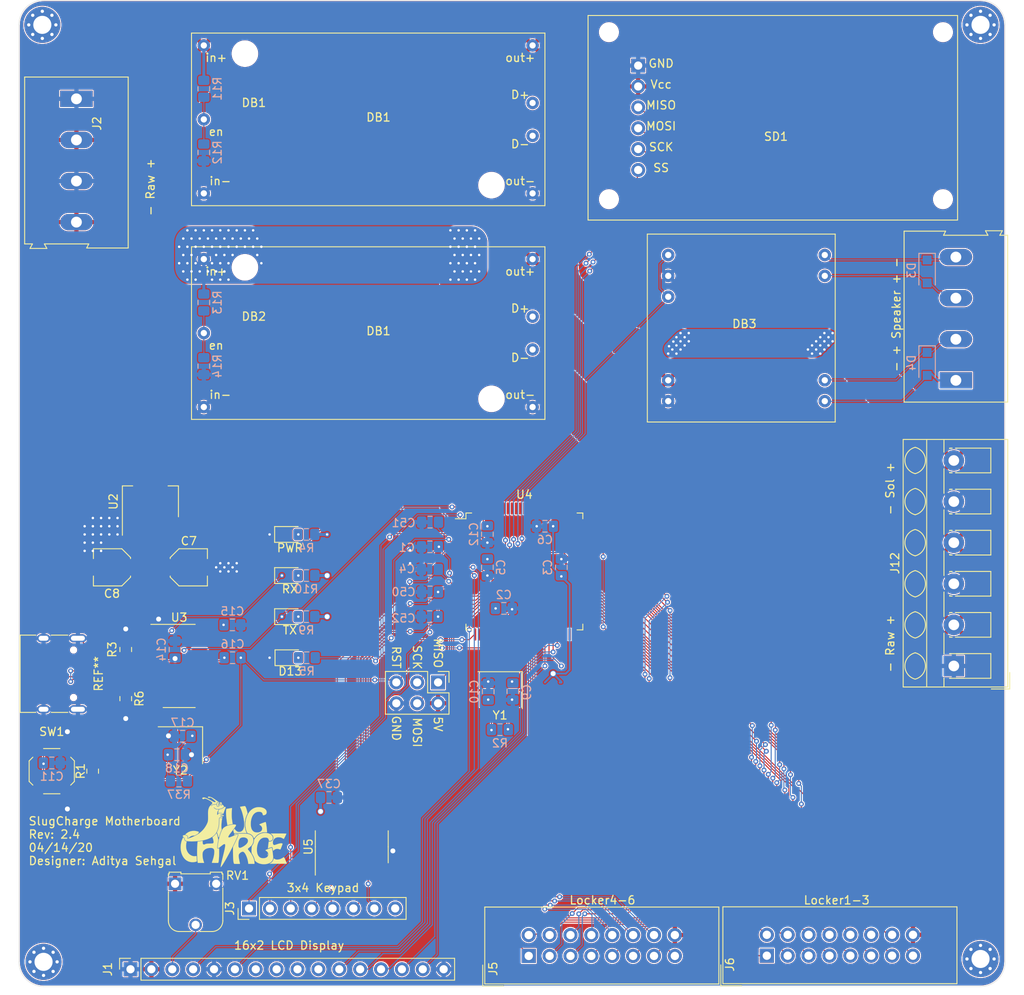
<source format=kicad_pcb>
(kicad_pcb (version 20200512) (host pcbnew "(5.99.0-1662-g9db296991)")
  (layers (0 "F.Cu" signal) (31 "B.Cu" signal) (34 "B.Paste" user) (35 "F.Paste" user) (36 "B.SilkS" user) (37 "F.SilkS" user) (38 "B.Mask" user) (39 "F.Mask" user) (44 "Edge.Cuts" user))
  (net 0 "")
  (net 1 "GNDREF")
  (net 2 "+5V")
  (net 3 "+3V3")
  (net 4 "Net-(C9-Pad1)")
  (net 5 "Net-(C10-Pad1)")
  (net 6 "Net-(C16-Pad2)")
  (net 7 "Net-(C17-Pad1)")
  (net 8 "Net-(C18-Pad1)")
  (net 9 "+VSW")
  (net 10 "Net-(D3-Pad2)")
  (net 11 "Net-(D3-Pad1)")
  (net 12 "Net-(D4-Pad2)")
  (net 13 "Net-(D4-Pad1)")
  (net 14 "Net-(D13-Pad2)")
  (net 15 "+12V")
  (net 16 "Net-(J1-Pad10)")
  (net 17 "Net-(J1-Pad9)")
  (net 18 "Net-(J1-Pad8)")
  (net 19 "Net-(J1-Pad7)")
  (net 20 "Net-(J1-Pad3)")
  (net 21 "Net-(J3-Pad8)")
  (net 22 "Net-(P1-PadB5)")
  (net 23 "Net-(P1-PadB8)")
  (net 24 "Net-(P1-PadA5)")
  (net 25 "Net-(P1-PadA8)")
  (net 26 "Net-(PWR1-Pad2)")
  (net 27 "Net-(R9-Pad1)")
  (net 28 "Net-(R10-Pad1)")
  (net 29 "Net-(U3-Pad15)")
  (net 30 "Net-(U3-Pad14)")
  (net 31 "Net-(U3-Pad12)")
  (net 32 "Net-(U3-Pad11)")
  (net 33 "Net-(U3-Pad10)")
  (net 34 "Net-(U3-Pad9)")
  (net 35 "Net-(U4-Pad79)")
  (net 36 "Net-(U4-Pad69)")
  (net 37 "Net-(U4-Pad68)")
  (net 38 "Net-(U4-Pad67)")
  (net 39 "Net-(U4-Pad66)")
  (net 40 "Net-(U4-Pad65)")
  (net 41 "Net-(U4-Pad49)")
  (net 42 "Net-(U4-Pad48)")
  (net 43 "Net-(U4-Pad47)")
  (net 44 "Net-(U4-Pad29)")
  (net 45 "Net-(U4-Pad28)")
  (net 46 "Net-(U4-Pad27)")
  (net 47 "Net-(U4-Pad14)")
  (net 48 "Net-(U4-Pad9)")
  (net 49 "Net-(U4-Pad8)")
  (net 50 "Net-(U4-Pad4)")
  (net 51 "Net-(U5-Pad6)")
  (net 52 "Net-(U5-Pad3)")
  (net 53 "Net-(DB1-Pad5)")
  (net 54 "Net-(DB1-Pad7)")
  (net 55 "Net-(DB1-Pad6)")
  (net 56 "Net-(DB2-Pad5)")
  (net 57 "Net-(DB2-Pad7)")
  (net 58 "Net-(DB2-Pad6)")
  (net 59 "/D6")
  (net 60 "/D7")
  (net 61 "/RST")
  (net 62 "Net-(C12-Pad1)")
  (net 63 "/D8")
  (net 64 "/D2")
  (net 65 "/D9")
  (net 66 "/D11")
  (net 67 "/D21")
  (net 68 "/D20")
  (net 69 "/D19")
  (net 70 "/D18")
  (net 71 "/D17")
  (net 72 "/D16")
  (net 73 "/D15")
  (net 74 "/D5")
  (net 75 "/D4")
  (net 76 "/D3")
  (net 77 "/D51_MOSI")
  (net 78 "/D52_SCK")
  (net 79 "/D50_MISO")
  (net 80 "/A12")
  (net 81 "/D42")
  (net 82 "/D34")
  (net 83 "/D43")
  (net 84 "/D35")
  (net 85 "/D44")
  (net 86 "/D36")
  (net 87 "/D45")
  (net 88 "/D37")
  (net 89 "/A10")
  (net 90 "/A11")
  (net 91 "/D40")
  (net 92 "/D38")
  (net 93 "/D41")
  (net 94 "/D39")
  (net 95 "/A15")
  (net 96 "/D30")
  (net 97 "/D22")
  (net 98 "/D31")
  (net 99 "/D23")
  (net 100 "/D32")
  (net 101 "/D24")
  (net 102 "/D33")
  (net 103 "/D25")
  (net 104 "/A13")
  (net 105 "/A14")
  (net 106 "/D28")
  (net 107 "/D26")
  (net 108 "/D29")
  (net 109 "/D27")
  (net 110 "/D-")
  (net 111 "/D+")
  (net 112 "Net-(R5-Pad2)")
  (net 113 "/TX")
  (net 114 "/D53_SS")
  (net 115 "/RX")
  (net 116 "Net-(U4-Pad97)")
  (net 117 "Net-(U4-Pad96)")
  (net 118 "Net-(U4-Pad95)")
  (net 119 "Net-(U4-Pad94)")
  (net 120 "Net-(U4-Pad93)")
  (net 121 "Net-(U4-Pad92)")
  (net 122 "Net-(U4-Pad91)")
  (net 123 "Net-(U4-Pad90)")
  (net 124 "Net-(U4-Pad89)")
  (net 125 "Net-(U4-Pad88)")
  (net 126 "Net-(U4-Pad64)")
  (net 127 "Net-(U4-Pad38)")
  (net 128 "Net-(U4-Pad37)")
  (net 129 "Net-(U4-Pad36)")
  (net 130 "Net-(U4-Pad35)")
  (net 131 "Net-(U4-Pad25)")
  (net 132 "Net-(U4-Pad23)")
  (module "Potentiometer_THT:Potentiometer_Runtron_RM-065_Vertical" (layer "F.Cu") (at 31 119.5)
    (fp_text reference "RV1" (at 7.6 -1) (layer "F.SilkS"))
    (fp_text value "Cntrst Cntrl")
    (pad "2" thru_hole circle (at 2.5 5) (size 1.55 1.55) (drill 1) (layers *.Cu *.Mask) (net 20 "Net-(J1-Pad3)"))
    (pad "1" thru_hole rect (at 0 0) (size 1.55 1.55) (drill 1) (layers *.Cu *.Mask) (net 2 "+5V"))
    (pad "3" thru_hole circle (at 5 0) (size 1.55 1.55) (drill 1) (layers *.Cu *.Mask) (net 1 "GNDREF"))
  )
  (module "Package_SO:SOIC-14_3.9x8.7mm_P1.27mm" (layer "F.Cu") (at 52.5 115 90)
    (fp_text reference "U5" (at 0 -5.28 90) (layer "F.SilkS"))
    (fp_text value "74HC08")
    (pad "1" smd roundrect (at -2.475 -3.81 90) (size 1.95 0.6) (layers "F.Cu" "F.Paste" "F.Mask") (net 59 "/D6"))
    (pad "2" smd roundrect (at -2.475 -2.54 90) (size 1.95 0.6) (layers "F.Cu" "F.Paste" "F.Mask") (net 60 "/D7"))
    (pad "3" smd roundrect (at -2.475 -1.27 90) (size 1.95 0.6) (layers "F.Cu" "F.Paste" "F.Mask") (net 52 "Net-(U5-Pad3)"))
    (pad "4" smd roundrect (at -2.475 0 90) (size 1.95 0.6) (layers "F.Cu" "F.Paste" "F.Mask") (net 52 "Net-(U5-Pad3)"))
    (pad "5" smd roundrect (at -2.475 1.27 90) (size 1.95 0.6) (layers "F.Cu" "F.Paste" "F.Mask") (net 63 "/D8"))
    (pad "6" smd roundrect (at -2.475 2.54 90) (size 1.95 0.6) (layers "F.Cu" "F.Paste" "F.Mask") (net 51 "Net-(U5-Pad6)"))
    (pad "7" smd roundrect (at -2.475 3.81 90) (size 1.95 0.6) (layers "F.Cu" "F.Paste" "F.Mask") (net 1 "GNDREF"))
    (pad "8" smd roundrect (at 2.475 3.81 90) (size 1.95 0.6) (layers "F.Cu" "F.Paste" "F.Mask") (net 64 "/D2"))
    (pad "9" smd roundrect (at 2.475 2.54 90) (size 1.95 0.6) (layers "F.Cu" "F.Paste" "F.Mask") (net 51 "Net-(U5-Pad6)"))
    (pad "10" smd roundrect (at 2.475 1.27 90) (size 1.95 0.6) (layers "F.Cu" "F.Paste" "F.Mask") (net 65 "/D9"))
    (pad "11" smd roundrect (at 2.475 0 90) (size 1.95 0.6) (layers "F.Cu" "F.Paste" "F.Mask"))
    (pad "12" smd roundrect (at 2.475 -1.27 90) (size 1.95 0.6) (layers "F.Cu" "F.Paste" "F.Mask"))
    (pad "13" smd roundrect (at 2.475 -2.54 90) (size 1.95 0.6) (layers "F.Cu" "F.Paste" "F.Mask"))
    (pad "14" smd roundrect (at 2.475 -3.81 90) (size 1.95 0.6) (layers "F.Cu" "F.Paste" "F.Mask") (net 2 "+5V"))
  )
  (module "Connector_IDC:IDC-Header_2x08_P2.54mm_Vertical" (layer "F.Cu") (at 74.03 128.28 90)
    (fp_text reference "J5" (at -1.57 -4.33 90) (layer "F.SilkS"))
    (fp_text value "Locker4-6" (at 6.78 8.97 180) (layer "F.SilkS"))
    (pad "16" thru_hole oval (at 2.54 17.78 90) (size 1.7272 1.7272) (drill 1.016) (layers *.Cu *.Mask) (net 2 "+5V"))
    (pad "15" thru_hole oval (at 0 17.78 90) (size 1.7272 1.7272) (drill 1.016) (layers *.Cu *.Mask) (net 80 "/A12"))
    (pad "14" thru_hole oval (at 2.54 15.24 90) (size 1.7272 1.7272) (drill 1.016) (layers *.Cu *.Mask) (net 81 "/D42"))
    (pad "13" thru_hole oval (at 0 15.24 90) (size 1.7272 1.7272) (drill 1.016) (layers *.Cu *.Mask) (net 82 "/D34"))
    (pad "12" thru_hole oval (at 2.54 12.7 90) (size 1.7272 1.7272) (drill 1.016) (layers *.Cu *.Mask) (net 83 "/D43"))
    (pad "11" thru_hole oval (at 0 12.7 90) (size 1.7272 1.7272) (drill 1.016) (layers *.Cu *.Mask) (net 84 "/D35"))
    (pad "10" thru_hole oval (at 2.54 10.16 90) (size 1.7272 1.7272) (drill 1.016) (layers *.Cu *.Mask) (net 85 "/D44"))
    (pad "9" thru_hole oval (at 0 10.16 90) (size 1.7272 1.7272) (drill 1.016) (layers *.Cu *.Mask) (net 86 "/D36"))
    (pad "8" thru_hole oval (at 2.54 7.62 90) (size 1.7272 1.7272) (drill 1.016) (layers *.Cu *.Mask) (net 87 "/D45"))
    (pad "7" thru_hole oval (at 0 7.62 90) (size 1.7272 1.7272) (drill 1.016) (layers *.Cu *.Mask) (net 88 "/D37"))
    (pad "6" thru_hole oval (at 2.54 5.08 90) (size 1.7272 1.7272) (drill 1.016) (layers *.Cu *.Mask) (net 89 "/A10"))
    (pad "5" thru_hole oval (at 0 5.08 90) (size 1.7272 1.7272) (drill 1.016) (layers *.Cu *.Mask) (net 90 "/A11"))
    (pad "4" thru_hole oval (at 2.54 2.54 90) (size 1.7272 1.7272) (drill 1.016) (layers *.Cu *.Mask) (net 91 "/D40"))
    (pad "3" thru_hole oval (at 0 2.54 90) (size 1.7272 1.7272) (drill 1.016) (layers *.Cu *.Mask) (net 92 "/D38"))
    (pad "2" thru_hole oval (at 2.54 0 90) (size 1.7272 1.7272) (drill 1.016) (layers *.Cu *.Mask) (net 93 "/D41"))
    (pad "1" thru_hole rect (at 0 0 90) (size 1.7272 1.7272) (drill 1.016) (layers *.Cu *.Mask) (net 94 "/D39"))
  )
  (module "Connector_IDC:IDC-Header_2x08_P2.54mm_Vertical" (layer "F.Cu") (at 103 128.25 90)
    (fp_text reference "J6" (at -1.07 -4.5 90) (layer "F.SilkS"))
    (fp_text value "Locker1-3" (at 6.75 8.5) (layer "F.SilkS"))
    (pad "16" thru_hole oval (at 2.54 17.78 90) (size 1.7272 1.7272) (drill 1.016) (layers *.Cu *.Mask) (net 2 "+5V"))
    (pad "15" thru_hole oval (at 0 17.78 90) (size 1.7272 1.7272) (drill 1.016) (layers *.Cu *.Mask) (net 95 "/A15"))
    (pad "14" thru_hole oval (at 2.54 15.24 90) (size 1.7272 1.7272) (drill 1.016) (layers *.Cu *.Mask) (net 96 "/D30"))
    (pad "13" thru_hole oval (at 0 15.24 90) (size 1.7272 1.7272) (drill 1.016) (layers *.Cu *.Mask) (net 97 "/D22"))
    (pad "12" thru_hole oval (at 2.54 12.7 90) (size 1.7272 1.7272) (drill 1.016) (layers *.Cu *.Mask) (net 98 "/D31"))
    (pad "11" thru_hole oval (at 0 12.7 90) (size 1.7272 1.7272) (drill 1.016) (layers *.Cu *.Mask) (net 99 "/D23"))
    (pad "10" thru_hole oval (at 2.54 10.16 90) (size 1.7272 1.7272) (drill 1.016) (layers *.Cu *.Mask) (net 100 "/D32"))
    (pad "9" thru_hole oval (at 0 10.16 90) (size 1.7272 1.7272) (drill 1.016) (layers *.Cu *.Mask) (net 101 "/D24"))
    (pad "8" thru_hole oval (at 2.54 7.62 90) (size 1.7272 1.7272) (drill 1.016) (layers *.Cu *.Mask) (net 102 "/D33"))
    (pad "7" thru_hole oval (at 0 7.62 90) (size 1.7272 1.7272) (drill 1.016) (layers *.Cu *.Mask) (net 103 "/D25"))
    (pad "6" thru_hole oval (at 2.54 5.08 90) (size 1.7272 1.7272) (drill 1.016) (layers *.Cu *.Mask) (net 104 "/A13"))
    (pad "5" thru_hole oval (at 0 5.08 90) (size 1.7272 1.7272) (drill 1.016) (layers *.Cu *.Mask) (net 105 "/A14"))
    (pad "4" thru_hole oval (at 2.54 2.54 90) (size 1.7272 1.7272) (drill 1.016) (layers *.Cu *.Mask) (net 106 "/D28"))
    (pad "3" thru_hole oval (at 0 2.54 90) (size 1.7272 1.7272) (drill 1.016) (layers *.Cu *.Mask) (net 107 "/D26"))
    (pad "2" thru_hole oval (at 2.54 0 90) (size 1.7272 1.7272) (drill 1.016) (layers *.Cu *.Mask) (net 108 "/D29"))
    (pad "1" thru_hole rect (at 0 0 90) (size 1.7272 1.7272) (drill 1.016) (layers *.Cu *.Mask) (net 109 "/D27"))
  )
  (module "TerminalBlock_RND:TerminalBlock_RND_205-00060_1x06_P5.00mm_45Degree" (layer "F.Cu") (at 125.75 93 90)
    (fp_text reference "J12" (at 12.5 -7.16 90) (layer "F.SilkS"))
    (fp_text value " ")
    (fp_text user "- Raw +                - Sol +" (at 12 -7.75 90) (layer "F.SilkS"))
    (pad "6" thru_hole circle (at 25 0 90) (size 2.5 2.5) (drill 1.3) (layers *.Cu *.Mask) (net 15 "+12V"))
    (pad "5" thru_hole circle (at 20 0 90) (size 2.5 2.5) (drill 1.3) (layers *.Cu *.Mask) (net 1 "GNDREF"))
    (pad "4" thru_hole circle (at 15 0 90) (size 2.5 2.5) (drill 1.3) (layers *.Cu *.Mask) (net 9 "+VSW"))
    (pad "3" thru_hole circle (at 10 0 90) (size 2.5 2.5) (drill 1.3) (layers *.Cu *.Mask) (net 1 "GNDREF"))
    (pad "2" thru_hole circle (at 5 0 90) (size 2.5 2.5) (drill 1.3) (layers *.Cu *.Mask) (net 9 "+VSW"))
    (pad "1" thru_hole rect (at 0 0 90) (size 2.5 2.5) (drill 1.3) (layers *.Cu *.Mask) (net 1 "GNDREF"))
  )
  (module "TerminalBlock:TerminalBlock_Altech_AK300-4_P5.00mm" (layer "F.Cu") (at 126 58.25 90)
    (fp_text reference "J10" hide)
    (fp_text value "Speaker")
    (fp_text user "- + Speaker + -" (at 8 -7.25 90) (layer "F.SilkS"))
    (pad "3" thru_hole oval (at 10 0 90) (size 1.98 3.96) (drill 1.32) (layers *.Cu *.Mask) (net 10 "Net-(D3-Pad2)"))
    (pad "4" thru_hole oval (at 15 0 90) (size 1.98 3.96) (drill 1.32) (layers *.Cu *.Mask) (net 11 "Net-(D3-Pad1)"))
    (pad "2" thru_hole oval (at 5 0 90) (size 1.98 3.96) (drill 1.32) (layers *.Cu *.Mask) (net 13 "Net-(D4-Pad1)"))
    (pad "1" thru_hole rect (at 0 0 90) (size 1.98 3.96) (drill 1.32) (layers *.Cu *.Mask) (net 12 "Net-(D4-Pad2)"))
  )
  (module "TerminalBlock:TerminalBlock_Altech_AK300-4_P5.00mm" (layer "F.Cu") (at 19 24 -90)
    (fp_text reference "J2" (at 3 -2.5 -90) (layer "F.SilkS"))
    (fp_text value "RAW in")
    (fp_text user "- Raw +" (at 10.75 -9 -90) (layer "F.SilkS"))
    (pad "3" thru_hole oval (at 10 0 270) (size 1.98 3.96) (drill 1.32) (layers *.Cu *.Mask) (net 1 "GNDREF"))
    (pad "4" thru_hole oval (at 15 0 270) (size 1.98 3.96) (drill 1.32) (layers *.Cu *.Mask) (net 9 "+VSW"))
    (pad "2" thru_hole oval (at 5 0 270) (size 1.98 3.96) (drill 1.32) (layers *.Cu *.Mask) (net 9 "+VSW"))
    (pad "1" thru_hole rect (at 0 0 270) (size 1.98 3.96) (drill 1.32) (layers *.Cu *.Mask) (net 1 "GNDREF"))
  )
  (module "Custom_Parts:USB_C_SMD" (layer "F.Cu") (at 16.05 93.95 -90)
    (fp_text reference "P1" hide)
    (fp_text value "USB_C_Plug")
    (fp_text user "REF**" (at 0 -5.645 90) (layer "F.SilkS"))
    (pad "S1" thru_hole oval (at 4.32 1.05 270) (size 1 1.6) (drill oval 0.6 1.2) (layers *.Cu *.Mask) (net 1 "GNDREF"))
    (pad "A7" smd rect (at 0.25 -4.045 270) (size 0.3 1.45) (layers "F.Cu" "F.Paste" "F.Mask") (net 110 "/D-"))
    (pad "A8" smd rect (at 1.25 -4.045 270) (size 0.3 1.45) (layers "F.Cu" "F.Paste" "F.Mask") (net 25 "Net-(P1-PadA8)"))
    (pad "B5" smd rect (at 1.75 -4.045 270) (size 0.3 1.45) (layers "F.Cu" "F.Paste" "F.Mask") (net 22 "Net-(P1-PadB5)"))
    (pad "S1" thru_hole oval (at 4.32 -3.13 270) (size 1 2.1) (drill oval 0.6 1.7) (layers *.Cu *.Mask) (net 1 "GNDREF"))
    (pad "B9" smd rect (at -2.45 -4.045 270) (size 0.6 1.45) (layers "F.Cu" "F.Paste" "F.Mask") (net 2 "+5V"))
    (pad "A1" smd rect (at -3.25 -4.045 270) (size 0.6 1.45) (layers "F.Cu" "F.Paste" "F.Mask") (net 1 "GNDREF"))
    (pad "A5" smd rect (at -1.25 -4.045 270) (size 0.3 1.45) (layers "F.Cu" "F.Paste" "F.Mask") (net 24 "Net-(P1-PadA5)"))
    (pad "B8" smd rect (at -1.75 -4.045 270) (size 0.3 1.45) (layers "F.Cu" "F.Paste" "F.Mask") (net 23 "Net-(P1-PadB8)"))
    (pad "B12" smd rect (at -3.25 -4.045 270) (size 0.6 1.45) (layers "F.Cu" "F.Paste" "F.Mask") (net 1 "GNDREF"))
    (pad "A4" smd rect (at -2.45 -4.045 270) (size 0.6 1.45) (layers "F.Cu" "F.Paste" "F.Mask") (net 2 "+5V"))
    (pad "A6" smd rect (at -0.25 -4.045 270) (size 0.3 1.45) (layers "F.Cu" "F.Paste" "F.Mask") (net 111 "/D+"))
    (pad "S1" thru_hole oval (at -4.32 -3.13 270) (size 1 2.1) (drill oval 0.6 1.7) (layers *.Cu *.Mask) (net 1 "GNDREF"))
    (pad "S1" thru_hole oval (at -4.32 1.05 270) (size 1 1.6) (drill oval 0.6 1.2) (layers *.Cu *.Mask) (net 1 "GNDREF"))
    (pad "" np_thru_hole circle (at -2.89 -2.6 270) (size 0.65 0.65) (drill 0.65) (layers *.Cu *.Mask))
    (pad "B1" smd rect (at 3.25 -4.045 270) (size 0.6 1.45) (layers "F.Cu" "F.Paste" "F.Mask") (net 1 "GNDREF"))
    (pad "A12" smd rect (at 3.25 -4.045 270) (size 0.6 1.45) (layers "F.Cu" "F.Paste" "F.Mask") (net 1 "GNDREF"))
    (pad "A9" smd rect (at 2.45 -4.045 270) (size 0.6 1.45) (layers "F.Cu" "F.Paste" "F.Mask") (net 2 "+5V"))
    (pad "B7" smd rect (at -0.75 -4.045 270) (size 0.3 1.45) (layers "F.Cu" "F.Paste" "F.Mask") (net 110 "/D-"))
    (pad "B4" smd rect (at 2.45 -4.045 270) (size 0.6 1.45) (layers "F.Cu" "F.Paste" "F.Mask") (net 2 "+5V"))
    (pad "B6" smd rect (at 0.75 -4.045 270) (size 0.3 1.45) (layers "F.Cu" "F.Paste" "F.Mask") (net 111 "/D+"))
    (pad "" np_thru_hole circle (at 2.89 -2.6 270) (size 0.65 0.65) (drill 0.65) (layers *.Cu *.Mask))
  )
  (module "Daughterboards:PAM8403_DB" (layer "F.Cu") (at 91 43)
    (fp_text reference "DB3" (at 9.271 8.382) (layer "F.SilkS"))
    (fp_text value "PAM8403_DB")
    (pad "6" thru_hole circle (at 19.05 0) (size 1.524 1.524) (drill 0.762) (layers *.Cu *.Mask) (net 11 "Net-(D3-Pad1)"))
    (pad "3" thru_hole circle (at 0 5.08) (size 1.524 1.524) (drill 0.762) (layers *.Cu *.Mask) (net 66 "/D11"))
    (pad "4" thru_hole circle (at 0 15.24) (size 1.524 1.524) (drill 0.762) (layers *.Cu *.Mask) (net 2 "+5V"))
    (pad "9" thru_hole circle (at 19.05 17.78) (size 1.524 1.524) (drill 0.762) (layers *.Cu *.Mask) (net 12 "Net-(D4-Pad2)"))
    (pad "1" thru_hole circle (at 0 0) (size 1.524 1.524) (drill 0.762) (layers *.Cu *.Mask) (net 66 "/D11"))
    (pad "2" thru_hole circle (at 0 2.54) (size 1.524 1.524) (drill 0.762) (layers *.Cu *.Mask) (net 1 "GNDREF"))
    (pad "5" thru_hole circle (at 0 17.78) (size 1.524 1.524) (drill 0.762) (layers *.Cu *.Mask) (net 1 "GNDREF"))
    (pad "7" thru_hole circle (at 19.05 2.54) (size 1.524 1.524) (drill 0.762) (layers *.Cu *.Mask) (net 10 "Net-(D3-Pad2)"))
    (pad "8" thru_hole circle (at 19.05 15.24) (size 1.524 1.524) (drill 0.762) (layers *.Cu *.Mask) (net 13 "Net-(D4-Pad1)"))
  )
  (module "Daughterboards:Micro_SD_Module" (layer "F.Cu") (at 81.25 38.75)
    (fp_text reference "SD1" (at 22.86 -10.16) (layer "F.SilkS"))
    (fp_text value "microSD_Adapter")
    (fp_text user "MISO" (at 8.89 -13.97) (layer "F.SilkS"))
    (fp_text user "Vcc" (at 8.89 -16.51) (layer "F.SilkS"))
    (fp_text user "SCK" (at 8.89 -8.89) (layer "F.SilkS"))
    (fp_text user "MOSI" (at 8.89 -11.43) (layer "F.SilkS"))
    (fp_text user "GND" (at 8.89 -19.05) (layer "F.SilkS"))
    (fp_text user "SS" (at 8.89 -6.35) (layer "F.SilkS"))
    (pad "" np_thru_hole circle (at 43.18 -2.54) (size 2.2 2.2) (drill 2.2) (layers *.Cu *.Mask))
    (pad "3" thru_hole oval (at 6.096 -13.716) (size 1.7 1.7) (drill 1) (layers *.Cu *.Mask) (net 79 "/D50_MISO"))
    (pad "6" thru_hole oval (at 6.096 -6.096) (size 1.7 1.7) (drill 1) (layers *.Cu *.Mask) (net 114 "/D53_SS"))
    (pad "5" thru_hole oval (at 6.096 -8.636) (size 1.7 1.7) (drill 1) (layers *.Cu *.Mask) (net 78 "/D52_SCK"))
    (pad "1" thru_hole rect (at 6.096 -18.796) (size 1.7 1.7) (drill 1) (layers *.Cu *.Mask) (net 1 "GNDREF"))
    (pad "" np_thru_hole circle (at 43.18 -22.86) (size 2.2 2.2) (drill 2.2) (layers *.Cu *.Mask))
    (pad "" np_thru_hole circle (at 2.54 -2.54) (size 2.2 2.2) (drill 2.2) (layers *.Cu *.Mask))
    (pad "2" thru_hole oval (at 6.096 -16.256) (size 1.7 1.7) (drill 1) (layers *.Cu *.Mask) (net 2 "+5V"))
    (pad "" np_thru_hole circle (at 2.54 -22.86) (size 2.2 2.2) (drill 2.2) (layers *.Cu *.Mask))
    (pad "4" thru_hole oval (at 6.096 -11.176) (size 1.7 1.7) (drill 1) (layers *.Cu *.Mask) (net 77 "/D51_MOSI"))
  )
  (module "Daughterboards:LM2576_DB" (layer "F.Cu") (at 33 42)
    (fp_text reference "DB2" (at 7.59 8.48) (layer "F.SilkS"))
    (fp_text value "+12V_DB")
    (fp_text user "out-" (at 40 18) (layer "F.SilkS"))
    (fp_text user "en" (at 3 12) (layer "F.SilkS"))
    (fp_text user "out+" (at 40 3) (layer "F.SilkS"))
    (fp_text user "DB1" (at 22.75 10.25) (layer "F.SilkS"))
    (fp_text user "D-" (at 40 13.5) (layer "F.SilkS"))
    (fp_text user "in-" (at 3.5 18) (layer "F.SilkS"))
    (fp_text user "D+" (at 40 7.5) (layer "F.SilkS"))
    (fp_text user "in+" (at 3 3) (layer "F.SilkS"))
    (pad "7" thru_hole circle (at 41.5 12.5) (size 1.524 1.524) (drill 0.762) (layers *.Cu *.Mask) (net 57 "Net-(DB2-Pad7)"))
    (pad "3" thru_hole circle (at 41.5 1.5) (size 1.524 1.524) (drill 0.762) (layers *.Cu *.Mask) (net 15 "+12V"))
    (pad "6" thru_hole circle (at 41.5 8.5) (size 1.524 1.524) (drill 0.762) (layers *.Cu *.Mask) (net 58 "Net-(DB2-Pad6)"))
    (pad "" np_thru_hole circle (at 36.5 18.5) (size 3 3) (drill 3) (layers *.Cu *.Mask))
    (pad "4" thru_hole circle (at 41.5 19.5) (size 1.524 1.524) (drill 0.762) (layers *.Cu *.Mask) (net 1 "GNDREF"))
    (pad "5" thru_hole circle (at 1.5 10.5) (size 1.524 1.524) (drill 0.762) (layers *.Cu *.Mask) (net 56 "Net-(DB2-Pad5)"))
    (pad "" np_thru_hole circle (at 6.5 2.5) (size 3 3) (drill 3) (layers *.Cu *.Mask))
    (pad "2" thru_hole circle (at 1.5 19.5) (size 1.524 1.524) (drill 0.762) (layers *.Cu *.Mask) (net 1 "GNDREF"))
    (pad "1" thru_hole circle (at 1.5 1.5) (size 1.524 1.524) (drill 0.762) (layers *.Cu *.Mask) (net 9 "+VSW"))
  )
  (module "Daughterboards:LM2576_DB" (layer "F.Cu") (at 33 16)
    (fp_text reference "DB1" (at 7.59 8.48) (layer "F.SilkS"))
    (fp_text value "+5V_DB")
    (fp_text user "out-" (at 40 18) (layer "F.SilkS"))
    (fp_text user "en" (at 3 12) (layer "F.SilkS"))
    (fp_text user "out+" (at 40 3) (layer "F.SilkS"))
    (fp_text user "DB1" (at 22.75 10.25) (layer "F.SilkS"))
    (fp_text user "D-" (at 40 13.5) (layer "F.SilkS"))
    (fp_text user "in-" (at 3.5 18) (layer "F.SilkS"))
    (fp_text user "D+" (at 40 7.5) (layer "F.SilkS"))
    (fp_text user "in+" (at 3 3) (layer "F.SilkS"))
    (pad "7" thru_hole circle (at 41.5 12.5) (size 1.524 1.524) (drill 0.762) (layers *.Cu *.Mask) (net 54 "Net-(DB1-Pad7)"))
    (pad "3" thru_hole circle (at 41.5 1.5) (size 1.524 1.524) (drill 0.762) (layers *.Cu *.Mask) (net 2 "+5V"))
    (pad "6" thru_hole circle (at 41.5 8.5) (size 1.524 1.524) (drill 0.762) (layers *.Cu *.Mask) (net 55 "Net-(DB1-Pad6)"))
    (pad "" np_thru_hole circle (at 36.5 18.5) (size 3 3) (drill 3) (layers *.Cu *.Mask))
    (pad "4" thru_hole circle (at 41.5 19.5) (size 1.524 1.524) (drill 0.762) (layers *.Cu *.Mask) (net 1 "GNDREF"))
    (pad "5" thru_hole circle (at 1.5 10.5) (size 1.524 1.524) (drill 0.762) (layers *.Cu *.Mask) (net 53 "Net-(DB1-Pad5)"))
    (pad "" np_thru_hole circle (at 6.5 2.5) (size 3 3) (drill 3) (layers *.Cu *.Mask))
    (pad "2" thru_hole circle (at 1.5 19.5) (size 1.524 1.524) (drill 0.762) (layers *.Cu *.Mask) (net 1 "GNDREF"))
    (pad "1" thru_hole circle (at 1.5 1.5) (size 1.524 1.524) (drill 0.762) (layers *.Cu *.Mask) (net 9 "+VSW"))
  )
  (module "Package_QFP:TQFP-100_14x14mm_P0.5mm" (layer "F.Cu") (at 73.5 81.5)
    (fp_text reference "U4" (at 0 -9.35) (layer "F.SilkS"))
    (fp_text value "ATmega2560-16AU")
    (pad "100" smd roundrect (at -6 -7.6625) (size 0.3 1.475) (layers "F.Cu" "F.Paste" "F.Mask") (net 2 "+5V"))
    (pad "99" smd roundrect (at -5.5 -7.6625) (size 0.3 1.475) (layers "F.Cu" "F.Paste" "F.Mask") (net 1 "GNDREF"))
    (pad "98" smd roundrect (at -5 -7.6625) (size 0.3 1.475) (layers "F.Cu" "F.Paste" "F.Mask") (net 62 "Net-(C12-Pad1)"))
    (pad "97" smd roundrect (at -4.5 -7.6625) (size 0.3 1.475) (layers "F.Cu" "F.Paste" "F.Mask") (net 116 "Net-(U4-Pad97)"))
    (pad "96" smd roundrect (at -4 -7.6625) (size 0.3 1.475) (layers "F.Cu" "F.Paste" "F.Mask") (net 117 "Net-(U4-Pad96)"))
    (pad "95" smd roundrect (at -3.5 -7.6625) (size 0.3 1.475) (layers "F.Cu" "F.Paste" "F.Mask") (net 118 "Net-(U4-Pad95)"))
    (pad "94" smd roundrect (at -3 -7.6625) (size 0.3 1.475) (layers "F.Cu" "F.Paste" "F.Mask") (net 119 "Net-(U4-Pad94)"))
    (pad "93" smd roundrect (at -2.5 -7.6625) (size 0.3 1.475) (layers "F.Cu" "F.Paste" "F.Mask") (net 120 "Net-(U4-Pad93)"))
    (pad "92" smd roundrect (at -2 -7.6625) (size 0.3 1.475) (layers "F.Cu" "F.Paste" "F.Mask") (net 121 "Net-(U4-Pad92)"))
    (pad "91" smd roundrect (at -1.5 -7.6625) (size 0.3 1.475) (layers "F.Cu" "F.Paste" "F.Mask") (net 122 "Net-(U4-Pad91)"))
    (pad "90" smd roundrect (at -1 -7.6625) (size 0.3 1.475) (layers "F.Cu" "F.Paste" "F.Mask") (net 123 "Net-(U4-Pad90)"))
    (pad "89" smd roundrect (at -0.5 -7.6625) (size 0.3 1.475) (layers "F.Cu" "F.Paste" "F.Mask") (net 124 "Net-(U4-Pad89)"))
    (pad "88" smd roundrect (at 0 -7.6625) (size 0.3 1.475) (layers "F.Cu" "F.Paste" "F.Mask") (net 125 "Net-(U4-Pad88)"))
    (pad "87" smd roundrect (at 0.5 -7.6625) (size 0.3 1.475) (layers "F.Cu" "F.Paste" "F.Mask") (net 89 "/A10"))
    (pad "86" smd roundrect (at 1 -7.6625) (size 0.3 1.475) (layers "F.Cu" "F.Paste" "F.Mask") (net 90 "/A11"))
    (pad "85" smd roundrect (at 1.5 -7.6625) (size 0.3 1.475) (layers "F.Cu" "F.Paste" "F.Mask") (net 80 "/A12"))
    (pad "84" smd roundrect (at 2 -7.6625) (size 0.3 1.475) (layers "F.Cu" "F.Paste" "F.Mask") (net 104 "/A13"))
    (pad "83" smd roundrect (at 2.5 -7.6625) (size 0.3 1.475) (layers "F.Cu" "F.Paste" "F.Mask") (net 105 "/A14"))
    (pad "82" smd roundrect (at 3 -7.6625) (size 0.3 1.475) (layers "F.Cu" "F.Paste" "F.Mask") (net 95 "/A15"))
    (pad "81" smd roundrect (at 3.5 -7.6625) (size 0.3 1.475) (layers "F.Cu" "F.Paste" "F.Mask") (net 1 "GNDREF"))
    (pad "80" smd roundrect (at 4 -7.6625) (size 0.3 1.475) (layers "F.Cu" "F.Paste" "F.Mask") (net 2 "+5V"))
    (pad "79" smd roundrect (at 4.5 -7.6625) (size 0.3 1.475) (layers "F.Cu" "F.Paste" "F.Mask") (net 35 "Net-(U4-Pad79)"))
    (pad "78" smd roundrect (at 5 -7.6625) (size 0.3 1.475) (layers "F.Cu" "F.Paste" "F.Mask") (net 97 "/D22"))
    (pad "77" smd roundrect (at 5.5 -7.6625) (size 0.3 1.475) (layers "F.Cu" "F.Paste" "F.Mask") (net 99 "/D23"))
    (pad "76" smd roundrect (at 6 -7.6625) (size 0.3 1.475) (layers "F.Cu" "F.Paste" "F.Mask") (net 101 "/D24"))
    (pad "75" smd roundrect (at 7.6625 -6) (size 1.475 0.3) (layers "F.Cu" "F.Paste" "F.Mask") (net 103 "/D25"))
    (pad "74" smd roundrect (at 7.6625 -5.5) (size 1.475 0.3) (layers "F.Cu" "F.Paste" "F.Mask") (net 107 "/D26"))
    (pad "73" smd roundrect (at 7.6625 -5) (size 1.475 0.3) (layers "F.Cu" "F.Paste" "F.Mask") (net 109 "/D27"))
    (pad "72" smd roundrect (at 7.6625 -4.5) (size 1.475 0.3) (layers "F.Cu" "F.Paste" "F.Mask") (net 106 "/D28"))
    (pad "71" smd roundrect (at 7.6625 -4) (size 1.475 0.3) (layers "F.Cu" "F.Paste" "F.Mask") (net 108 "/D29"))
    (pad "70" smd roundrect (at 7.6625 -3.5) (size 1.475 0.3) (layers "F.Cu" "F.Paste" "F.Mask") (net 94 "/D39"))
    (pad "69" smd roundrect (at 7.6625 -3) (size 1.475 0.3) (layers "F.Cu" "F.Paste" "F.Mask") (net 36 "Net-(U4-Pad69)"))
    (pad "68" smd roundrect (at 7.6625 -2.5) (size 1.475 0.3) (layers "F.Cu" "F.Paste" "F.Mask") (net 37 "Net-(U4-Pad68)"))
    (pad "67" smd roundrect (at 7.6625 -2) (size 1.475 0.3) (layers "F.Cu" "F.Paste" "F.Mask") (net 38 "Net-(U4-Pad67)"))
    (pad "66" smd roundrect (at 7.6625 -1.5) (size 1.475 0.3) (layers "F.Cu" "F.Paste" "F.Mask") (net 39 "Net-(U4-Pad66)"))
    (pad "65" smd roundrect (at 7.6625 -1) (size 1.475 0.3) (layers "F.Cu" "F.Paste" "F.Mask") (net 40 "Net-(U4-Pad65)"))
    (pad "64" smd roundrect (at 7.6625 -0.5) (size 1.475 0.3) (layers "F.Cu" "F.Paste" "F.Mask") (net 126 "Net-(U4-Pad64)"))
    (pad "63" smd roundrect (at 7.6625 0) (size 1.475 0.3) (layers "F.Cu" "F.Paste" "F.Mask") (net 73 "/D15"))
    (pad "62" smd roundrect (at 7.6625 0.5) (size 1.475 0.3) (layers "F.Cu" "F.Paste" "F.Mask") (net 1 "GNDREF"))
    (pad "61" smd roundrect (at 7.6625 1) (size 1.475 0.3) (layers "F.Cu" "F.Paste" "F.Mask") (net 2 "+5V"))
    (pad "60" smd roundrect (at 7.6625 1.5) (size 1.475 0.3) (layers "F.Cu" "F.Paste" "F.Mask") (net 96 "/D30"))
    (pad "59" smd roundrect (at 7.6625 2) (size 1.475 0.3) (layers "F.Cu" "F.Paste" "F.Mask") (net 98 "/D31"))
    (pad "58" smd roundrect (at 7.6625 2.5) (size 1.475 0.3) (layers "F.Cu" "F.Paste" "F.Mask") (net 100 "/D32"))
    (pad "57" smd roundrect (at 7.6625 3) (size 1.475 0.3) (layers "F.Cu" "F.Paste" "F.Mask") (net 102 "/D33"))
    (pad "56" smd roundrect (at 7.6625 3.5) (size 1.475 0.3) (layers "F.Cu" "F.Paste" "F.Mask") (net 82 "/D34"))
    (pad "55" smd roundrect (at 7.6625 4) (size 1.475 0.3) (layers "F.Cu" "F.Paste" "F.Mask") (net 84 "/D35"))
    (pad "54" smd roundrect (at 7.6625 4.5) (size 1.475 0.3) (layers "F.Cu" "F.Paste" "F.Mask") (net 86 "/D36"))
    (pad "53" smd roundrect (at 7.6625 5) (size 1.475 0.3) (layers "F.Cu" "F.Paste" "F.Mask") (net 88 "/D37"))
    (pad "52" smd roundrect (at 7.6625 5.5) (size 1.475 0.3) (layers "F.Cu" "F.Paste" "F.Mask") (net 91 "/D40"))
    (pad "51" smd roundrect (at 7.6625 6) (size 1.475 0.3) (layers "F.Cu" "F.Paste" "F.Mask") (net 93 "/D41"))
    (pad "50" smd roundrect (at 6 7.6625) (size 0.3 1.475) (layers "F.Cu" "F.Paste" "F.Mask") (net 92 "/D38"))
    (pad "49" smd roundrect (at 5.5 7.6625) (size 0.3 1.475) (layers "F.Cu" "F.Paste" "F.Mask") (net 41 "Net-(U4-Pad49)"))
    (pad "48" smd roundrect (at 5 7.6625) (size 0.3 1.475) (layers "F.Cu" "F.Paste" "F.Mask") (net 42 "Net-(U4-Pad48)"))
    (pad "47" smd roundrect (at 4.5 7.6625) (size 0.3 1.475) (layers "F.Cu" "F.Paste" "F.Mask") (net 43 "Net-(U4-Pad47)"))
    (pad "46" smd roundrect (at 4 7.6625) (size 0.3 1.475) (layers "F.Cu" "F.Paste" "F.Mask") (net 70 "/D18"))
    (pad "45" smd roundrect (at 3.5 7.6625) (size 0.3 1.475) (layers "F.Cu" "F.Paste" "F.Mask") (net 69 "/D19"))
    (pad "44" smd roundrect (at 3 7.6625) (size 0.3 1.475) (layers "F.Cu" "F.Paste" "F.Mask") (net 68 "/D20"))
    (pad "43" smd roundrect (at 2.5 7.6625) (size 0.3 1.475) (layers "F.Cu" "F.Paste" "F.Mask") (net 67 "/D21"))
    (pad "42" smd roundrect (at 2 7.6625) (size 0.3 1.475) (layers "F.Cu" "F.Paste" "F.Mask") (net 81 "/D42"))
    (pad "41" smd roundrect (at 1.5 7.6625) (size 0.3 1.475) (layers "F.Cu" "F.Paste" "F.Mask") (net 83 "/D43"))
    (pad "40" smd roundrect (at 1 7.6625) (size 0.3 1.475) (layers "F.Cu" "F.Paste" "F.Mask") (net 85 "/D44"))
    (pad "39" smd roundrect (at 0.5 7.6625) (size 0.3 1.475) (layers "F.Cu" "F.Paste" "F.Mask") (net 87 "/D45"))
    (pad "38" smd roundrect (at 0 7.6625) (size 0.3 1.475) (layers "F.Cu" "F.Paste" "F.Mask") (net 127 "Net-(U4-Pad38)"))
    (pad "37" smd roundrect (at -0.5 7.6625) (size 0.3 1.475) (layers "F.Cu" "F.Paste" "F.Mask") (net 128 "Net-(U4-Pad37)"))
    (pad "36" smd roundrect (at -1 7.6625) (size 0.3 1.475) (layers "F.Cu" "F.Paste" "F.Mask") (net 129 "Net-(U4-Pad36)"))
    (pad "35" smd roundrect (at -1.5 7.6625) (size 0.3 1.475) (layers "F.Cu" "F.Paste" "F.Mask") (net 130 "Net-(U4-Pad35)"))
    (pad "34" smd roundrect (at -2 7.6625) (size 0.3 1.475) (layers "F.Cu" "F.Paste" "F.Mask") (net 4 "Net-(C9-Pad1)"))
    (pad "33" smd roundrect (at -2.5 7.6625) (size 0.3 1.475) (layers "F.Cu" "F.Paste" "F.Mask") (net 5 "Net-(C10-Pad1)"))
    (pad "32" smd roundrect (at -3 7.6625) (size 0.3 1.475) (layers "F.Cu" "F.Paste" "F.Mask") (net 1 "GNDREF"))
    (pad "31" smd roundrect (at -3.5 7.6625) (size 0.3 1.475) (layers "F.Cu" "F.Paste" "F.Mask") (net 2 "+5V"))
    (pad "30" smd roundrect (at -4 7.6625) (size 0.3 1.475) (layers "F.Cu" "F.Paste" "F.Mask") (net 61 "/RST"))
    (pad "29" smd roundrect (at -4.5 7.6625) (size 0.3 1.475) (layers "F.Cu" "F.Paste" "F.Mask") (net 44 "Net-(U4-Pad29)"))
    (pad "28" smd roundrect (at -5 7.6625) (size 0.3 1.475) (layers "F.Cu" "F.Paste" "F.Mask") (net 45 "Net-(U4-Pad28)"))
    (pad "27" smd roundrect (at -5.5 7.6625) (size 0.3 1.475) (layers "F.Cu" "F.Paste" "F.Mask") (net 46 "Net-(U4-Pad27)"))
    (pad "26" smd roundrect (at -6 7.6625) (size 0.3 1.475) (layers "F.Cu" "F.Paste" "F.Mask") (net 112 "Net-(R5-Pad2)"))
    (pad "25" smd roundrect (at -7.6625 6) (size 1.475 0.3) (layers "F.Cu" "F.Paste" "F.Mask") (net 131 "Net-(U4-Pad25)"))
    (pad "24" smd roundrect (at -7.6625 5.5) (size 1.475 0.3) (layers "F.Cu" "F.Paste" "F.Mask") (net 66 "/D11"))
    (pad "23" smd roundrect (at -7.6625 5) (size 1.475 0.3) (layers "F.Cu" "F.Paste" "F.Mask") (net 132 "Net-(U4-Pad23)"))
    (pad "22" smd roundrect (at -7.6625 4.5) (size 1.475 0.3) (layers "F.Cu" "F.Paste" "F.Mask") (net 79 "/D50_MISO"))
    (pad "21" smd roundrect (at -7.6625 4) (size 1.475 0.3) (layers "F.Cu" "F.Paste" "F.Mask") (net 77 "/D51_MOSI"))
    (pad "20" smd roundrect (at -7.6625 3.5) (size 1.475 0.3) (layers "F.Cu" "F.Paste" "F.Mask") (net 78 "/D52_SCK"))
    (pad "19" smd roundrect (at -7.6625 3) (size 1.475 0.3) (layers "F.Cu" "F.Paste" "F.Mask") (net 114 "/D53_SS"))
    (pad "18" smd roundrect (at -7.6625 2.5) (size 1.475 0.3) (layers "F.Cu" "F.Paste" "F.Mask") (net 65 "/D9"))
    (pad "17" smd roundrect (at -7.6625 2) (size 1.475 0.3) (layers "F.Cu" "F.Paste" "F.Mask") (net 63 "/D8"))
    (pad "16" smd roundrect (at -7.6625 1.5) (size 1.475 0.3) (layers "F.Cu" "F.Paste" "F.Mask") (net 60 "/D7"))
    (pad "15" smd roundrect (at -7.6625 1) (size 1.475 0.3) (layers "F.Cu" "F.Paste" "F.Mask") (net 59 "/D6"))
    (pad "14" smd roundrect (at -7.6625 0.5) (size 1.475 0.3) (layers "F.Cu" "F.Paste" "F.Mask") (net 47 "Net-(U4-Pad14)"))
    (pad "13" smd roundrect (at -7.6625 0) (size 1.475 0.3) (layers "F.Cu" "F.Paste" "F.Mask") (net 72 "/D16"))
    (pad "12" smd roundrect (at -7.6625 -0.5) (size 1.475 0.3) (layers "F.Cu" "F.Paste" "F.Mask") (net 71 "/D17"))
    (pad "11" smd roundrect (at -7.6625 -1) (size 1.475 0.3) (layers "F.Cu" "F.Paste" "F.Mask") (net 1 "GNDREF"))
    (pad "10" smd roundrect (at -7.6625 -1.5) (size 1.475 0.3) (layers "F.Cu" "F.Paste" "F.Mask") (net 2 "+5V"))
    (pad "9" smd roundrect (at -7.6625 -2) (size 1.475 0.3) (layers "F.Cu" "F.Paste" "F.Mask") (net 48 "Net-(U4-Pad9)"))
    (pad "8" smd roundrect (at -7.6625 -2.5) (size 1.475 0.3) (layers "F.Cu" "F.Paste" "F.Mask") (net 49 "Net-(U4-Pad8)"))
    (pad "7" smd roundrect (at -7.6625 -3) (size 1.475 0.3) (layers "F.Cu" "F.Paste" "F.Mask") (net 76 "/D3"))
    (pad "6" smd roundrect (at -7.6625 -3.5) (size 1.475 0.3) (layers "F.Cu" "F.Paste" "F.Mask") (net 64 "/D2"))
    (pad "5" smd roundrect (at -7.6625 -4) (size 1.475 0.3) (layers "F.Cu" "F.Paste" "F.Mask") (net 74 "/D5"))
    (pad "4" smd roundrect (at -7.6625 -4.5) (size 1.475 0.3) (layers "F.Cu" "F.Paste" "F.Mask") (net 50 "Net-(U4-Pad4)"))
    (pad "3" smd roundrect (at -7.6625 -5) (size 1.475 0.3) (layers "F.Cu" "F.Paste" "F.Mask") (net 113 "/TX"))
    (pad "2" smd roundrect (at -7.6625 -5.5) (size 1.475 0.3) (layers "F.Cu" "F.Paste" "F.Mask") (net 115 "/RX"))
    (pad "1" smd roundrect (at -7.6625 -6) (size 1.475 0.3) (layers "F.Cu" "F.Paste" "F.Mask") (net 75 "/D4"))
  )
  (module "Resistor_SMD:R_0805_2012Metric_Pad1.15x1.40mm_HandSolder" (layer "B.Cu") (at 34.5 56.525 90)
    (fp_text reference "R14" (at 0 1.65 90) (layer "B.SilkS") (effects (justify mirror)))
    (fp_text value "0Ω")
    (pad "2" smd roundrect (at 1.025 0 90) (size 1.15 1.4) (layers "B.Cu" "B.Paste" "B.Mask") (roundrect_rratio 0.2173904347826087) (net 56 "Net-(DB2-Pad5)"))
    (pad "1" smd roundrect (at -1.025 0 90) (size 1.15 1.4) (layers "B.Cu" "B.Paste" "B.Mask") (roundrect_rratio 0.2173904347826087) (net 1 "GNDREF"))
  )
  (module "Resistor_SMD:R_0805_2012Metric_Pad1.15x1.40mm_HandSolder" (layer "B.Cu") (at 34.5 48.775 90)
    (fp_text reference "R13" (at 0 1.65 90) (layer "B.SilkS") (effects (justify mirror)))
    (fp_text value "0Ω")
    (pad "2" smd roundrect (at 1.025 0 90) (size 1.15 1.4) (layers "B.Cu" "B.Paste" "B.Mask") (roundrect_rratio 0.2173904347826087) (net 9 "+VSW"))
    (pad "1" smd roundrect (at -1.025 0 90) (size 1.15 1.4) (layers "B.Cu" "B.Paste" "B.Mask") (roundrect_rratio 0.2173904347826087) (net 56 "Net-(DB2-Pad5)"))
  )
  (module "Resistor_SMD:R_0805_2012Metric_Pad1.15x1.40mm_HandSolder" (layer "B.Cu") (at 34.5 30.525 90)
    (fp_text reference "R12" (at 0 1.65 270) (layer "B.SilkS") (effects (justify mirror)))
    (fp_text value "0Ω")
    (pad "2" smd roundrect (at 1.025 0 90) (size 1.15 1.4) (layers "B.Cu" "B.Paste" "B.Mask") (roundrect_rratio 0.2173904347826087) (net 53 "Net-(DB1-Pad5)"))
    (pad "1" smd roundrect (at -1.025 0 90) (size 1.15 1.4) (layers "B.Cu" "B.Paste" "B.Mask") (roundrect_rratio 0.2173904347826087) (net 1 "GNDREF"))
  )
  (module "Resistor_SMD:R_0805_2012Metric_Pad1.15x1.40mm_HandSolder" (layer "B.Cu") (at 34.5 22.775 90)
    (fp_text reference "R11" (at 0 1.65 270) (layer "B.SilkS") (effects (justify mirror)))
    (fp_text value "0Ω")
    (pad "2" smd roundrect (at 1.025 0 90) (size 1.15 1.4) (layers "B.Cu" "B.Paste" "B.Mask") (roundrect_rratio 0.2173904347826087) (net 9 "+VSW"))
    (pad "1" smd roundrect (at -1.025 0 90) (size 1.15 1.4) (layers "B.Cu" "B.Paste" "B.Mask") (roundrect_rratio 0.2173904347826087) (net 53 "Net-(DB1-Pad5)"))
  )
  (module "Package_TO_SOT_SMD:SOT-223" (layer "F.Cu") (at 28 73 90)
    (fp_text reference "U2" (at 0 -4.5 90) (layer "F.SilkS"))
    (fp_text value "ams1117-3.3V")
    (pad "4" smd rect (at 3.15 0 90) (size 2 3.8) (layers "F.Cu" "F.Paste" "F.Mask"))
    (pad "2" smd rect (at -3.15 0 90) (size 2 1.5) (layers "F.Cu" "F.Paste" "F.Mask") (net 3 "+3V3"))
    (pad "3" smd rect (at -3.15 2.3 90) (size 2 1.5) (layers "F.Cu" "F.Paste" "F.Mask") (net 2 "+5V"))
    (pad "1" smd rect (at -3.15 -2.3 90) (size 2 1.5) (layers "F.Cu" "F.Paste" "F.Mask") (net 1 "GNDREF"))
  )
  (module "Crystal:Crystal_SMD_3225-4Pin_3.2x2.5mm_HandSoldering" (layer "F.Cu") (at 31.65 102.65 180)
    (fp_text reference "Y2" (at 0 -3.05) (layer "F.SilkS"))
    (fp_text value "12MHz")
    (pad "4" smd rect (at -1.45 -1.15 180) (size 2.1 1.8) (layers "F.Cu" "F.Paste" "F.Mask") (net 1 "GNDREF"))
    (pad "3" smd rect (at 1.45 -1.15 180) (size 2.1 1.8) (layers "F.Cu" "F.Paste" "F.Mask") (net 8 "Net-(C18-Pad1)"))
    (pad "2" smd rect (at 1.45 1.15 180) (size 2.1 1.8) (layers "F.Cu" "F.Paste" "F.Mask") (net 1 "GNDREF"))
    (pad "1" smd rect (at -1.45 1.15 180) (size 2.1 1.8) (layers "F.Cu" "F.Paste" "F.Mask") (net 7 "Net-(C17-Pad1)"))
  )
  (module "Crystal:Crystal_SMD_3225-4Pin_3.2x2.5mm_HandSoldering" (layer "F.Cu") (at 70.55 95.95 180)
    (fp_text reference "Y1" (at 0 -3.05) (layer "F.SilkS"))
    (fp_text value "16MHz")
    (pad "4" smd rect (at -1.45 -1.15 180) (size 2.1 1.8) (layers "F.Cu" "F.Paste" "F.Mask") (net 1 "GNDREF"))
    (pad "3" smd rect (at 1.45 -1.15 180) (size 2.1 1.8) (layers "F.Cu" "F.Paste" "F.Mask") (net 5 "Net-(C10-Pad1)"))
    (pad "2" smd rect (at 1.45 1.15 180) (size 2.1 1.8) (layers "F.Cu" "F.Paste" "F.Mask") (net 1 "GNDREF"))
    (pad "1" smd rect (at -1.45 1.15 180) (size 2.1 1.8) (layers "F.Cu" "F.Paste" "F.Mask") (net 4 "Net-(C9-Pad1)"))
  )
  (module "Package_SO:SOIC-16_3.9x9.9mm_P1.27mm" (layer "F.Cu") (at 31.5 93)
    (fp_text reference "U3" (at 0 -5.9) (layer "F.SilkS"))
    (fp_text value "CH340G")
    (pad "16" smd roundrect (at 2.475 -4.445) (size 1.95 0.6) (layers "F.Cu" "F.Paste" "F.Mask") (net 2 "+5V"))
    (pad "15" smd roundrect (at 2.475 -3.175) (size 1.95 0.6) (layers "F.Cu" "F.Paste" "F.Mask") (net 29 "Net-(U3-Pad15)"))
    (pad "14" smd roundrect (at 2.475 -1.905) (size 1.95 0.6) (layers "F.Cu" "F.Paste" "F.Mask") (net 30 "Net-(U3-Pad14)"))
    (pad "13" smd roundrect (at 2.475 -0.635) (size 1.95 0.6) (layers "F.Cu" "F.Paste" "F.Mask") (net 6 "Net-(C16-Pad2)"))
    (pad "12" smd roundrect (at 2.475 0.635) (size 1.95 0.6) (layers "F.Cu" "F.Paste" "F.Mask") (net 31 "Net-(U3-Pad12)"))
    (pad "11" smd roundrect (at 2.475 1.905) (size 1.95 0.6) (layers "F.Cu" "F.Paste" "F.Mask") (net 32 "Net-(U3-Pad11)"))
    (pad "10" smd roundrect (at 2.475 3.175) (size 1.95 0.6) (layers "F.Cu" "F.Paste" "F.Mask") (net 33 "Net-(U3-Pad10)"))
    (pad "9" smd roundrect (at 2.475 4.445) (size 1.95 0.6) (layers "F.Cu" "F.Paste" "F.Mask") (net 34 "Net-(U3-Pad9)"))
    (pad "8" smd roundrect (at -2.475 4.445) (size 1.95 0.6) (layers "F.Cu" "F.Paste" "F.Mask") (net 8 "Net-(C18-Pad1)"))
    (pad "7" smd roundrect (at -2.475 3.175) (size 1.95 0.6) (layers "F.Cu" "F.Paste" "F.Mask") (net 7 "Net-(C17-Pad1)"))
    (pad "6" smd roundrect (at -2.475 1.905) (size 1.95 0.6) (layers "F.Cu" "F.Paste" "F.Mask") (net 110 "/D-"))
    (pad "5" smd roundrect (at -2.475 0.635) (size 1.95 0.6) (layers "F.Cu" "F.Paste" "F.Mask") (net 111 "/D+"))
    (pad "4" smd roundrect (at -2.475 -0.635) (size 1.95 0.6) (layers "F.Cu" "F.Paste" "F.Mask") (net 3 "+3V3"))
    (pad "3" smd roundrect (at -2.475 -1.905) (size 1.95 0.6) (layers "F.Cu" "F.Paste" "F.Mask") (net 113 "/TX"))
    (pad "2" smd roundrect (at -2.475 -3.175) (size 1.95 0.6) (layers "F.Cu" "F.Paste" "F.Mask") (net 115 "/RX"))
    (pad "1" smd roundrect (at -2.475 -4.445) (size 1.95 0.6) (layers "F.Cu" "F.Paste" "F.Mask") (net 1 "GNDREF"))
  )
  (module "LED_SMD:LED_0805_2012Metric_Pad1.15x1.40mm_HandSolder" (layer "F.Cu") (at 44.975 87)
    (fp_text reference "TX1" hide)
    (fp_text value "TX" (at 0 1.65) (layer "F.SilkS"))
    (pad "2" smd roundrect (at 1.025 0) (size 1.15 1.4) (layers "F.Cu" "F.Paste" "F.Mask") (roundrect_rratio 0.2173904347826087) (net 27 "Net-(R9-Pad1)"))
    (pad "1" smd roundrect (at -1.025 0) (size 1.15 1.4) (layers "F.Cu" "F.Paste" "F.Mask") (roundrect_rratio 0.2173904347826087) (net 113 "/TX"))
  )
  (module "Button_Switch_SMD:SW_SPST_TL3342" (layer "F.Cu") (at 16 105.8 90)
    (fp_text reference "SW1" (at 4.8 0 180) (layer "F.SilkS"))
    (fp_text value "RST")
    (pad "2" smd rect (at 3.15 1.9 90) (size 1.7 1) (layers "F.Cu" "F.Paste" "F.Mask") (net 1 "GNDREF"))
    (pad "2" smd rect (at -3.15 1.9 90) (size 1.7 1) (layers "F.Cu" "F.Paste" "F.Mask") (net 1 "GNDREF"))
    (pad "1" smd rect (at 3.15 -1.9 90) (size 1.7 1) (layers "F.Cu" "F.Paste" "F.Mask") (net 61 "/RST"))
    (pad "1" smd rect (at -3.15 -1.9 90) (size 1.7 1) (layers "F.Cu" "F.Paste" "F.Mask") (net 61 "/RST"))
  )
  (module "LED_SMD:LED_0805_2012Metric_Pad1.15x1.40mm_HandSolder" (layer "F.Cu") (at 44.975 82)
    (fp_text reference "RX1" hide)
    (fp_text value "RX" (at 0 1.65) (layer "F.SilkS"))
    (pad "2" smd roundrect (at 1.025 0) (size 1.15 1.4) (layers "F.Cu" "F.Paste" "F.Mask") (roundrect_rratio 0.2173904347826087) (net 28 "Net-(R10-Pad1)"))
    (pad "1" smd roundrect (at -1.025 0) (size 1.15 1.4) (layers "F.Cu" "F.Paste" "F.Mask") (roundrect_rratio 0.2173904347826087) (net 115 "/RX"))
  )
  (module "Resistor_SMD:R_0805_2012Metric_Pad1.15x1.40mm_HandSolder" (layer "B.Cu") (at 31.475 107)
    (fp_text reference "R37" (at 0 1.65) (layer "B.SilkS") (effects (justify mirror)))
    (fp_text value "1MΩ")
    (pad "2" smd roundrect (at 1.025 0) (size 1.15 1.4) (layers "B.Cu" "B.Paste" "B.Mask") (roundrect_rratio 0.2173904347826087) (net 7 "Net-(C17-Pad1)"))
    (pad "1" smd roundrect (at -1.025 0) (size 1.15 1.4) (layers "B.Cu" "B.Paste" "B.Mask") (roundrect_rratio 0.2173904347826087) (net 8 "Net-(C18-Pad1)"))
  )
  (module "Resistor_SMD:R_0805_2012Metric_Pad1.15x1.40mm_HandSolder" (layer "B.Cu") (at 46.975 82)
    (fp_text reference "R10" (at 0 1.65) (layer "B.SilkS") (effects (justify mirror)))
    (fp_text value "330Ω")
    (pad "2" smd roundrect (at 1.025 0) (size 1.15 1.4) (layers "B.Cu" "B.Paste" "B.Mask") (roundrect_rratio 0.2173904347826087) (net 2 "+5V"))
    (pad "1" smd roundrect (at -1.025 0) (size 1.15 1.4) (layers "B.Cu" "B.Paste" "B.Mask") (roundrect_rratio 0.2173904347826087) (net 28 "Net-(R10-Pad1)"))
  )
  (module "Resistor_SMD:R_0805_2012Metric_Pad1.15x1.40mm_HandSolder" (layer "B.Cu") (at 46.975 87)
    (fp_text reference "R9" (at 0 1.65) (layer "B.SilkS") (effects (justify mirror)))
    (fp_text value "330Ω")
    (pad "2" smd roundrect (at 1.025 0) (size 1.15 1.4) (layers "B.Cu" "B.Paste" "B.Mask") (roundrect_rratio 0.2173904347826087) (net 2 "+5V"))
    (pad "1" smd roundrect (at -1.025 0) (size 1.15 1.4) (layers "B.Cu" "B.Paste" "B.Mask") (roundrect_rratio 0.2173904347826087) (net 27 "Net-(R9-Pad1)"))
  )
  (module "Resistor_SMD:R_0805_2012Metric_Pad1.15x1.40mm_HandSolder" (layer "F.Cu") (at 25 96.975 -90)
    (fp_text reference "R6" (at 0 -1.65 90) (layer "F.SilkS"))
    (fp_text value "5K1")
    (pad "2" smd roundrect (at 1.025 0 270) (size 1.15 1.4) (layers "F.Cu" "F.Paste" "F.Mask") (roundrect_rratio 0.2173904347826087) (net 1 "GNDREF"))
    (pad "1" smd roundrect (at -1.025 0 270) (size 1.15 1.4) (layers "F.Cu" "F.Paste" "F.Mask") (roundrect_rratio 0.2173904347826087) (net 22 "Net-(P1-PadB5)"))
  )
  (module "Resistor_SMD:R_0805_2012Metric_Pad1.15x1.40mm_HandSolder" (layer "B.Cu") (at 47.025 92)
    (fp_text reference "R5" (at 0 1.65) (layer "B.SilkS") (effects (justify mirror)))
    (fp_text value "330Ω")
    (pad "2" smd roundrect (at 1.025 0) (size 1.15 1.4) (layers "B.Cu" "B.Paste" "B.Mask") (roundrect_rratio 0.2173904347826087) (net 112 "Net-(R5-Pad2)"))
    (pad "1" smd roundrect (at -1.025 0) (size 1.15 1.4) (layers "B.Cu" "B.Paste" "B.Mask") (roundrect_rratio 0.2173904347826087) (net 14 "Net-(D13-Pad2)"))
  )
  (module "Resistor_SMD:R_0805_2012Metric_Pad1.15x1.40mm_HandSolder" (layer "B.Cu") (at 46.975 77)
    (fp_text reference "R4" (at 0 1.65) (layer "B.SilkS") (effects (justify mirror)))
    (fp_text value "330Ω")
    (pad "2" smd roundrect (at 1.025 0) (size 1.15 1.4) (layers "B.Cu" "B.Paste" "B.Mask") (roundrect_rratio 0.2173904347826087) (net 2 "+5V"))
    (pad "1" smd roundrect (at -1.025 0) (size 1.15 1.4) (layers "B.Cu" "B.Paste" "B.Mask") (roundrect_rratio 0.2173904347826087) (net 26 "Net-(PWR1-Pad2)"))
  )
  (module "Resistor_SMD:R_0805_2012Metric_Pad1.15x1.40mm_HandSolder" (layer "F.Cu") (at 25 91 90)
    (fp_text reference "R3" (at 0 -1.65 90) (layer "F.SilkS"))
    (fp_text value "5K1")
    (pad "2" smd roundrect (at 1.025 0 90) (size 1.15 1.4) (layers "F.Cu" "F.Paste" "F.Mask") (roundrect_rratio 0.2173904347826087) (net 1 "GNDREF"))
    (pad "1" smd roundrect (at -1.025 0 90) (size 1.15 1.4) (layers "F.Cu" "F.Paste" "F.Mask") (roundrect_rratio 0.2173904347826087) (net 24 "Net-(P1-PadA5)"))
  )
  (module "Resistor_SMD:R_0805_2012Metric_Pad1.15x1.40mm_HandSolder" (layer "B.Cu") (at 70.525 100.75)
    (fp_text reference "R2" (at 0 1.65) (layer "B.SilkS") (effects (justify mirror)))
    (fp_text value "1MΩ")
    (pad "2" smd roundrect (at 1.025 0) (size 1.15 1.4) (layers "B.Cu" "B.Paste" "B.Mask") (roundrect_rratio 0.2173904347826087) (net 4 "Net-(C9-Pad1)"))
    (pad "1" smd roundrect (at -1.025 0) (size 1.15 1.4) (layers "B.Cu" "B.Paste" "B.Mask") (roundrect_rratio 0.2173904347826087) (net 5 "Net-(C10-Pad1)"))
  )
  (module "Resistor_SMD:R_0805_2012Metric_Pad1.15x1.40mm_HandSolder" (layer "F.Cu") (at 20.975 105.8 90)
    (fp_text reference "R1" (at 0 -1.475 90) (layer "F.SilkS"))
    (fp_text value "1KΩ")
    (pad "2" smd roundrect (at 1.025 0 90) (size 1.15 1.4) (layers "F.Cu" "F.Paste" "F.Mask") (roundrect_rratio 0.2173904347826087) (net 2 "+5V"))
    (pad "1" smd roundrect (at -1.025 0 90) (size 1.15 1.4) (layers "F.Cu" "F.Paste" "F.Mask") (roundrect_rratio 0.2173904347826087) (net 61 "/RST"))
  )
  (module "LED_SMD:LED_0805_2012Metric_Pad1.15x1.40mm_HandSolder" (layer "F.Cu") (at 44.975 77)
    (fp_text reference "PWR1" hide)
    (fp_text value "PWR" (at 0 1.65) (layer "F.SilkS"))
    (pad "2" smd roundrect (at 1.025 0) (size 1.15 1.4) (layers "F.Cu" "F.Paste" "F.Mask") (roundrect_rratio 0.2173904347826087) (net 26 "Net-(PWR1-Pad2)"))
    (pad "1" smd roundrect (at -1.025 0) (size 1.15 1.4) (layers "F.Cu" "F.Paste" "F.Mask") (roundrect_rratio 0.2173904347826087) (net 1 "GNDREF"))
  )
  (module "Connector_PinHeader_2.54mm:PinHeader_2x03_P2.54mm_Vertical" (layer "F.Cu") (at 63 95 -90)
    (fp_text reference "J4" hide)
    (fp_text value "Conn_02x03_Odd_Even" hide)
    (pad "6" thru_hole oval (at 2.54 5.08 270) (size 1.7 1.7) (drill 1) (layers *.Cu *.Mask) (net 1 "GNDREF"))
    (pad "5" thru_hole oval (at 0 5.08 270) (size 1.7 1.7) (drill 1) (layers *.Cu *.Mask) (net 61 "/RST"))
    (pad "4" thru_hole oval (at 2.54 2.54 270) (size 1.7 1.7) (drill 1) (layers *.Cu *.Mask) (net 77 "/D51_MOSI"))
    (pad "3" thru_hole oval (at 0 2.54 270) (size 1.7 1.7) (drill 1) (layers *.Cu *.Mask) (net 78 "/D52_SCK"))
    (pad "2" thru_hole oval (at 2.54 0 270) (size 1.7 1.7) (drill 1) (layers *.Cu *.Mask) (net 2 "+5V"))
    (pad "1" thru_hole rect (at 0 0 270) (size 1.7 1.7) (drill 1) (layers *.Cu *.Mask) (net 79 "/D50_MISO"))
  )
  (module "Connector_PinHeader_2.54mm:PinHeader_1x08_P2.54mm_Vertical" (layer "F.Cu") (at 40 122.5 90)
    (fp_text reference "J3" (at 0 -2.33 90) (layer "F.SilkS"))
    (fp_text value "3x4 Keypad" (at 2.5 9 180) (layer "F.SilkS"))
    (pad "8" thru_hole oval (at 0 17.78 90) (size 1.7 1.7) (drill 1) (layers *.Cu *.Mask) (net 21 "Net-(J3-Pad8)"))
    (pad "7" thru_hole oval (at 0 15.24 90) (size 1.7 1.7) (drill 1) (layers *.Cu *.Mask) (net 65 "/D9"))
    (pad "6" thru_hole oval (at 0 12.7 90) (size 1.7 1.7) (drill 1) (layers *.Cu *.Mask) (net 63 "/D8"))
    (pad "5" thru_hole oval (at 0 10.16 90) (size 1.7 1.7) (drill 1) (layers *.Cu *.Mask) (net 60 "/D7"))
    (pad "4" thru_hole oval (at 0 7.62 90) (size 1.7 1.7) (drill 1) (layers *.Cu *.Mask) (net 59 "/D6"))
    (pad "3" thru_hole oval (at 0 5.08 90) (size 1.7 1.7) (drill 1) (layers *.Cu *.Mask) (net 74 "/D5"))
    (pad "2" thru_hole oval (at 0 2.54 90) (size 1.7 1.7) (drill 1) (layers *.Cu *.Mask) (net 75 "/D4"))
    (pad "1" thru_hole rect (at 0 0 90) (size 1.7 1.7) (drill 1) (layers *.Cu *.Mask) (net 76 "/D3"))
  )
  (module "Connector_PinSocket_2.54mm:PinSocket_1x16_P2.54mm_Vertical" (layer "F.Cu") (at 25.58 129.9 90)
    (fp_text reference "J1" (at 0 -2.77 90) (layer "F.SilkS"))
    (fp_text value "16x2 LCD Display" (at 2.9 19.3 180) (layer "F.SilkS"))
    (pad "16" thru_hole oval (at 0 38.1 90) (size 1.7 1.7) (drill 1) (layers *.Cu *.Mask) (net 1 "GNDREF"))
    (pad "15" thru_hole oval (at 0 35.56 90) (size 1.7 1.7) (drill 1) (layers *.Cu *.Mask) (net 67 "/D21"))
    (pad "14" thru_hole oval (at 0 33.02 90) (size 1.7 1.7) (drill 1) (layers *.Cu *.Mask) (net 68 "/D20"))
    (pad "13" thru_hole oval (at 0 30.48 90) (size 1.7 1.7) (drill 1) (layers *.Cu *.Mask) (net 69 "/D19"))
    (pad "12" thru_hole oval (at 0 27.94 90) (size 1.7 1.7) (drill 1) (layers *.Cu *.Mask) (net 70 "/D18"))
    (pad "11" thru_hole oval (at 0 25.4 90) (size 1.7 1.7) (drill 1) (layers *.Cu *.Mask) (net 71 "/D17"))
    (pad "10" thru_hole oval (at 0 22.86 90) (size 1.7 1.7) (drill 1) (layers *.Cu *.Mask) (net 16 "Net-(J1-Pad10)"))
    (pad "9" thru_hole oval (at 0 20.32 90) (size 1.7 1.7) (drill 1) (layers *.Cu *.Mask) (net 17 "Net-(J1-Pad9)"))
    (pad "8" thru_hole oval (at 0 17.78 90) (size 1.7 1.7) (drill 1) (layers *.Cu *.Mask) (net 18 "Net-(J1-Pad8)"))
    (pad "7" thru_hole oval (at 0 15.24 90) (size 1.7 1.7) (drill 1) (layers *.Cu *.Mask) (net 19 "Net-(J1-Pad7)"))
    (pad "6" thru_hole oval (at 0 12.7 90) (size 1.7 1.7) (drill 1) (layers *.Cu *.Mask) (net 72 "/D16"))
    (pad "5" thru_hole oval (at 0 10.16 90) (size 1.7 1.7) (drill 1) (layers *.Cu *.Mask) (net 1 "GNDREF"))
    (pad "4" thru_hole oval (at 0 7.62 90) (size 1.7 1.7) (drill 1) (layers *.Cu *.Mask) (net 73 "/D15"))
    (pad "3" thru_hole oval (at 0 5.08 90) (size 1.7 1.7) (drill 1) (layers *.Cu *.Mask) (net 20 "Net-(J1-Pad3)"))
    (pad "2" thru_hole oval (at 0 2.54 90) (size 1.7 1.7) (drill 1) (layers *.Cu *.Mask) (net 2 "+5V"))
    (pad "1" thru_hole rect (at 0 0 90) (size 1.7 1.7) (drill 1) (layers *.Cu *.Mask) (net 1 "GNDREF"))
  )
  (module "MountingHole:MountingHole_2.2mm_M2_Pad_Via" (layer "F.Cu") (at 129 15)
    (fp_text reference "H4" hide)
    (fp_text value "MountingHole")
    (pad "1" thru_hole circle (at 0 0) (size 4.4 4.4) (drill 2.2) (layers *.Cu *.Mask))
    (pad "1" thru_hole circle (at 1.65 0) (size 0.7 0.7) (drill 0.4) (layers *.Cu *.Mask))
    (pad "1" thru_hole circle (at 1.166726 1.166726) (size 0.7 0.7) (drill 0.4) (layers *.Cu *.Mask))
    (pad "1" thru_hole circle (at 0 1.65) (size 0.7 0.7) (drill 0.4) (layers *.Cu *.Mask))
    (pad "1" thru_hole circle (at -1.166726 1.166726) (size 0.7 0.7) (drill 0.4) (layers *.Cu *.Mask))
    (pad "1" thru_hole circle (at -1.65 0) (size 0.7 0.7) (drill 0.4) (layers *.Cu *.Mask))
    (pad "1" thru_hole circle (at -1.166726 -1.166726) (size 0.7 0.7) (drill 0.4) (layers *.Cu *.Mask))
    (pad "1" thru_hole circle (at 0 -1.65) (size 0.7 0.7) (drill 0.4) (layers *.Cu *.Mask))
    (pad "1" thru_hole circle (at 1.166726 -1.166726) (size 0.7 0.7) (drill 0.4) (layers *.Cu *.Mask))
  )
  (module "MountingHole:MountingHole_2.2mm_M2_Pad_Via" (layer "F.Cu") (at 15 129)
    (fp_text reference "H3" hide)
    (fp_text value "MountingHole")
    (pad "1" thru_hole circle (at 0 0) (size 4.4 4.4) (drill 2.2) (layers *.Cu *.Mask))
    (pad "1" thru_hole circle (at 1.65 0) (size 0.7 0.7) (drill 0.4) (layers *.Cu *.Mask))
    (pad "1" thru_hole circle (at 1.166726 1.166726) (size 0.7 0.7) (drill 0.4) (layers *.Cu *.Mask))
    (pad "1" thru_hole circle (at 0 1.65) (size 0.7 0.7) (drill 0.4) (layers *.Cu *.Mask))
    (pad "1" thru_hole circle (at -1.166726 1.166726) (size 0.7 0.7) (drill 0.4) (layers *.Cu *.Mask))
    (pad "1" thru_hole circle (at -1.65 0) (size 0.7 0.7) (drill 0.4) (layers *.Cu *.Mask))
    (pad "1" thru_hole circle (at -1.166726 -1.166726) (size 0.7 0.7) (drill 0.4) (layers *.Cu *.Mask))
    (pad "1" thru_hole circle (at 0 -1.65) (size 0.7 0.7) (drill 0.4) (layers *.Cu *.Mask))
    (pad "1" thru_hole circle (at 1.166726 -1.166726) (size 0.7 0.7) (drill 0.4) (layers *.Cu *.Mask))
  )
  (module "MountingHole:MountingHole_2.2mm_M2_Pad_Via" (layer "F.Cu") (at 14.85 15)
    (fp_text reference "H2" hide)
    (fp_text value "MountingHole")
    (pad "1" thru_hole circle (at 0 0) (size 4.4 4.4) (drill 2.2) (layers *.Cu *.Mask))
    (pad "1" thru_hole circle (at 1.65 0) (size 0.7 0.7) (drill 0.4) (layers *.Cu *.Mask))
    (pad "1" thru_hole circle (at 1.166726 1.166726) (size 0.7 0.7) (drill 0.4) (layers *.Cu *.Mask))
    (pad "1" thru_hole circle (at 0 1.65) (size 0.7 0.7) (drill 0.4) (layers *.Cu *.Mask))
    (pad "1" thru_hole circle (at -1.166726 1.166726) (size 0.7 0.7) (drill 0.4) (layers *.Cu *.Mask))
    (pad "1" thru_hole circle (at -1.65 0) (size 0.7 0.7) (drill 0.4) (layers *.Cu *.Mask))
    (pad "1" thru_hole circle (at -1.166726 -1.166726) (size 0.7 0.7) (drill 0.4) (layers *.Cu *.Mask))
    (pad "1" thru_hole circle (at 0 -1.65) (size 0.7 0.7) (drill 0.4) (layers *.Cu *.Mask))
    (pad "1" thru_hole circle (at 1.166726 -1.166726) (size 0.7 0.7) (drill 0.4) (layers *.Cu *.Mask))
  )
  (module "MountingHole:MountingHole_2.2mm_M2_Pad_Via" (layer "F.Cu") (at 129 128.65)
    (fp_text reference "H1" hide)
    (fp_text value "MountingHole")
    (pad "1" thru_hole circle (at 0 0) (size 4.4 4.4) (drill 2.2) (layers *.Cu *.Mask))
    (pad "1" thru_hole circle (at 1.65 0) (size 0.7 0.7) (drill 0.4) (layers *.Cu *.Mask))
    (pad "1" thru_hole circle (at 1.166726 1.166726) (size 0.7 0.7) (drill 0.4) (layers *.Cu *.Mask))
    (pad "1" thru_hole circle (at 0 1.65) (size 0.7 0.7) (drill 0.4) (layers *.Cu *.Mask))
    (pad "1" thru_hole circle (at -1.166726 1.166726) (size 0.7 0.7) (drill 0.4) (layers *.Cu *.Mask))
    (pad "1" thru_hole circle (at -1.65 0) (size 0.7 0.7) (drill 0.4) (layers *.Cu *.Mask))
    (pad "1" thru_hole circle (at -1.166726 -1.166726) (size 0.7 0.7) (drill 0.4) (layers *.Cu *.Mask))
    (pad "1" thru_hole circle (at 0 -1.65) (size 0.7 0.7) (drill 0.4) (layers *.Cu *.Mask))
    (pad "1" thru_hole circle (at 1.166726 -1.166726) (size 0.7 0.7) (drill 0.4) (layers *.Cu *.Mask))
  )
  (module "LED_SMD:LED_0805_2012Metric_Pad1.15x1.40mm_HandSolder" (layer "F.Cu") (at 45.025 92)
    (fp_text reference "D13" hide)
    (fp_text value "D13" (at 0 1.65) (layer "F.SilkS"))
    (pad "2" smd roundrect (at 1.025 0) (size 1.15 1.4) (layers "F.Cu" "F.Paste" "F.Mask") (roundrect_rratio 0.2173904347826087) (net 14 "Net-(D13-Pad2)"))
    (pad "1" smd roundrect (at -1.025 0) (size 1.15 1.4) (layers "F.Cu" "F.Paste" "F.Mask") (roundrect_rratio 0.2173904347826087) (net 1 "GNDREF"))
  )
  (module "Diode_SMD:D_SOD-123F" (layer "B.Cu") (at 122.5 56.25 -90)
    (fp_text reference "D4" (at -0.127 1.905 -90) (layer "B.SilkS") (effects (justify mirror)))
    (fp_text value "D_Schottky")
    (pad "2" smd rect (at 1.4 0 270) (size 1.1 1.1) (layers "B.Cu" "B.Paste" "B.Mask") (net 12 "Net-(D4-Pad2)"))
    (pad "1" smd rect (at -1.4 0 270) (size 1.1 1.1) (layers "B.Cu" "B.Paste" "B.Mask") (net 13 "Net-(D4-Pad1)"))
  )
  (module "Diode_SMD:D_SOD-123F" (layer "B.Cu") (at 122.5 45 -90)
    (fp_text reference "D3" (at -0.127 1.905 -90) (layer "B.SilkS") (effects (justify mirror)))
    (fp_text value "D_Schottky")
    (pad "2" smd rect (at 1.4 0 270) (size 1.1 1.1) (layers "B.Cu" "B.Paste" "B.Mask") (net 10 "Net-(D3-Pad2)"))
    (pad "1" smd rect (at -1.4 0 270) (size 1.1 1.1) (layers "B.Cu" "B.Paste" "B.Mask") (net 11 "Net-(D3-Pad1)"))
  )
  (module "Capacitor_SMD:C_0805_2012Metric_Pad1.15x1.40mm_HandSolder" (layer "B.Cu") (at 61.975 87 180)
    (fp_text reference "C52" (at 3.175 -0.2 180) (layer "B.SilkS") (effects (justify mirror)))
    (fp_text value "100nF")
    (pad "2" smd roundrect (at 1.025 0 180) (size 1.15 1.4) (layers "B.Cu" "B.Paste" "B.Mask") (roundrect_rratio 0.2173904347826087) (net 1 "GNDREF"))
    (pad "1" smd roundrect (at -1.025 0 180) (size 1.15 1.4) (layers "B.Cu" "B.Paste" "B.Mask") (roundrect_rratio 0.2173904347826087) (net 65 "/D9"))
  )
  (module "Capacitor_SMD:C_0805_2012Metric_Pad1.15x1.40mm_HandSolder" (layer "B.Cu") (at 62.025 75.5 180)
    (fp_text reference "C51" (at 3.225 -0.1) (layer "B.SilkS") (effects (justify mirror)))
    (fp_text value "100nF")
    (pad "2" smd roundrect (at 1.025 0 180) (size 1.15 1.4) (layers "B.Cu" "B.Paste" "B.Mask") (roundrect_rratio 0.2173904347826087) (net 1 "GNDREF"))
    (pad "1" smd roundrect (at -1.025 0 180) (size 1.15 1.4) (layers "B.Cu" "B.Paste" "B.Mask") (roundrect_rratio 0.2173904347826087) (net 64 "/D2"))
  )
  (module "Capacitor_SMD:C_0805_2012Metric_Pad1.15x1.40mm_HandSolder" (layer "B.Cu") (at 62.025 84 180)
    (fp_text reference "C50" (at 3.225 0) (layer "B.SilkS") (effects (justify mirror)))
    (fp_text value "100nF")
    (pad "2" smd roundrect (at 1.025 0 180) (size 1.15 1.4) (layers "B.Cu" "B.Paste" "B.Mask") (roundrect_rratio 0.2173904347826087) (net 1 "GNDREF"))
    (pad "1" smd roundrect (at -1.025 0 180) (size 1.15 1.4) (layers "B.Cu" "B.Paste" "B.Mask") (roundrect_rratio 0.2173904347826087) (net 63 "/D8"))
  )
  (module "Capacitor_SMD:C_0805_2012Metric_Pad1.15x1.40mm_HandSolder" (layer "B.Cu") (at 49.725 109 180)
    (fp_text reference "C37" (at 0 1.65) (layer "B.SilkS") (effects (justify mirror)))
    (fp_text value "100nF")
    (pad "2" smd roundrect (at 1.025 0 180) (size 1.15 1.4) (layers "B.Cu" "B.Paste" "B.Mask") (roundrect_rratio 0.2173904347826087) (net 2 "+5V"))
    (pad "1" smd roundrect (at -1.025 0 180) (size 1.15 1.4) (layers "B.Cu" "B.Paste" "B.Mask") (roundrect_rratio 0.2173904347826087) (net 1 "GNDREF"))
  )
  (module "Capacitor_SMD:C_0805_2012Metric_Pad1.15x1.40mm_HandSolder" (layer "B.Cu") (at 31.225 103.8)
    (fp_text reference "C18" (at 0 1.65) (layer "B.SilkS") (effects (justify mirror)))
    (fp_text value "22pF")
    (pad "2" smd roundrect (at 1.025 0) (size 1.15 1.4) (layers "B.Cu" "B.Paste" "B.Mask") (roundrect_rratio 0.2173904347826087) (net 1 "GNDREF"))
    (pad "1" smd roundrect (at -1.025 0) (size 1.15 1.4) (layers "B.Cu" "B.Paste" "B.Mask") (roundrect_rratio 0.2173904347826087) (net 8 "Net-(C18-Pad1)"))
  )
  (module "Capacitor_SMD:C_0805_2012Metric_Pad1.15x1.40mm_HandSolder" (layer "B.Cu") (at 31.925 101.55 180)
    (fp_text reference "C17" (at 0 1.65) (layer "B.SilkS") (effects (justify mirror)))
    (fp_text value "22pF")
    (pad "2" smd roundrect (at 1.025 0 180) (size 1.15 1.4) (layers "B.Cu" "B.Paste" "B.Mask") (roundrect_rratio 0.2173904347826087) (net 1 "GNDREF"))
    (pad "1" smd roundrect (at -1.025 0 180) (size 1.15 1.4) (layers "B.Cu" "B.Paste" "B.Mask") (roundrect_rratio 0.2173904347826087) (net 7 "Net-(C17-Pad1)"))
  )
  (module "Capacitor_SMD:C_0805_2012Metric_Pad1.15x1.40mm_HandSolder" (layer "B.Cu") (at 38 92 180)
    (fp_text reference "C16" (at 0 1.65) (layer "B.SilkS") (effects (justify mirror)))
    (fp_text value "100nF")
    (pad "2" smd roundrect (at 1.025 0 180) (size 1.15 1.4) (layers "B.Cu" "B.Paste" "B.Mask") (roundrect_rratio 0.2173904347826087) (net 6 "Net-(C16-Pad2)"))
    (pad "1" smd roundrect (at -1.025 0 180) (size 1.15 1.4) (layers "B.Cu" "B.Paste" "B.Mask") (roundrect_rratio 0.2173904347826087) (net 61 "/RST"))
  )
  (module "Capacitor_SMD:C_0805_2012Metric_Pad1.15x1.40mm_HandSolder" (layer "B.Cu") (at 37.975 88 180)
    (fp_text reference "C15" (at 0 1.65) (layer "B.SilkS") (effects (justify mirror)))
    (fp_text value "100nF")
    (pad "2" smd roundrect (at 1.025 0 180) (size 1.15 1.4) (layers "B.Cu" "B.Paste" "B.Mask") (roundrect_rratio 0.2173904347826087) (net 2 "+5V"))
    (pad "1" smd roundrect (at -1.025 0 180) (size 1.15 1.4) (layers "B.Cu" "B.Paste" "B.Mask") (roundrect_rratio 0.2173904347826087) (net 1 "GNDREF"))
  )
  (module "Capacitor_SMD:C_0805_2012Metric_Pad1.15x1.40mm_HandSolder" (layer "B.Cu") (at 31 91 -90)
    (fp_text reference "C14" (at 0 1.65 90) (layer "B.SilkS") (effects (justify mirror)))
    (fp_text value "100nF")
    (pad "2" smd roundrect (at 1.025 0 270) (size 1.15 1.4) (layers "B.Cu" "B.Paste" "B.Mask") (roundrect_rratio 0.2173904347826087) (net 3 "+3V3"))
    (pad "1" smd roundrect (at -1.025 0 270) (size 1.15 1.4) (layers "B.Cu" "B.Paste" "B.Mask") (roundrect_rratio 0.2173904347826087) (net 1 "GNDREF"))
  )
  (module "Capacitor_SMD:C_0805_2012Metric_Pad1.15x1.40mm_HandSolder" (layer "B.Cu") (at 69 76.975 -90)
    (fp_text reference "C12" (at 0 1.65 90) (layer "B.SilkS") (effects (justify mirror)))
    (fp_text value "100nF")
    (pad "2" smd roundrect (at 1.025 0 270) (size 1.15 1.4) (layers "B.Cu" "B.Paste" "B.Mask") (roundrect_rratio 0.2173904347826087) (net 1 "GNDREF"))
    (pad "1" smd roundrect (at -1.025 0 270) (size 1.15 1.4) (layers "B.Cu" "B.Paste" "B.Mask") (roundrect_rratio 0.2173904347826087) (net 62 "Net-(C12-Pad1)"))
  )
  (module "Capacitor_SMD:C_0805_2012Metric_Pad1.15x1.40mm_HandSolder" (layer "B.Cu") (at 16 104.8)
    (fp_text reference "C11" (at 0 1.65) (layer "B.SilkS") (effects (justify mirror)))
    (fp_text value "22pF")
    (pad "2" smd roundrect (at 1.025 0) (size 1.15 1.4) (layers "B.Cu" "B.Paste" "B.Mask") (roundrect_rratio 0.2173904347826087) (net 1 "GNDREF"))
    (pad "1" smd roundrect (at -1.025 0) (size 1.15 1.4) (layers "B.Cu" "B.Paste" "B.Mask") (roundrect_rratio 0.2173904347826087) (net 61 "/RST"))
  )
  (module "Capacitor_SMD:C_0805_2012Metric_Pad1.15x1.40mm_HandSolder" (layer "B.Cu") (at 69.1 96.125 90)
    (fp_text reference "C10" (at 0 -1.7 90) (layer "B.SilkS") (effects (justify mirror)))
    (fp_text value "22pF")
    (pad "2" smd roundrect (at 1.025 0 90) (size 1.15 1.4) (layers "B.Cu" "B.Paste" "B.Mask") (roundrect_rratio 0.2173904347826087) (net 1 "GNDREF"))
    (pad "1" smd roundrect (at -1.025 0 90) (size 1.15 1.4) (layers "B.Cu" "B.Paste" "B.Mask") (roundrect_rratio 0.2173904347826087) (net 5 "Net-(C10-Pad1)"))
  )
  (module "Capacitor_SMD:C_0805_2012Metric_Pad1.15x1.40mm_HandSolder" (layer "B.Cu") (at 72.1 96.1 -90)
    (fp_text reference "C9" (at 0.1 -1.7 90) (layer "B.SilkS") (effects (justify mirror)))
    (fp_text value "22pF")
    (pad "2" smd roundrect (at 1.025 0 270) (size 1.15 1.4) (layers "B.Cu" "B.Paste" "B.Mask") (roundrect_rratio 0.2173904347826087) (net 1 "GNDREF"))
    (pad "1" smd roundrect (at -1.025 0 270) (size 1.15 1.4) (layers "B.Cu" "B.Paste" "B.Mask") (roundrect_rratio 0.2173904347826087) (net 4 "Net-(C9-Pad1)"))
  )
  (module "Capacitor_SMD:C_Elec_4x5.4" (layer "F.Cu") (at 23.325 81 180)
    (fp_text reference "C8" (at 0 -3.2) (layer "F.SilkS"))
    (fp_text value "10µF")
    (pad "2" smd roundrect (at 1.675 0 180) (size 2.65 1.6) (layers "F.Cu" "F.Paste" "F.Mask") (roundrect_rratio 0.15625) (net 1 "GNDREF"))
    (pad "1" smd roundrect (at -1.675 0 180) (size 2.65 1.6) (layers "F.Cu" "F.Paste" "F.Mask") (roundrect_rratio 0.15625) (net 3 "+3V3"))
  )
  (module "Capacitor_SMD:C_Elec_4x5.4" (layer "F.Cu") (at 32.675 81)
    (fp_text reference "C7" (at 0 -3.2) (layer "F.SilkS"))
    (fp_text value "10µF")
    (pad "2" smd roundrect (at 1.675 0) (size 2.65 1.6) (layers "F.Cu" "F.Paste" "F.Mask") (roundrect_rratio 0.15625) (net 1 "GNDREF"))
    (pad "1" smd roundrect (at -1.675 0) (size 2.65 1.6) (layers "F.Cu" "F.Paste" "F.Mask") (roundrect_rratio 0.15625) (net 2 "+5V"))
  )
  (module "Capacitor_SMD:C_0805_2012Metric_Pad1.15x1.40mm_HandSolder" (layer "B.Cu") (at 76 76)
    (fp_text reference "C6" (at 0 1.65) (layer "B.SilkS") (effects (justify mirror)))
    (fp_text value "100nF")
    (pad "2" smd roundrect (at 1.025 0) (size 1.15 1.4) (layers "B.Cu" "B.Paste" "B.Mask") (roundrect_rratio 0.2173904347826087) (net 2 "+5V"))
    (pad "1" smd roundrect (at -1.025 0) (size 1.15 1.4) (layers "B.Cu" "B.Paste" "B.Mask") (roundrect_rratio 0.2173904347826087) (net 1 "GNDREF"))
  )
  (module "Capacitor_SMD:C_0805_2012Metric_Pad1.15x1.40mm_HandSolder" (layer "B.Cu") (at 69 81 90)
    (fp_text reference "C5" (at 0 1.65 90) (layer "B.SilkS") (effects (justify mirror)))
    (fp_text value "100nF")
    (pad "2" smd roundrect (at 1.025 0 90) (size 1.15 1.4) (layers "B.Cu" "B.Paste" "B.Mask") (roundrect_rratio 0.2173904347826087) (net 2 "+5V"))
    (pad "1" smd roundrect (at -1.025 0 90) (size 1.15 1.4) (layers "B.Cu" "B.Paste" "B.Mask") (roundrect_rratio 0.2173904347826087) (net 1 "GNDREF"))
  )
  (module "Capacitor_SMD:C_0805_2012Metric_Pad1.15x1.40mm_HandSolder" (layer "B.Cu") (at 62 81.25 180)
    (fp_text reference "C4" (at 2.8 0.05) (layer "B.SilkS") (effects (justify mirror)))
    (fp_text value "100nF")
    (pad "2" smd roundrect (at 1.025 0 180) (size 1.15 1.4) (layers "B.Cu" "B.Paste" "B.Mask") (roundrect_rratio 0.2173904347826087) (net 1 "GNDREF"))
    (pad "1" smd roundrect (at -1.025 0 180) (size 1.15 1.4) (layers "B.Cu" "B.Paste" "B.Mask") (roundrect_rratio 0.2173904347826087) (net 60 "/D7"))
  )
  (module "Capacitor_SMD:C_0805_2012Metric_Pad1.15x1.40mm_HandSolder" (layer "B.Cu") (at 78 81 -90)
    (fp_text reference "C3" (at 0 1.65 90) (layer "B.SilkS") (effects (justify mirror)))
    (fp_text value "100nF")
    (pad "2" smd roundrect (at 1.025 0 270) (size 1.15 1.4) (layers "B.Cu" "B.Paste" "B.Mask") (roundrect_rratio 0.2173904347826087) (net 2 "+5V"))
    (pad "1" smd roundrect (at -1.025 0 270) (size 1.15 1.4) (layers "B.Cu" "B.Paste" "B.Mask") (roundrect_rratio 0.2173904347826087) (net 1 "GNDREF"))
  )
  (module "Capacitor_SMD:C_0805_2012Metric_Pad1.15x1.40mm_HandSolder" (layer "B.Cu") (at 71 86 180)
    (fp_text reference "C2" (at 0 1.65) (layer "B.SilkS") (effects (justify mirror)))
    (fp_text value "100nF")
    (pad "2" smd roundrect (at 1.025 0 180) (size 1.15 1.4) (layers "B.Cu" "B.Paste" "B.Mask") (roundrect_rratio 0.2173904347826087) (net 2 "+5V"))
    (pad "1" smd roundrect (at -1.025 0 180) (size 1.15 1.4) (layers "B.Cu" "B.Paste" "B.Mask") (roundrect_rratio 0.2173904347826087) (net 1 "GNDREF"))
  )
  (module "Capacitor_SMD:C_0805_2012Metric_Pad1.15x1.40mm_HandSolder" (layer "B.Cu") (at 62 78.5 180)
    (fp_text reference "C1" (at 2.8 -0.1) (layer "B.SilkS") (effects (justify mirror)))
    (fp_text value "100nF")
    (pad "2" smd roundrect (at 1.025 0 180) (size 1.15 1.4) (layers "B.Cu" "B.Paste" "B.Mask") (roundrect_rratio 0.2173904347826087) (net 1 "GNDREF"))
    (pad "1" smd roundrect (at -1.025 0 180) (size 1.15 1.4) (layers "B.Cu" "B.Paste" "B.Mask") (roundrect_rratio 0.2173904347826087) (net 59 "/D6"))
  )
  (module "SDP_non-standard:logoinv" (layer "F.Cu") (at 38.7 113.8)
    (fp_text reference "TP1" hide)
    (fp_text value "TestPoint" hide)
  )
  (gr_text "RST" (at 57.912 91.948 270) (layer "F.SilkS") (effects (font (size 1 1))))
  (gr_text "SCK" (at 60.452 91.948 270) (layer "F.SilkS") (effects (font (size 1 1))))
  (gr_text "MISO" (at 62.992 91.44 270) (layer "F.SilkS") (effects (font (size 1 1))))
  (gr_text "GND" (at 57.912 100.584 270) (layer "F.SilkS") (effects (font (size 1 1))))
  (gr_text "MOSI" (at 60.452 101.092 270) (layer "F.SilkS") (effects (font (size 1 1))))
  (gr_text "5V" (at 62.992 100.076 270) (layer "F.SilkS") (effects (font (size 1 1))))
  (gr_arc (start 15 15) (end 15 12) (angle -90) (layer "Edge.Cuts") (width 0.05))
  (gr_arc (start 15 129) (end 12 129) (angle -90) (layer "Edge.Cuts") (width 0.05))
  (gr_arc (start 129 129) (end 129 132) (angle -90) (layer "Edge.Cuts") (width 0.05))
  (gr_arc (start 129 15) (end 132 15) (angle -90) (layer "Edge.Cuts") (width 0.05))
  (gr_text "SlugCharge Motherboard\nRev: 2.4\n04/14/20\nDesigner: Aditya Sehgal" (at 13.1 114.3) (layer "F.SilkS") (effects (font (size 1 1)) (justify left)))
  (gr_line (start 12 129) (end 12 15) (layer "Edge.Cuts") (width 0.05))
  (gr_line (start 129 132) (end 15 132) (layer "Edge.Cuts") (width 0.05))
  (gr_line (start 132 15) (end 132 129) (layer "Edge.Cuts") (width 0.05))
  (gr_line (start 15 12) (end 129 12) (layer "Edge.Cuts") (width 0.05))
  (segment (start 119.62 127.08) (end 120.83 128.29) (width 0.127) (layer "F.Cu") (net 95))
  (segment (start 119.62 125.38) (end 119.62 127.08) (width 0.127) (layer "F.Cu") (net 95))
  (segment (start 116.32 122.08) (end 119.62 125.38) (width 0.127) (layer "F.Cu") (net 95))
  (segment (start 80.290776 72.37) (end 85.701978 77.781202) (width 0.127) (layer "F.Cu") (net 95))
  (segment (start 77.13 72.37) (end 80.290776 72.37) (width 0.127) (layer "F.Cu") (net 95))
  (segment (start 109.25 122.08) (end 116.32 122.08) (width 0.127) (layer "F.Cu") (net 95))
  (segment (start 108 105.51) (end 108 108.5) (width 0.127) (layer "F.Cu") (net 95))
  (segment (start 76.5 73.8375) (end 76.5 73) (width 0.127) (layer "F.Cu") (net 95))
  (segment (start 85.701978 77.781202) (end 85.701978 82.161202) (width 0.127) (layer "F.Cu") (net 95))
  (segment (start 108 120.83) (end 109.25 122.08) (width 0.127) (layer "F.Cu") (net 95))
  (segment (start 76.5 73) (end 77.13 72.37) (width 0.127) (layer "F.Cu") (net 95))
  (segment (start 85.701978 82.161202) (end 103 99.459224) (width 0.127) (layer "F.Cu") (net 95))
  (segment (start 103 99.459224) (end 103 100.51) (width 0.127) (layer "F.Cu") (net 95))
  (segment (start 103 100.51) (end 108 105.51) (width 0.127) (layer "F.Cu") (net 95))
  (segment (start 108 108.5) (end 108 120.83) (width 0.127) (layer "F.Cu") (net 95))
  (segment (start 65.8 76.5) (end 66.45049 76.5) (width 0.127) (layer "F.Cu") (net 113))
  (segment (start 46.457468 86.10949) (end 58.916958 73.65) (width 0.127) (layer "B.Cu") (net 113))
  (segment (start 44 87) (end 44.89051 86.10949) (width 0.127) (layer "B.Cu") (net 113))
  (segment (start 44.89051 86.10949) (end 46.457468 86.10949) (width 0.127) (layer "B.Cu") (net 113))
  (segment (start 66.76551 74.958548) (end 65.456962 73.65) (width 0.127) (layer "F.Cu") (net 113))
  (segment (start 65.456962 73.65) (end 64.7 73.65) (width 0.127) (layer "F.Cu") (net 113))
  (segment (start 66.76551 76.18498) (end 66.76551 74.958548) (width 0.127) (layer "F.Cu") (net 113))
  (segment (start 66.45049 76.5) (end 66.76551 76.18498) (width 0.127) (layer "F.Cu") (net 113))
  (segment (start 58.916958 73.65) (end 64.7 73.65) (width 0.127) (layer "B.Cu") (net 113))
  (via (at 64.7 73.65) (size 0.6) (drill 0.3) (layers "F.Cu" "B.Cu") (net 113))
  (segment (start 77.5 89.1625) (end 77.500001 90.500001) (width 0.127) (layer "F.Cu") (net 70))
  (segment (start 105.875817 104.125817) (end 105.875817 106.228205) (width 0.127) (layer "F.Cu") (net 99))
  (segment (start 106.16949 122.08949) (end 106.16949 109) (width 0.127) (layer "F.Cu") (net 99))
  (segment (start 104.207467 123.047467) (end 104.207467 107.202424) (width 0.127) (layer "F.Cu") (net 103))
  (segment (start 104.562202 103.530652) (end 104.562202 105.007739) (width 0.127) (layer "F.Cu") (net 103))
  (segment (start 106.88259 104.751815) (end 106.88259 107.293802) (width 0.127) (layer "F.Cu") (net 97))
  (segment (start 107.2 121.5) (end 107.2 109.8) (width 0.127) (layer "F.Cu") (net 97))
  (segment (start 105.07635 103.685575) (end 105.07635 105.521741) (width 0.127) (layer "F.Cu") (net 101))
  (segment (start 105.188478 122.578478) (end 105.188478 108.1) (width 0.127) (layer "F.Cu") (net 101))
  (segment (start 84.177912 83.201598) (end 101.233159 100.256845) (width 0.127) (layer "F.Cu") (net 109))
  (segment (start 101.138392 127.378992) (end 101.138392 104.108812) (width 0.127) (layer "F.Cu") (net 109))
  (segment (start 103.175789 123.345789) (end 103.175789 106.183135) (width 0.127) (layer "F.Cu") (net 105))
  (segment (start 101.654669 124.464669) (end 101.654669 104.620675) (width 0.127) (layer "F.Cu") (net 108))
  (segment (start 102.153069 123.362293) (end 102.153069 105.14996) (width 0.127) (layer "F.Cu") (net 107))
  (segment (start 102.65453 123.50453) (end 102.65453 105.676347) (width 0.127) (layer "F.Cu") (net 106))
  (segment (start 102.23 102.675537) (end 102.932232 103.377769) (width 0.127) (layer "F.Cu") (net 106))
  (segment (start 81.65 128.28) (end 82.704101 127.225899) (width 0.127) (layer "F.Cu") (net 88))
  (segment (start 80.85 123.154521) (end 86.035479 123.154521) (width 0.127) (layer "F.Cu") (net 90))
  (segment (start 78.055899 124.384101) (end 79.32 123.12) (width 0.127) (layer "B.Cu") (net 92))
  (segment (start 77.18 121.599998) (end 82.469998 121.599998) (width 0.127) (layer "B.Cu") (net 83))
  (segment (start 80.123006 124.706994) (end 80.123006 123.15953) (width 0.127) (layer "B.Cu") (net 89))
  (segment (start 80.123006 123.15953) (end 80.618525 122.664011) (width 0.127) (layer "F.Cu") (net 89))
  (segment (start 77.79 121.079998) (end 84.469998 121.079998) (width 0.127) (layer "B.Cu") (net 81))
  (segment (start 76.645661 122.102978) (end 80.852978 122.102978) (width 0.127) (layer "B.Cu") (net 85))
  (segment (start 84.21 125.73) (end 84.21 125.46) (width 0.127) (layer "B.Cu") (net 85))
  (segment (start 117.72 125.7) (end 118.24 125.7) (width 0.127) (layer "F.Cu") (net 96))
  (segment (start 81.1625 83) (end 81.3125 82.85) (width 0.127) (layer "F.Cu") (net 96))
  (segment (start 81.3125 82.85) (end 81.710775 82.85) (width 0.127) (layer "F.Cu") (net 96))
  (segment (start 77.825 95.025) (end 77.8 95) (width 0.254) (layer "B.Cu") (net 2))
  (segment (start 78 95.025) (end 77.825 95.025) (width 0.254) (layer "B.Cu") (net 2))
  (segment (start 48.7 116.7) (end 48.7 117.5) (width 0.127) (layer "F.Cu") (net 59))
  (segment (start 19 98) (end 18.9 98.1) (width 0.127) (layer "F.Cu") (net 1))
  (segment (start 19.080487 98) (end 19 98) (width 0.127) (layer "F.Cu") (net 1))
  (via (at 46 92) (size 0.6) (drill 0.3) (layers "F.Cu" "B.Cu") (net 14))
  (via (at 76 93) (size 0.6) (drill 0.3) (layers "F.Cu" "B.Cu") (net 67))
  (via (at 78 93) (size 0.6) (drill 0.3) (layers "F.Cu" "B.Cu") (net 68))
  (via (at 44 87) (size 0.6) (drill 0.3) (layers "F.Cu" "B.Cu") (net 113))
  (via (at 44 82) (size 0.6) (drill 0.3) (layers "F.Cu" "B.Cu") (net 115))
  (via (at 46 77) (size 0.45) (drill 0.3) (layers "F.Cu" "B.Cu") (net 26))
  (via (at 46 87) (size 0.6) (drill 0.3) (layers "F.Cu" "B.Cu") (net 27))
  (via (at 46 82) (size 0.6) (drill 0.3) (layers "F.Cu" "B.Cu") (net 28))
  (segment (start 45.95 77) (end 46 77) (width 0.127) (layer "B.Cu") (net 26))
  (via (at 72 97.1) (size 0.6) (drill 0.3) (layers "F.Cu" "B.Cu") (net 1))
  (via (at 33 103.8) (size 0.8) (drill 0.6) (layers "F.Cu" "B.Cu") (net 1))
  (via (at 78 80) (size 0.6) (drill 0.3) (layers "F.Cu" "B.Cu") (net 1))
  (via (at 30.2 101.5) (size 0.8) (drill 0.6) (layers "F.Cu" "B.Cu") (net 1))
  (via (at 69 78) (size 0.6) (drill 0.3) (layers "F.Cu" "B.Cu") (net 1))
  (via (at 69.1 94.9) (size 0.6) (drill 0.3) (layers "F.Cu" "B.Cu") (net 1))
  (via (at 75 76) (size 0.6) (drill 0.3) (layers "F.Cu" "B.Cu") (net 1))
  (via (at 69 76) (size 0.6) (drill 0.3) (layers "F.Cu" "B.Cu") (net 62))
  (via (at 71.5 100.7) (size 0.6) (drill 0.3) (layers "F.Cu" "B.Cu") (net 4))
  (via (at 72 94.9) (size 0.6) (drill 0.3) (layers "F.Cu" "B.Cu") (net 4))
  (via (at 37 92) (size 0.6) (drill 0.3) (layers "F.Cu" "B.Cu") (net 6))
  (via (at 69.5 100.8) (size 0.6) (drill 0.3) (layers "F.Cu" "B.Cu") (net 5))
  (via (at 30.1 103.8) (size 0.6) (drill 0.3) (layers "F.Cu" "B.Cu") (net 8))
  (via (at 15 104.9) (size 0.6) (drill 0.3) (layers "F.Cu" "B.Cu") (net 61))
  (via (at 33.1 101.5) (size 0.6) (drill 0.3) (layers "F.Cu" "B.Cu") (net 7))
  (via (at 69 80) (size 0.6) (drill 0.3) (layers "F.Cu" "B.Cu") (net 2))
  (via (at 78 82.1) (size 0.6) (drill 0.3) (layers "F.Cu" "B.Cu") (net 2))
  (via (at 39 92) (size 0.6) (drill 0.3) (layers "F.Cu" "B.Cu") (net 61))
  (via (at 69 82) (size 0.6) (drill 0.3) (layers "F.Cu" "B.Cu") (net 1))
  (via (at 31 92.1) (size 0.8) (drill 0.6) (layers "F.Cu" "B.Cu") (net 3))
  (via (at 72 86.1) (size 0.6) (drill 0.3) (layers "F.Cu" "B.Cu") (net 1))
  (via (at 63.1 78.5) (size 0.6) (drill 0.3) (layers "F.Cu" "B.Cu") (net 59))
  (via (at 36.9 88) (size 0.6) (drill 0.3) (layers "F.Cu" "B.Cu") (net 2))
  (via (at 77 76) (size 0.6) (drill 0.3) (layers "F.Cu" "B.Cu") (net 2))
  (via (at 70 86) (size 0.6) (drill 0.3) (layers "F.Cu" "B.Cu") (net 2))
  (via (at 69.1 97.1) (size 0.6) (drill 0.3) (layers "F.Cu" "B.Cu") (net 5))
  (via (at 63 84) (size 0.6) (drill 0.3) (layers "F.Cu" "B.Cu") (net 63))
  (via (at 63 87) (size 0.6) (drill 0.3) (layers "F.Cu" "B.Cu") (net 65))
  (segment (start 63 81.3) (end 63 81.4) (width 0.127) (layer "B.Cu") (net 60))
  (segment (start 28.414234 92.3) (end 29 92.3) (width 0.381) (layer "F.Cu") (net 3))
  (segment (start 72 94.8) (end 71.85 94.8) (width 0.127) (layer "F.Cu") (net 4))
  (segment (start 72 94.8) (end 72 94.9) (width 0.127) (layer "F.Cu") (net 4))
  (segment (start 69.1 97.15) (end 69.1 97.1) (width 0.127) (layer "B.Cu") (net 5))
  (segment (start 71.5 94.5) (end 72 95) (width 0.127) (layer "F.Cu") (net 4))
  (segment (start 20.627 107.073) (end 20.9 106.8) (width 0.127) (layer "F.Cu") (net 61))
  (segment (start 78 95) (end 78 94.928489) (width 0.254) (layer "B.Cu") (net 2))
  (segment (start 74 73.8375) (end 74 73.1) (width 0.127) (layer "F.Cu") (net 89))
  (segment (start 86.75 125.85) (end 86.72 125.85) (width 0.127) (layer "B.Cu") (net 83))
  (segment (start 76.5 125.81) (end 76.5 125.83) (width 0.127) (layer "F.Cu") (net 91))
  (segment (start 74.5 73.8375) (end 74.5 73.22451) (width 0.127) (layer "F.Cu") (net 90))
  (segment (start 45.1 122.3) (end 45.1 122.6) (width 0.127) (layer "B.Cu") (net 74))
  (segment (start 65.22451 77.5) (end 65.9 77.5) (width 0.127) (layer "F.Cu") (net 74))
  (segment (start 65.69051 75.49051) (end 65.7 75.5) (width 0.127) (layer "F.Cu") (net 75))
  (segment (start 65.22451 85.5) (end 65.9 85.5) (width 0.127) (layer "F.Cu") (net 77))
  (segment (start 33.5 124.096015) (end 33.5 124.6) (width 0.127) (layer "B.Cu") (net 20))
  (segment (start 33.3 129.8) (end 33.3 129.9) (width 0.127) (layer "B.Cu") (net 73))
  (segment (start 43.95 82) (end 44 82) (width 0.127) (layer "F.Cu") (net 115))
  (segment (start 65.22451 76) (end 65.9 76) (width 0.127) (layer "F.Cu") (net 115))
  (segment (start 29.5 89.8) (end 29 89.8) (width 0.127) (layer "F.Cu") (net 115))
  (segment (start 75 73.8375) (end 75 73.1) (width 0.127) (layer "F.Cu") (net 80))
  (segment (start 56.9 129.9) (end 56 129.9) (width 0.127) (layer "B.Cu") (net 69))
  (segment (start 54.3 130) (end 53.3 130) (width 0.127) (layer "B.Cu") (net 70))
  (segment (start 65.8095 80.9905) (end 65.8 81) (width 0.127) (layer "F.Cu") (net 71))
  (segment (start 80.54951 81.5) (end 81.2 81.5) (width 0.127) (layer "F.Cu") (net 73))
  (segment (start 91.1 48.1) (end 91 48) (width 0.127) (layer "B.Cu") (net 66))
  (segment (start 126 54) (end 125 53) (width 0.127) (layer "B.Cu") (net 13))
  (segment (start 125.35 58.25) (end 126.1 59) (width 0.254) (layer "B.Cu") (net 12))
  (segment (start 125 53) (end 124.893 53) (width 0.127) (layer "B.Cu") (net 13))
  (segment (start 123 57.4) (end 122.85 57.4) (width 0.127) (layer "B.Cu") (net 12))
  (segment (start 46.05 92) (end 46 92) (width 0.127) (layer "F.Cu") (net 14))
  (segment (start 126 42.5) (end 125 42.5) (width 0.127) (layer "B.Cu") (net 11))
  (segment (start 123 46.4) (end 122.323 46.4) (width 0.127) (layer "B.Cu") (net 10))
  (segment (start 123 46.607) (end 123 46.4) (width 0.127) (layer "B.Cu") (net 10))
  (segment (start 57.6 94.7) (end 57.9 95) (width 0.127) (layer "F.Cu") (net 61))
  (segment (start 30.1 106.8) (end 30.4 107.1) (width 0.127) (layer "B.Cu") (net 8))
  (segment (start 39.025 92) (end 39 92) (width 0.127) (layer "B.Cu") (net 61))
  (segment (start 29.236556 96.2) (end 29 96.2) (width 0.127) (layer "F.Cu") (net 7))
  (segment (start 56.3 112.5) (end 56.20619 112.40619) (width 0.127) (layer "F.Cu") (net 64))
  (segment (start 53.8 112.495) (end 53.8 112.1) (width 0.127) (layer "F.Cu") (net 65))
  (segment (start 69.5 89.77549) (end 69.5 89.1) (width 0.127) (layer "F.Cu") (net 61))
  (segment (start 65.22451 86) (end 66 86) (width 0.127) (layer "F.Cu") (net 79))
  (segment (start 87.549999 29.799999) (end 87.549999 29.549999) (width 0.127) (layer "F.Cu") (net 78))
  (segment (start 65.22451 85) (end 65.8 85) (width 0.127) (layer "F.Cu") (net 78))
  (segment (start 105.55 125.79) (end 104.94 125.79) (width 0.127) (layer "F.Cu") (net 106))
  (segment (start 69.1 94.8) (end 69.1 94.9) (width 0.127) (layer "F.Cu") (net 1))
  (segment (start 60.524999 80.724999) (end 61 81.2) (width 0.254) (layer "B.Cu") (net 1))
  (segment (start 56.31 117.475) (end 56.31 116.69) (width 0.381) (layer "F.Cu") (net 1))
  (segment (start 19.874 96.9295) (end 19.874 97.206487) (width 0.127) (layer "F.Cu") (net 1))
  (segment (start 19.198487 89.5) (end 19 89.5) (width 0.127) (layer "F.Cu") (net 1))
  (segment (start 24.6595 95.6595) (end 25 96) (width 0.127) (layer "F.Cu") (net 22))
  (segment (start 19.874 94.1355) (end 20.763 94.1355) (width 0.127) (layer "F.Cu") (net 110))
  (segment (start 28.9275 93.6275) (end 29 93.7) (width 0.127) (layer "F.Cu") (net 111))
  (segment (start 55.04 112.525) (end 55 112.565) (width 0.127) (layer "F.Cu") (net 51))
  (segment (start 52.475 117.475) (end 52.5 117.5) (width 0.127) (layer "F.Cu") (net 52))
  (segment (start 75.675 76) (end 75 76) (width 0.254) (layer "F.Cu") (net 1))
  (segment (start 68 77) (end 69 78) (width 0.254) (layer "F.Cu") (net 1))
  (segment (start 70.5 87.6) (end 72 86.1) (width 0.127) (layer "F.Cu") (net 1))
  (segment (start 30.735 92.365) (end 31 92.1) (width 0.127) (layer "F.Cu") (net 3))
  (segment (start 69.5 99.3) (end 69.5 100.8) (width 0.127) (layer "F.Cu") (net 5))
  (segment (start 36.635 92.365) (end 37 92) (width 0.127) (layer "F.Cu") (net 6))
  (segment (start 63 86) (end 63 87) (width 0.127) (layer "F.Cu") (net 65))
  (segment (start 76.5 91.5) (end 78 93) (width 0.127) (layer "F.Cu") (net 68))
  (segment (start 80 82) (end 78 80) (width 0.254) (layer "F.Cu") (net 1))
  (segment (start 58.95 82.65) (end 63.1 78.5) (width 0.127) (layer "F.Cu") (net 59))
  (segment (start 68.5 75.5) (end 69 76) (width 0.127) (layer "F.Cu") (net 62))
  (segment (start 76 89.1625) (end 76 93) (width 0.127) (layer "F.Cu") (net 67))
  (segment (start 77 74.675) (end 75.675 76) (width 0.254) (layer "F.Cu") (net 1))
  (segment (start 29.025 92.365) (end 30.735 92.365) (width 0.127) (layer "F.Cu") (net 3))
  (segment (start 69.1 98.9) (end 69.5 99.3) (width 0.127) (layer "F.Cu") (net 5))
  (segment (start 65 84) (end 63 86) (width 0.127) (layer "F.Cu") (net 65))
  (segment (start 70.5 89.1625) (end 70.5 87.6) (width 0.127) (layer "F.Cu") (net 1))
  (segment (start 33.975 92.365) (end 36.635 92.365) (width 0.127) (layer "F.Cu") (net 6))
  (segment (start 68 73.8375) (end 68 77) (width 0.254) (layer "F.Cu") (net 1))
  (segment (start 67.5 80.5) (end 69 82) (width 0.127) (layer "F.Cu") (net 1))
  (segment (start 63.5 83.5) (end 63 84) (width 0.127) (layer "F.Cu") (net 63))
  (segment (start 81.1625 82) (end 80 82) (width 0.254) (layer "F.Cu") (net 1))
  (segment (start 58.95 84.35) (end 58.95 82.65) (width 0.127) (layer "F.Cu") (net 59))
  (segment (start 68.5 73.8375) (end 68.5 75.5) (width 0.127) (layer "F.Cu") (net 62))
  (segment (start 76.5 89.1625) (end 76.5 91.5) (width 0.127) (layer "F.Cu") (net 68))
  (segment (start 77 73.8375) (end 77 74.675) (width 0.254) (layer "F.Cu") (net 1))
  (segment (start 69.1 97.1) (end 69.1 98.9) (width 0.127) (layer "F.Cu") (net 5))
  (segment (start 71.5 99.5) (end 71.5 100.7) (width 0.127) (layer "F.Cu") (net 4))
  (segment (start 65.8375 80.5) (end 67.5 80.5) (width 0.127) (layer "F.Cu") (net 1))
  (segment (start 65.8375 83.5) (end 63.5 83.5) (width 0.127) (layer "F.Cu") (net 63))
  (segment (start 50.73949 92.56051) (end 58.95 84.35) (width 0.127) (layer "F.Cu") (net 59))
  (segment (start 65.8375 84) (end 65 84) (width 0.127) (layer "F.Cu") (net 65))
  (segment (start 44 82) (end 39 87) (width 0.127) (layer "B.Cu") (net 115))
  (segment (start 50.73949 113.889974) (end 50.73949 92.56051) (width 0.127) (layer "F.Cu") (net 59))
  (segment (start 70.759499 98.759499) (end 71.5 99.5) (width 0.127) (layer "F.Cu") (net 4))
  (segment (start 49.06071 115.568754) (end 50.73949 113.889974) (width 0.127) (layer "F.Cu") (net 59))
  (segment (start 39 87) (end 32.3 87) (width 0.127) (layer "B.Cu") (net 115))
  (segment (start 49.06071 117.10429) (end 49.06071 115.568754) (width 0.127) (layer "F.Cu") (net 59))
  (segment (start 70.759499 95.890501) (end 70.759499 98.759499) (width 0.127) (layer "F.Cu") (net 4))
  (segment (start 48.69 117.475) (end 49.06071 117.10429) (width 0.127) (layer "F.Cu") (net 59))
  (segment (start 32.3 87) (end 30.6 88.7) (width 0.127) (layer "B.Cu") (net 115))
  (segment (start 71.85 94.8) (end 70.759499 95.890501) (width 0.127) (layer "F.Cu") (net 4))
  (via (at 30.6 88.7) (size 0.6) (drill 0.3) (layers "F.Cu" "B.Cu") (net 115))
  (segment (start 30.6 88.7) (end 29.5 89.8) (width 0.127) (layer "F.Cu") (net 115))
  (segment (start 15 104.9) (end 15 103.6) (width 0.127) (layer "F.Cu") (net 61))
  (segment (start 40.124999 90.875001) (end 44 87) (width 0.127) (layer "B.Cu") (net 113))
  (segment (start 15 107.073) (end 15 104.9) (width 0.127) (layer "F.Cu") (net 61))
  (segment (start 51.35 73.8) (end 63.02451 73.8) (width 0.127) (layer "F.Cu") (net 115))
  (segment (start 56.3 78.802022) (end 60.492532 74.60949) (width 0.127) (layer "B.Cu") (net 75))
  (segment (start 56.3 99.240776) (end 56.3 78.802022) (width 0.127) (layer "B.Cu") (net 75))
  (segment (start 63.02451 73.8) (end 65.22451 76) (width 0.127) (layer "F.Cu") (net 115))
  (segment (start 43.95 81.2) (end 51.35 73.8) (width 0.127) (layer "F.Cu") (net 115))
  (segment (start 45.745991 109.794785) (end 56.3 99.240776) (width 0.127) (layer "B.Cu") (net 75))
  (segment (start 42.5 118.3) (end 45.74599 115.05401) (width 0.127) (layer "B.Cu") (net 75))
  (segment (start 60.492532 74.60949) (end 65.69051 74.60949) (width 0.127) (layer "B.Cu") (net 75))
  (segment (start 45.74599 115.05401) (end 45.745991 109.794785) (width 0.127) (layer "B.Cu") (net 75))
  (segment (start 43.95 82) (end 43.95 81.2) (width 0.127) (layer "F.Cu") (net 115))
  (via (at 42.5 77) (size 0.6) (drill 0.3) (layers "F.Cu" "B.Cu") (net 1))
  (segment (start 43.95 77) (end 42.5 77) (width 0.381) (layer "F.Cu") (net 1))
  (via (at 42.5 92) (size 0.6) (drill 0.3) (layers "F.Cu" "B.Cu") (net 1))
  (segment (start 44 92) (end 42.5 92) (width 0.381) (layer "F.Cu") (net 1))
  (via (at 17.9 101) (size 0.8) (drill 0.6) (layers "F.Cu" "B.Cu") (net 1))
  (segment (start 17.9 102.65) (end 17.9 101) (width 0.381) (layer "F.Cu") (net 1))
  (via (at 17.9 110.4) (size 0.8) (drill 0.6) (layers "F.Cu" "B.Cu") (net 1))
  (segment (start 17.9 108.95) (end 17.9 110.4) (width 0.381) (layer "F.Cu") (net 1))
  (via (at 57.5 115.5) (size 0.8) (drill 0.6) (layers "F.Cu" "B.Cu") (net 1))
  (segment (start 56.31 116.69) (end 57.5 115.5) (width 0.381) (layer "F.Cu") (net 1))
  (via (at 25 99.4) (size 0.8) (drill 0.6) (layers "F.Cu" "B.Cu") (net 1))
  (segment (start 25 98) (end 25 99.4) (width 0.381) (layer "F.Cu") (net 1))
  (via (at 29 87.3) (size 0.8) (drill 0.6) (layers "F.Cu" "B.Cu") (net 1))
  (segment (start 29.025 87.325) (end 29 87.3) (width 0.381) (layer "F.Cu") (net 1))
  (segment (start 29.025 88.555) (end 29.025 87.325) (width 0.381) (layer "F.Cu") (net 1))
  (via (at 25 88.5) (size 0.8) (drill 0.6) (layers "F.Cu" "B.Cu") (net 1))
  (segment (start 25 89.975) (end 25 88.5) (width 0.381) (layer "F.Cu") (net 1))
  (segment (start 32.25 103.8) (end 33 103.8) (width 0.381) (layer "B.Cu") (net 1))
  (segment (start 30.25 101.55) (end 30.2 101.5) (width 0.381) (layer "B.Cu") (net 1))
  (segment (start 30.9 101.55) (end 30.25 101.55) (width 0.381) (layer "B.Cu") (net 1))
  (via (at 59.6 78.9155) (size 0.6) (drill 0.3) (layers "F.Cu" "B.Cu") (net 1))
  (segment (start 60.0155 78.5) (end 59.6 78.9155) (width 0.254) (layer "B.Cu") (net 1))
  (segment (start 60.975 78.5) (end 60.0155 78.5) (width 0.254) (layer "B.Cu") (net 1))
  (via (at 59.6 80.5) (size 0.6) (drill 0.3) (layers "F.Cu" "B.Cu") (net 1))
  (segment (start 59.6 78.9155) (end 59.6 80.5) (width 0.254) (layer "F.Cu") (net 1))
  (segment (start 59.824999 80.724999) (end 60.524999 80.724999) (width 0.254) (layer "B.Cu") (net 1))
  (segment (start 59.6 80.5) (end 59.824999 80.724999) (width 0.254) (layer "B.Cu") (net 1))
  (via (at 24 75) (size 0.45) (drill 0.3) (layers "F.Cu" "B.Cu") (net 1))
  (via (at 24 76) (size 0.45) (drill 0.3) (layers "F.Cu" "B.Cu") (net 1))
  (via (at 24 77) (size 0.45) (drill 0.3) (layers "F.Cu" "B.Cu") (net 1))
  (via (at 23 77) (size 0.45) (drill 0.3) (layers "F.Cu" "B.Cu") (net 1))
  (via (at 23 76) (size 0.45) (drill 0.3) (layers "F.Cu" "B.Cu") (net 1))
  (via (at 23 75) (size 0.45) (drill 0.3) (layers "F.Cu" "B.Cu") (net 1))
  (via (at 22 75) (size 0.45) (drill 0.3) (layers "F.Cu" "B.Cu") (net 1))
  (via (at 22 76) (size 0.45) (drill 0.3) (layers "F.Cu" "B.Cu") (net 1))
  (via (at 22 77) (size 0.45) (drill 0.3) (layers "F.Cu" "B.Cu") (net 1))
  (via (at 21 77) (size 0.45) (drill 0.3) (layers "F.Cu" "B.Cu") (net 1))
  (via (at 21 76) (size 0.45) (drill 0.3) (layers "F.Cu" "B.Cu") (net 1))
  (via (at 21 75) (size 0.45) (drill 0.3) (layers "F.Cu" "B.Cu") (net 1))
  (via (at 20 76) (size 0.45) (drill 0.3) (layers "F.Cu" "B.Cu") (net 1))
  (via (at 20 77) (size 0.45) (drill 0.3) (layers "F.Cu" "B.Cu") (net 1))
  (via (at 20 78) (size 0.45) (drill 0.3) (layers "F.Cu" "B.Cu") (net 1))
  (via (at 21 78) (size 0.45) (drill 0.3) (layers "F.Cu" "B.Cu") (net 1))
  (via (at 22 78) (size 0.45) (drill 0.3) (layers "F.Cu" "B.Cu") (net 1))
  (via (at 20 79) (size 0.45) (drill 0.3) (layers "F.Cu" "B.Cu") (net 1))
  (via (at 21 79) (size 0.45) (drill 0.3) (layers "F.Cu" "B.Cu") (net 1))
  (via (at 22 79) (size 0.45) (drill 0.3) (layers "F.Cu" "B.Cu") (net 1))
  (segment (start 19.874 90.175513) (end 19.198487 89.5) (width 0.127) (layer "F.Cu") (net 1))
  (segment (start 19.874 90.75) (end 19.874 90.175513) (width 0.127) (layer "F.Cu") (net 1))
  (segment (start 19.874 97.206487) (end 19.080487 98) (width 0.127) (layer "F.Cu") (net 1))
  (via (at 38.5 80.5) (size 0.45) (drill 0.3) (layers "F.Cu" "B.Cu") (net 1))
  (via (at 38.5 81.5) (size 0.45) (drill 0.3) (layers "F.Cu" "B.Cu") (net 1))
  (via (at 38 81) (size 0.45) (drill 0.3) (layers "F.Cu" "B.Cu") (net 1))
  (via (at 37.5 80.5) (size 0.45) (drill 0.3) (layers "F.Cu" "B.Cu") (net 1))
  (via (at 37.5 81.5) (size 0.45) (drill 0.3) (layers "F.Cu" "B.Cu") (net 1))
  (via (at 37 81) (size 0.45) (drill 0.3) (layers "F.Cu" "B.Cu") (net 1))
  (via (at 36.5 80.5) (size 0.45) (drill 0.3) (layers "F.Cu" "B.Cu") (net 1))
  (via (at 36.5 81.5) (size 0.45) (drill 0.3) (layers "F.Cu" "B.Cu") (net 1))
  (via (at 36 81) (size 0.45) (drill 0.3) (layers "F.Cu" "B.Cu") (net 1))
  (segment (start 48.31929 117.84571) (end 48.31929 121.68071) (width 0.127) (layer "F.Cu") (net 59))
  (segment (start 48.69 117.475) (end 48.31929 117.84571) (width 0.127) (layer "F.Cu") (net 59))
  (segment (start 48.31929 121.68071) (end 47.5 122.5) (width 0.127) (layer "F.Cu") (net 59))
  (via (at 64.4 81.7) (size 0.6) (drill 0.3) (layers "F.Cu" "B.Cu") (net 59))
  (segment (start 64.4 80) (end 64.4 81.7) (width 0.127) (layer "B.Cu") (net 59))
  (segment (start 65.8375 82.5) (end 65 82.5) (width 0.127) (layer "F.Cu") (net 59))
  (segment (start 65 82.5) (end 64.4 81.9) (width 0.127) (layer "F.Cu") (net 59))
  (segment (start 64.4 81.9) (end 64.4 81.7) (width 0.127) (layer "F.Cu") (net 59))
  (segment (start 63 78.6) (end 64.4 80) (width 0.127) (layer "B.Cu") (net 59))
  (segment (start 65.8375 80) (end 69 80) (width 0.127) (layer "F.Cu") (net 2))
  (segment (start 81.1625 82.5) (end 78.4 82.5) (width 0.254) (layer "F.Cu") (net 2))
  (segment (start 77.5 75.5) (end 77 76) (width 0.127) (layer "F.Cu") (net 2))
  (segment (start 77.5 73.8375) (end 77.5 75.5) (width 0.127) (layer "F.Cu") (net 2))
  (segment (start 36.345 88.555) (end 36.9 88) (width 0.127) (layer "F.Cu") (net 2))
  (segment (start 33.975 88.555) (end 36.345 88.555) (width 0.127) (layer "F.Cu") (net 2))
  (via (at 49.5 77) (size 0.6) (drill 0.3) (layers "F.Cu" "B.Cu") (net 2))
  (segment (start 48 77) (end 49.5 77) (width 0.381) (layer "B.Cu") (net 2))
  (via (at 49.5 82) (size 0.8) (drill 0.6) (layers "F.Cu" "B.Cu") (net 2))
  (segment (start 48 82) (end 49.5 82) (width 0.381) (layer "B.Cu") (net 2))
  (via (at 49.5 87) (size 0.8) (drill 0.6) (layers "F.Cu" "B.Cu") (net 2))
  (segment (start 48 87) (end 49.5 87) (width 0.381) (layer "B.Cu") (net 2))
  (segment (start 48.69 110.71) (end 48.7 110.7) (width 0.381) (layer "F.Cu") (net 2))
  (segment (start 48.7 110.7) (end 48.7 109) (width 0.381) (layer "B.Cu") (net 2))
  (via (at 48.7 110.7) (size 0.8) (drill 0.6) (layers "F.Cu" "B.Cu") (net 2))
  (segment (start 48.69 112.525) (end 48.69 110.71) (width 0.381) (layer "F.Cu") (net 2))
  (segment (start 70 89.1625) (end 70 86) (width 0.127) (layer "F.Cu") (net 2))
  (segment (start 78.4 82.5) (end 78 82.1) (width 0.254) (layer "F.Cu") (net 2))
  (segment (start 78 82.1) (end 77.9 82) (width 0.127) (layer "F.Cu") (net 2))
  (segment (start 77 81.025) (end 77 76) (width 0.254) (layer "B.Cu") (net 2))
  (segment (start 78 82.025) (end 77 81.025) (width 0.254) (layer "B.Cu") (net 2))
  (segment (start 79 93.465685) (end 78.537196 93.928489) (width 0.254) (layer "B.Cu") (net 2))
  (via (at 77 93.928489) (size 0.8) (drill 0.6) (layers "F.Cu" "B.Cu") (net 2))
  (segment (start 77 94) (end 77 93.928489) (width 0.254) (layer "B.Cu") (net 2))
  (segment (start 79 83.1) (end 79 93.465685) (width 0.254) (layer "B.Cu") (net 2))
  (segment (start 78.537196 93.928489) (end 77 93.928489) (width 0.254) (layer "B.Cu") (net 2))
  (segment (start 78 94.928489) (end 77 93.928489) (width 0.254) (layer "B.Cu") (net 2))
  (segment (start 76 95) (end 77 94) (width 0.254) (layer "B.Cu") (net 2))
  (segment (start 78 82.1) (end 79 83.1) (width 0.254) (layer "B.Cu") (net 2))
  (via (at 50 120) (size 0.45) (drill 0.3) (layers "F.Cu" "B.Cu") (net 60))
  (segment (start 50 120) (end 50 122.5) (width 0.127) (layer "F.Cu") (net 60))
  (segment (start 50 120) (end 50 117.5) (width 0.127) (layer "F.Cu") (net 60))
  (via (at 64.3 82.7) (size 0.6) (drill 0.3) (layers "F.Cu" "B.Cu") (net 60))
  (segment (start 64.4 82.7) (end 64.3 82.7) (width 0.127) (layer "F.Cu") (net 60))
  (segment (start 63 81.4) (end 64.3 82.7) (width 0.127) (layer "B.Cu") (net 60))
  (segment (start 64.7 83) (end 64.4 82.7) (width 0.127) (layer "F.Cu") (net 60))
  (segment (start 65.8375 83) (end 64.7 83) (width 0.127) (layer "F.Cu") (net 60))
  (via (at 59.546836 82.746836) (size 0.6) (drill 0.3) (layers "F.Cu" "B.Cu") (net 60))
  (segment (start 59.546836 82.746836) (end 61.553164 82.746836) (width 0.127) (layer "B.Cu") (net 60))
  (segment (start 61.553164 82.746836) (end 63 81.3) (width 0.127) (layer "B.Cu") (net 60))
  (segment (start 49.96 117.475) (end 49.96 115.251556) (width 0.127) (layer "F.Cu") (net 60))
  (segment (start 49.96 115.251556) (end 51.72051 113.491046) (width 0.127) (layer "F.Cu") (net 60))
  (segment (start 51.72051 113.491046) (end 51.72051 92.47949) (width 0.127) (layer "F.Cu") (net 60))
  (segment (start 51.72051 92.47949) (end 59.546836 84.653164) (width 0.127) (layer "F.Cu") (net 60))
  (segment (start 59.546836 84.653164) (end 59.546836 82.746836) (width 0.127) (layer "F.Cu") (net 60))
  (segment (start 28 78) (end 25 81) (width 1.2) (layer "F.Cu") (net 3))
  (segment (start 28 76.15) (end 28 78) (width 1.2) (layer "F.Cu") (net 3))
  (segment (start 26.5 90.385766) (end 28.414234 92.3) (width 0.381) (layer "F.Cu") (net 3))
  (segment (start 26.5 83.4) (end 26.5 90.385766) (width 0.381) (layer "F.Cu") (net 3))
  (segment (start 25 81.9) (end 26.5 83.4) (width 0.381) (layer "F.Cu") (net 3))
  (segment (start 25 81) (end 25 81.9) (width 0.381) (layer "F.Cu") (net 3))
  (segment (start 71.5 89.1625) (end 71.5 94.5) (width 0.127) (layer "F.Cu") (net 4))
  (segment (start 70.340501 94.159499) (end 70.340501 95.959499) (width 0.127) (layer "F.Cu") (net 5))
  (segment (start 71 93.5) (end 70.340501 94.159499) (width 0.127) (layer "F.Cu") (net 5))
  (segment (start 71 89.1625) (end 71 93.5) (width 0.127) (layer "F.Cu") (net 5))
  (segment (start 70.340501 95.959499) (end 69.1 97.2) (width 0.127) (layer "F.Cu") (net 5))
  (segment (start 14.1 107.973) (end 15 107.073) (width 0.127) (layer "F.Cu") (net 61))
  (segment (start 14.1 108.95) (end 14.1 107.973) (width 0.127) (layer "F.Cu") (net 61))
  (segment (start 15 103.6) (end 14.1 102.7) (width 0.127) (layer "F.Cu") (net 61))
  (segment (start 15 107.073) (end 20.627 107.073) (width 0.127) (layer "F.Cu") (net 61))
  (via (at 63.5 90.8) (size 0.6) (drill 0.3) (layers "F.Cu" "B.Cu") (net 61))
  (segment (start 62.12 90.8) (end 63.5 90.8) (width 0.127) (layer "F.Cu") (net 61))
  (segment (start 57.92 95) (end 62.12 90.8) (width 0.127) (layer "F.Cu") (net 61))
  (via (at 65.6 90.8) (size 0.6) (drill 0.3) (layers "F.Cu" "B.Cu") (net 61))
  (segment (start 63.5 90.8) (end 65.6 90.8) (width 0.127) (layer "B.Cu") (net 61))
  (segment (start 68.47549 90.8) (end 69.5 89.77549) (width 0.127) (layer "F.Cu") (net 61))
  (segment (start 65.6 90.8) (end 68.47549 90.8) (width 0.127) (layer "F.Cu") (net 61))
  (segment (start 34.8 104.4) (end 39 100.2) (width 0.127) (layer "B.Cu") (net 61))
  (segment (start 39 100.2) (end 39 91.9) (width 0.127) (layer "B.Cu") (net 61))
  (segment (start 34.596451 104.596451) (end 34.603549 104.596451) (width 0.127) (layer "F.Cu") (net 61))
  (segment (start 34.603549 104.596451) (end 34.8 104.4) (width 0.127) (layer "F.Cu") (net 61))
  (via (at 34.8 104.4) (size 0.6) (drill 0.3) (layers "F.Cu" "B.Cu") (net 61))
  (segment (start 32.367902 106.825) (end 34.596451 104.596451) (width 0.127) (layer "F.Cu") (net 61))
  (segment (start 20.975 106.825) (end 32.367902 106.825) (width 0.127) (layer "F.Cu") (net 61))
  (segment (start 41.8 94.7) (end 55.3 94.7) (width 0.127) (layer "B.Cu") (net 61))
  (segment (start 39 91.9) (end 41.8 94.7) (width 0.127) (layer "B.Cu") (net 61))
  (via (at 55.3 94.7) (size 0.6) (drill 0.3) (layers "F.Cu" "B.Cu") (net 61))
  (segment (start 55.3 94.7) (end 57.6 94.7) (width 0.127) (layer "F.Cu") (net 61))
  (segment (start 33.1 100.063444) (end 29.236556 96.2) (width 0.127) (layer "F.Cu") (net 7))
  (segment (start 33.1 101.5) (end 33.1 100.063444) (width 0.127) (layer "F.Cu") (net 7))
  (segment (start 31.48449 103.01551) (end 31.48449 106.18449) (width 0.127) (layer "B.Cu") (net 7))
  (segment (start 32.95 101.55) (end 31.48449 103.01551) (width 0.127) (layer "B.Cu") (net 7))
  (segment (start 31.48449 106.18449) (end 32.4 107.1) (width 0.127) (layer "B.Cu") (net 7))
  (segment (start 28.3 98.2) (end 29 97.5) (width 0.127) (layer "F.Cu") (net 8))
  (segment (start 28.3 103.077) (end 28.3 98.2) (width 0.127) (layer "F.Cu") (net 8))
  (segment (start 29.023 103.8) (end 28.3 103.077) (width 0.127) (layer "F.Cu") (net 8))
  (segment (start 29.023 103.8) (end 30.2 103.8) (width 0.127) (layer "F.Cu") (net 8))
  (segment (start 30.1 103.8) (end 30.1 106.8) (width 0.127) (layer "B.Cu") (net 8))
  (segment (start 52.7 122.5) (end 53.8 121.4) (width 0.127) (layer "F.Cu") (net 63))
  (segment (start 53.8 121.4) (end 53.8 117.4) (width 0.127) (layer "F.Cu") (net 63))
  (via (at 59.6 85.4) (size 0.6) (drill 0.3) (layers "F.Cu" "B.Cu") (net 63))
  (segment (start 59.6 85.4) (end 61.6 85.4) (width 0.127) (layer "B.Cu") (net 63))
  (segment (start 61.6 85.4) (end 63 84) (width 0.127) (layer "B.Cu") (net 63))
  (segment (start 59.6 85.6) (end 59.6 85.4) (width 0.127) (layer "F.Cu") (net 63))
  (segment (start 53.27949 91.92051) (end 59.6 85.6) (width 0.127) (layer "F.Cu") (net 63))
  (segment (start 53.27949 116.98449) (end 53.27949 91.92051) (width 0.127) (layer "F.Cu") (net 63))
  (segment (start 53.77 117.475) (end 53.27949 116.98449) (width 0.127) (layer "F.Cu") (net 63))
  (segment (start 64.7 78) (end 64.3 77.6) (width 0.127) (layer "F.Cu") (net 64))
  (segment (start 63 76.3) (end 64.3 77.6) (width 0.127) (layer "B.Cu") (net 64))
  (segment (start 63 75.5) (end 63 76.3) (width 0.127) (layer "B.Cu") (net 64))
  (via (at 64.3 77.6) (size 0.6) (drill 0.3) (layers "F.Cu" "B.Cu") (net 64))
  (segment (start 65.8375 78) (end 64.7 78) (width 0.127) (layer "F.Cu") (net 64))
  (via (at 57.3 89.6) (size 0.6) (drill 0.3) (layers "F.Cu" "B.Cu") (net 64))
  (segment (start 60.189558 77.6) (end 64.3 77.6) (width 0.127) (layer "B.Cu") (net 64))
  (segment (start 57.599999 80.189559) (end 60.189558 77.6) (width 0.127) (layer "B.Cu") (net 64))
  (segment (start 57.599999 89.300001) (end 57.599999 80.189559) (width 0.127) (layer "B.Cu") (net 64))
  (segment (start 57.3 89.6) (end 57.599999 89.300001) (width 0.127) (layer "B.Cu") (net 64))
  (segment (start 54.5 92.4) (end 57.3 89.6) (width 0.127) (layer "F.Cu") (net 64))
  (segment (start 54.5 109.28) (end 54.5 92.4) (width 0.127) (layer "F.Cu") (net 64))
  (segment (start 56.31 111.09) (end 54.5 109.28) (width 0.127) (layer "F.Cu") (net 64))
  (segment (start 56.31 112.525) (end 56.31 111.09) (width 0.127) (layer "F.Cu") (net 64))
  (segment (start 54.5 113.255) (end 54.5 119.5) (width 0.127) (layer "F.Cu") (net 65))
  (via (at 54.5 119.5) (size 0.6) (drill 0.3) (layers "F.Cu" "B.Cu") (net 65))
  (segment (start 53.77 112.525) (end 54.5 113.255) (width 0.127) (layer "F.Cu") (net 65))
  (segment (start 54.5 119.5) (end 54.5 121.5) (width 0.127) (layer "B.Cu") (net 65))
  (segment (start 54.5 121.5) (end 55.5 122.5) (width 0.127) (layer "B.Cu") (net 65))
  (via (at 59.6 88.8) (size 0.6) (drill 0.3) (layers "F.Cu" "B.Cu") (net 65))
  (segment (start 61.2 88.8) (end 63 87) (width 0.127) (layer "B.Cu") (net 65))
  (segment (start 59.6 88.8) (end 61.2 88.8) (width 0.127) (layer "B.Cu") (net 65))
  (segment (start 57.3 88.8) (end 59.6 88.8) (width 0.127) (layer "F.Cu") (net 65))
  (segment (start 53.9 92.2) (end 57.3 88.8) (width 0.127) (layer "F.Cu") (net 65))
  (segment (start 53.9 112.395) (end 53.9 92.2) (width 0.127) (layer "F.Cu") (net 65))
  (segment (start 53.77 112.525) (end 53.9 112.395) (width 0.127) (layer "F.Cu") (net 65))
  (segment (start 34.5 17.5) (end 34.5 21.75) (width 0.381) (layer "B.Cu") (net 9))
  (segment (start 34.5 47.75) (end 34.5 43.75) (width 0.381) (layer "B.Cu") (net 9))
  (via (at 32.5 40) (size 0.6) (drill 0.3) (layers "F.Cu" "B.Cu") (net 9))
  (via (at 33.5 40) (size 0.6) (drill 0.3) (layers "F.Cu" "B.Cu") (net 9))
  (via (at 34.5 40) (size 0.6) (drill 0.3) (layers "F.Cu" "B.Cu") (net 9))
  (via (at 35.5 40) (size 0.6) (drill 0.3) (layers "F.Cu" "B.Cu") (net 9))
  (via (at 36.5 40) (size 0.6) (drill 0.3) (layers "F.Cu" "B.Cu") (net 9))
  (via (at 37.5 40) (size 0.6) (drill 0.3) (layers "F.Cu" "B.Cu") (net 9))
  (via (at 38.5 40) (size 0.6) (drill 0.3) (layers "F.Cu" "B.Cu") (net 9))
  (via (at 39.5 40) (size 0.6) (drill 0.3) (layers "F.Cu" "B.Cu") (net 9))
  (via (at 40.5 40) (size 0.6) (drill 0.3) (layers "F.Cu" "B.Cu") (net 9))
  (via (at 64.5 40) (size 0.6) (drill 0.3) (layers "F.Cu" "B.Cu") (net 9))
  (via (at 65.5 40) (size 0.6) (drill 0.3) (layers "F.Cu" "B.Cu") (net 9))
  (via (at 66.5 40) (size 0.6) (drill 0.3) (layers "F.Cu" "B.Cu") (net 9))
  (via (at 67.5 40) (size 0.6) (drill 0.3) (layers "F.Cu" "B.Cu") (net 9))
  (via (at 65 41) (size 0.6) (drill 0.3) (layers "F.Cu" "B.Cu") (net 9))
  (via (at 66 41) (size 0.6) (drill 0.3) (layers "F.Cu" "B.Cu") (net 9))
  (via (at 67 41) (size 0.6) (drill 0.3) (layers "F.Cu" "B.Cu") (net 9))
  (via (at 68 41) (size 0.6) (drill 0.3) (layers "F.Cu" "B.Cu") (net 9))
  (via (at 64.5 42) (size 0.6) (drill 0.3) (layers "F.Cu" "B.Cu") (net 9))
  (via (at 65.5 42) (size 0.6) (drill 0.3) (layers "F.Cu" "B.Cu") (net 9))
  (via (at 66.5 42) (size 0.6) (drill 0.3) (layers "F.Cu" "B.Cu") (net 9))
  (via (at 67.5 42) (size 0.6) (drill 0.3) (layers "F.Cu" "B.Cu") (net 9))
  (via (at 68 43) (size 0.6) (drill 0.3) (layers "F.Cu" "B.Cu") (net 9))
  (via (at 67 43) (size 0.6) (drill 0.3) (layers "F.Cu" "B.Cu") (net 9))
  (via (at 66 43) (size 0.6) (drill 0.3) (layers "F.Cu" "B.Cu") (net 9))
  (via (at 65 43) (size 0.6) (drill 0.3) (layers "F.Cu" "B.Cu") (net 9))
  (via (at 64.5 44) (size 0.6) (drill 0.3) (layers "F.Cu" "B.Cu") (net 9))
  (via (at 65.5 44) (size 0.6) (drill 0.3) (layers "F.Cu" "B.Cu") (net 9))
  (via (at 66.5 44) (size 0.6) (drill 0.3) (layers "F.Cu" "B.Cu") (net 9))
  (via (at 67.5 44) (size 0.6) (drill 0.3) (layers "F.Cu" "B.Cu") (net 9))
  (via (at 68 45) (size 0.6) (drill 0.3) (layers "F.Cu" "B.Cu") (net 9))
  (via (at 67 45) (size 0.6) (drill 0.3) (layers "F.Cu" "B.Cu") (net 9))
  (via (at 66 45) (size 0.6) (drill 0.3) (layers "F.Cu" "B.Cu") (net 9))
  (via (at 65 45) (size 0.6) (drill 0.3) (layers "F.Cu" "B.Cu") (net 9))
  (via (at 64.5 46) (size 0.6) (drill 0.3) (layers "F.Cu" "B.Cu") (net 9))
  (via (at 65.5 46) (size 0.6) (drill 0.3) (layers "F.Cu" "B.Cu") (net 9))
  (via (at 66.5 46) (size 0.6) (drill 0.3) (layers "F.Cu" "B.Cu") (net 9))
  (via (at 67.5 46) (size 0.6) (drill 0.3) (layers "F.Cu" "B.Cu") (net 9))
  (via (at 32 41) (size 0.6) (drill 0.3) (layers "F.Cu" "B.Cu") (net 9))
  (via (at 33 41) (size 0.6) (drill 0.3) (layers "F.Cu" "B.Cu") (net 9))
  (via (at 34 41) (size 0.6) (drill 0.3) (layers "F.Cu" "B.Cu") (net 9))
  (via (at 35 41) (size 0.6) (drill 0.3) (layers "F.Cu" "B.Cu") (net 9))
  (via (at 36 41) (size 0.6) (drill 0.3) (layers "F.Cu" "B.Cu") (net 9))
  (via (at 37 41) (size 0.6) (drill 0.3) (layers "F.Cu" "B.Cu") (net 9))
  (via (at 38 41) (size 0.6) (drill 0.3) (layers "F.Cu" "B.Cu") (net 9))
  (via (at 39 41) (size 0.6) (drill 0.3) (layers "F.Cu" "B.Cu") (net 9))
  (via (at 40 41) (size 0.6) (drill 0.3) (layers "F.Cu" "B.Cu") (net 9))
  (via (at 41 41) (size 0.6) (drill 0.3) (layers "F.Cu" "B.Cu") (net 9))
  (via (at 31.5 42) (size 0.6) (drill 0.3) (layers "F.Cu" "B.Cu") (net 9))
  (via (at 32.5 42) (size 0.6) (drill 0.3) (layers "F.Cu" "B.Cu") (net 9))
  (via (at 33.5 42) (size 0.6) (drill 0.3) (layers "F.Cu" "B.Cu") (net 9))
  (via (at 34.5 42) (size 0.6) (drill 0.3) (layers "F.Cu" "B.Cu") (net 9))
  (via (at 35.5 42) (size 0.6) (drill 0.3) (layers "F.Cu" "B.Cu") (net 9))
  (via (at 36.5 42) (size 0.6) (drill 0.3) (layers "F.Cu" "B.Cu") (net 9))
  (via (at 37.5 42) (size 0.6) (drill 0.3) (layers "F.Cu" "B.Cu") (net 9))
  (via (at 38.5 42) (size 0.6) (drill 0.3) (layers "F.Cu" "B.Cu") (net 9))
  (via (at 39.5 42) (size 0.6) (drill 0.3) (layers "F.Cu" "B.Cu") (net 9))
  (via (at 40.5 42) (size 0.6) (drill 0.3) (layers "F.Cu" "B.Cu") (net 9))
  (via (at 41.5 42) (size 0.6) (drill 0.3) (layers "F.Cu" "B.Cu") (net 9))
  (via (at 32 43) (size 0.6) (drill 0.3) (layers "F.Cu" "B.Cu") (net 9))
  (via (at 33 43) (size 0.6) (drill 0.3) (layers "F.Cu" "B.Cu") (net 9))
  (via (at 36 43) (size 0.6) (drill 0.3) (layers "F.Cu" "B.Cu") (net 9))
  (via (at 37 43) (size 0.6) (drill 0.3) (layers "F.Cu" "B.Cu") (net 9))
  (via (at 38 43) (size 0.6) (drill 0.3) (layers "F.Cu" "B.Cu") (net 9))
  (via (at 41 43) (size 0.6) (drill 0.3) (layers "F.Cu" "B.Cu") (net 9))
  (via (at 31.5 44) (size 0.6) (drill 0.3) (layers "F.Cu" "B.Cu") (net 9))
  (via (at 32.5 44) (size 0.6) (drill 0.3) (layers "F.Cu" "B.Cu") (net 9))
  (via (at 36.5 44) (size 0.6) (drill 0.3) (layers "F.Cu" "B.Cu") (net 9))
  (via (at 37.5 44) (size 0.6) (drill 0.3) (layers "F.Cu" "B.Cu") (net 9))
  (via (at 41.5 44) (size 0.6) (drill 0.3) (layers "F.Cu" "B.Cu") (net 9))
  (via (at 32 45) (size 0.6) (drill 0.3) (layers "F.Cu" "B.Cu") (net 9))
  (via (at 33 45) (size 0.6) (drill 0.3) (layers "F.Cu" "B.Cu") (net 9))
  (via (at 34 45) (size 0.6) (drill 0.3) (layers "F.Cu" "B.Cu") (net 9))
  (via (at 36 45) (size 0.6) (drill 0.3) (layers "F.Cu" "B.Cu") (net 9))
  (via (at 37 45) (size 0.6) (drill 0.3) (layers "F.Cu" "B.Cu") (net 9))
  (via (at 32.5 46) (size 0.6) (drill 0.3) (layers "F.Cu" "B.Cu") (net 9))
  (via (at 33.5 46) (size 0.6) (drill 0.3) (layers "F.Cu" "B.Cu") (net 9))
  (via (at 33.5 44) (size 0.6) (drill 0.3) (layers "F.Cu" "B.Cu") (net 9))
  (via (at 35.5 44) (size 0.6) (drill 0.3) (layers "F.Cu" "B.Cu") (net 9))
  (via (at 35.5 46) (size 0.6) (drill 0.3) (layers "F.Cu" "B.Cu") (net 9))
  (via (at 35 45) (size 0.6) (drill 0.3) (layers "F.Cu" "B.Cu") (net 9))
  (via (at 36.5 46) (size 0.6) (drill 0.3) (layers "F.Cu" "B.Cu") (net 9))
  (via (at 37.5 46) (size 0.6) (drill 0.3) (layers "F.Cu" "B.Cu") (net 9))
  (segment (start 123.893 47.5) (end 123 46.607) (width 0.127) (layer "B.Cu") (net 10))
  (segment (start 126 47.5) (end 123.893 47.5) (width 0.127) (layer "B.Cu") (net 10))
  (segment (start 122.323 46.4) (end 121.423 45.5) (width 0.127) (layer "B.Cu") (net 10))
  (segment (start 121.423 45.5) (end 110 45.5) (width 0.127) (layer "B.Cu") (net 10))
  (segment (start 110.7 43.6) (end 110.1 43) (width 0.127) (layer "B.Cu") (net 11))
  (segment (start 125 42.5) (end 123.9 43.6) (width 0.127) (layer "B.Cu") (net 11))
  (segment (start 123.9 43.6) (end 110.7 43.6) (width 0.127) (layer "B.Cu") (net 11))
  (segment (start 119.45 60.8) (end 110 60.8) (width 0.127) (layer "B.Cu") (net 12))
  (segment (start 122.85 57.4) (end 119.45 60.8) (width 0.127) (layer "B.Cu") (net 12))
  (segment (start 123.85 58.25) (end 125.35 58.25) (width 0.254) (layer "B.Cu") (net 12))
  (segment (start 123 57.4) (end 123.85 58.25) (width 0.254) (layer "B.Cu") (net 12))
  (segment (start 118.723 58.2) (end 110.1 58.2) (width 0.127) (layer "B.Cu") (net 13))
  (segment (start 122.173 54.75) (end 118.723 58.2) (width 0.127) (layer "B.Cu") (net 13))
  (segment (start 124.893 53) (end 123.143 54.75) (width 0.127) (layer "B.Cu") (net 13))
  (segment (start 123.143 54.75) (end 122.173 54.75) (width 0.127) (layer "B.Cu") (net 13))
  (via (at 92 53) (size 0.45) (drill 0.3) (layers "F.Cu" "B.Cu") (net 15))
  (via (at 92.5 52.5) (size 0.45) (drill 0.3) (layers "F.Cu" "B.Cu") (net 15))
  (via (at 93.5 52.5) (size 0.45) (drill 0.3) (layers "F.Cu" "B.Cu") (net 15))
  (via (at 93.5 53.5) (size 0.45) (drill 0.3) (layers "F.Cu" "B.Cu") (net 15))
  (via (at 92.5 54.5) (size 0.45) (drill 0.3) (layers "F.Cu" "B.Cu") (net 15))
  (via (at 91 55) (size 0.45) (drill 0.3) (layers "F.Cu" "B.Cu") (net 15))
  (via (at 91.5 54.5) (size 0.45) (drill 0.3) (layers "F.Cu" "B.Cu") (net 15))
  (via (at 92 54) (size 0.45) (drill 0.3) (layers "F.Cu" "B.Cu") (net 15))
  (via (at 92.5 53.5) (size 0.45) (drill 0.3) (layers "F.Cu" "B.Cu") (net 15))
  (via (at 93 53) (size 0.45) (drill 0.3) (layers "F.Cu" "B.Cu") (net 15))
  (via (at 93 54) (size 0.45) (drill 0.3) (layers "F.Cu" "B.Cu") (net 15))
  (via (at 92 55) (size 0.45) (drill 0.3) (layers "F.Cu" "B.Cu") (net 15))
  (via (at 108 54.5) (size 0.45) (drill 0.3) (layers "F.Cu" "B.Cu") (net 15))
  (via (at 108.5 54) (size 0.45) (drill 0.3) (layers "F.Cu" "B.Cu") (net 15))
  (via (at 109 53.5) (size 0.45) (drill 0.3) (layers "F.Cu" "B.Cu") (net 15))
  (via (at 109.5 53) (size 0.45) (drill 0.3) (layers "F.Cu" "B.Cu") (net 15))
  (via (at 110 52.5) (size 0.45) (drill 0.3) (layers "F.Cu" "B.Cu") (net 15))
  (via (at 111 52.5) (size 0.45) (drill 0.3) (layers "F.Cu" "B.Cu") (net 15))
  (via (at 110.5 53) (size 0.45) (drill 0.3) (layers "F.Cu" "B.Cu") (net 15))
  (via (at 110 53.5) (size 0.45) (drill 0.3) (layers "F.Cu" "B.Cu") (net 15))
  (via (at 109.5 54) (size 0.45) (drill 0.3) (layers "F.Cu" "B.Cu") (net 15))
  (via (at 109 54.5) (size 0.45) (drill 0.3) (layers "F.Cu" "B.Cu") (net 15))
  (via (at 108.5 55) (size 0.45) (drill 0.3) (layers "F.Cu" "B.Cu") (net 15))
  (via (at 109.5 55) (size 0.45) (drill 0.3) (layers "F.Cu" "B.Cu") (net 15))
  (via (at 110 54.5) (size 0.45) (drill 0.3) (layers "F.Cu" "B.Cu") (net 15))
  (via (at 110.5 54) (size 0.45) (drill 0.3) (layers "F.Cu" "B.Cu") (net 15))
  (via (at 111 53.5) (size 0.45) (drill 0.3) (layers "F.Cu" "B.Cu") (net 15))
  (via (at 91.626313 53.531578) (size 0.45) (drill 0.3) (layers "F.Cu" "B.Cu") (net 15))
  (via (at 91.1 54.1) (size 0.45) (drill 0.3) (layers "F.Cu" "B.Cu") (net 15))
  (segment (start 90 47.08) (end 90 44.1) (width 0.127) (layer "B.Cu") (net 66))
  (segment (start 91 48.08) (end 90 47.08) (width 0.127) (layer "B.Cu") (net 66))
  (segment (start 90 44.1) (end 91 43.1) (width 0.127) (layer "B.Cu") (net 66))
  (via (at 73.2 77.5) (size 0.6) (drill 0.3) (layers "F.Cu" "B.Cu") (net 66))
  (segment (start 73.2 80.475) (end 73.2 77.5) (width 0.127) (layer "F.Cu") (net 66))
  (segment (start 66.675 87) (end 73.2 80.475) (width 0.127) (layer "F.Cu") (net 66))
  (segment (start 65.8375 87) (end 66.675 87) (width 0.127) (layer "F.Cu") (net 66))
  (segment (start 80.9 64.736896) (end 80.9 58.3) (width 0.127) (layer "B.Cu") (net 66))
  (segment (start 73.2 72.436896) (end 80.9 64.736896) (width 0.127) (layer "B.Cu") (net 66))
  (segment (start 80.9 58.3) (end 91.1 48.1) (width 0.127) (layer "B.Cu") (net 66))
  (segment (start 73.2 77.5) (end 73.2 72.436896) (width 0.127) (layer "B.Cu") (net 66))
  (segment (start 73.8 101.3) (end 62.9 112.2) (width 0.127) (layer "B.Cu") (net 67))
  (segment (start 73.8 95.15) (end 73.8 101.3) (width 0.127) (layer "B.Cu") (net 67))
  (segment (start 62.9 112.2) (end 62.9 128.1) (width 0.127) (layer "B.Cu") (net 67))
  (segment (start 76 92.95) (end 73.8 95.15) (width 0.127) (layer "B.Cu") (net 67))
  (segment (start 62.9 128.1) (end 61.1 129.9) (width 0.127) (layer "B.Cu") (net 67))
  (segment (start 77.20949 92.18449) (end 75.367532 92.18449) (width 0.127) (layer "B.Cu") (net 68))
  (segment (start 62.6 112.140776) (end 62.6 125.9) (width 0.127) (layer "B.Cu") (net 68))
  (segment (start 78 92.975) (end 77.20949 92.18449) (width 0.127) (layer "B.Cu") (net 68))
  (segment (start 75.367532 92.18449) (end 73.545989 94.006033) (width 0.127) (layer "B.Cu") (net 68))
  (segment (start 73.545989 94.006033) (end 73.545989 101.194787) (width 0.127) (layer "B.Cu") (net 68))
  (segment (start 73.545989 101.194787) (end 62.6 112.140776) (width 0.127) (layer "B.Cu") (net 68))
  (segment (start 62.6 125.9) (end 58.6 129.9) (width 0.127) (layer "B.Cu") (net 68))
  (via (at 77 91.3) (size 0.6) (drill 0.3) (layers "F.Cu" "B.Cu") (net 69))
  (segment (start 77 89.1625) (end 77 91.3) (width 0.127) (layer "F.Cu") (net 69))
  (segment (start 62.3 124.5) (end 56.9 129.9) (width 0.127) (layer "B.Cu") (net 69))
  (segment (start 62.3 112.081552) (end 62.3 124.5) (width 0.127) (layer "B.Cu") (net 69))
  (segment (start 73.291978 101.089574) (end 62.3 112.081552) (width 0.127) (layer "B.Cu") (net 69))
  (segment (start 73.291978 93.900819) (end 73.291978 101.089574) (width 0.127) (layer "B.Cu") (net 69))
  (segment (start 75.892798 91.3) (end 73.291978 93.900819) (width 0.127) (layer "B.Cu") (net 69))
  (segment (start 77 91.3) (end 75.892798 91.3) (width 0.127) (layer "B.Cu") (net 69))
  (via (at 77.500001 90.500001) (size 0.6) (drill 0.3) (layers "F.Cu" "B.Cu") (net 70))
  (segment (start 56.3 128) (end 54.3 130) (width 0.127) (layer "B.Cu") (net 70))
  (segment (start 58.4 128) (end 56.3 128) (width 0.127) (layer "B.Cu") (net 70))
  (segment (start 62 124.4) (end 58.4 128) (width 0.127) (layer "B.Cu") (net 70))
  (segment (start 62 112.022328) (end 62 124.4) (width 0.127) (layer "B.Cu") (net 70))
  (segment (start 73.037967 100.984361) (end 62 112.022328) (width 0.127) (layer "B.Cu") (net 70))
  (segment (start 73.037967 93.795605) (end 73.037967 100.984361) (width 0.127) (layer "B.Cu") (net 70))
  (segment (start 76.333571 90.500001) (end 73.037967 93.795605) (width 0.127) (layer "B.Cu") (net 70))
  (segment (start 77.500001 90.500001) (end 76.333571 90.500001) (width 0.127) (layer "B.Cu") (net 70))
  (via (at 67.253164 80.9905) (size 0.6) (drill 0.3) (layers "F.Cu" "B.Cu") (net 71))
  (segment (start 67.253164 80.9905) (end 65.8095 80.9905) (width 0.127) (layer "F.Cu") (net 71))
  (segment (start 61.7 121.2) (end 61.691978 121.191978) (width 0.127) (layer "B.Cu") (net 71))
  (segment (start 61.691978 111.671122) (end 67.9 105.4631) (width 0.127) (layer "B.Cu") (net 71))
  (segment (start 61.691978 121.191978) (end 61.691978 111.671122) (width 0.127) (layer "B.Cu") (net 71))
  (segment (start 67.9 105.4631) (end 67.9 81.637336) (width 0.127) (layer "B.Cu") (net 71))
  (segment (start 67.9 81.637336) (end 67.253164 80.9905) (width 0.127) (layer "B.Cu") (net 71))
  (segment (start 58.3 127.7) (end 53.3 127.7) (width 0.127) (layer "B.Cu") (net 71))
  (segment (start 61.691978 124.308022) (end 58.3 127.7) (width 0.127) (layer "B.Cu") (net 71))
  (segment (start 53.3 127.7) (end 50.9 130.1) (width 0.127) (layer "B.Cu") (net 71))
  (segment (start 61.691978 121.191978) (end 61.691978 124.308022) (width 0.127) (layer "B.Cu") (net 71))
  (via (at 67.4095 82) (size 0.6) (drill 0.3) (layers "F.Cu" "B.Cu") (net 72))
  (segment (start 67.4095 82) (end 66.9095 81.5) (width 0.127) (layer "F.Cu") (net 72))
  (segment (start 66.9095 81.5) (end 65.9 81.5) (width 0.127) (layer "F.Cu") (net 72))
  (segment (start 40.8 127.4) (end 38.3 129.9) (width 0.127) (layer "B.Cu") (net 72))
  (segment (start 58.2 127.4) (end 40.8 127.4) (width 0.127) (layer "B.Cu") (net 72))
  (segment (start 61.4 124.2) (end 58.2 127.4) (width 0.127) (layer "B.Cu") (net 72))
  (segment (start 61.4 111.603875) (end 61.4 124.2) (width 0.127) (layer "B.Cu") (net 72))
  (segment (start 67.4095 105.594375) (end 61.4 111.603875) (width 0.127) (layer "B.Cu") (net 72))
  (segment (start 67.4095 82) (end 67.4095 105.594375) (width 0.127) (layer "B.Cu") (net 72))
  (segment (start 78.24951 79.2) (end 80.54951 81.5) (width 0.127) (layer "F.Cu") (net 73))
  (via (at 66.8 88.6) (size 0.6) (drill 0.3) (layers "F.Cu" "B.Cu") (net 73))
  (segment (start 66.8 87.4) (end 75 79.2) (width 0.127) (layer "F.Cu") (net 73))
  (segment (start 75 79.2) (end 78.24951 79.2) (width 0.127) (layer "F.Cu") (net 73))
  (segment (start 66.8 88.6) (end 66.8 87.4) (width 0.127) (layer "F.Cu") (net 73))
  (segment (start 61.1 124.140776) (end 61.1 111.544651) (width 0.127) (layer "B.Cu") (net 73))
  (segment (start 66.8 105.844651) (end 66.8 88.6) (width 0.127) (layer "B.Cu") (net 73))
  (segment (start 61.1 111.544651) (end 66.8 105.844651) (width 0.127) (layer "B.Cu") (net 73))
  (segment (start 61.1 124.140776) (end 58.094786 127.14599) (width 0.127) (layer "B.Cu") (net 73))
  (segment (start 35.95401 127.14599) (end 33.3 129.8) (width 0.127) (layer "B.Cu") (net 73))
  (segment (start 58.094786 127.14599) (end 35.95401 127.14599) (width 0.127) (layer "B.Cu") (net 73))
  (segment (start 33.5 125.596015) (end 30.7 128.396015) (width 0.127) (layer "B.Cu") (net 20))
  (segment (start 33.5 124.5) (end 33.5 125.596015) (width 0.127) (layer "B.Cu") (net 20))
  (segment (start 30.7 128.396015) (end 30.7 130) (width 0.127) (layer "B.Cu") (net 20))
  (segment (start 45.08 115.08) (end 45.053164 115.053164) (width 0.127) (layer "F.Cu") (net 74))
  (via (at 45.053164 115.053164) (size 0.6) (drill 0.3) (layers "F.Cu" "B.Cu") (net 74))
  (segment (start 45.08 122.5) (end 45.08 115.08) (width 0.127) (layer "F.Cu") (net 74))
  (segment (start 45.053164 110.128388) (end 56.04599 99.135562) (width 0.127) (layer "B.Cu") (net 74))
  (segment (start 45.053164 115.053164) (end 45.053164 110.128388) (width 0.127) (layer "B.Cu") (net 74))
  (via (at 57.104175 77.304175) (size 0.6) (drill 0.3) (layers "F.Cu" "B.Cu") (net 74))
  (segment (start 56.04599 78.36236) (end 57.104175 77.304175) (width 0.127) (layer "B.Cu") (net 74))
  (segment (start 56.04599 99.135562) (end 56.04599 78.36236) (width 0.127) (layer "B.Cu") (net 74))
  (segment (start 57.104175 77.304175) (end 57.50835 76.9) (width 0.127) (layer "F.Cu") (net 74))
  (segment (start 64.62451 76.9) (end 65.22451 77.5) (width 0.127) (layer "F.Cu") (net 74))
  (segment (start 57.50835 76.9) (end 64.62451 76.9) (width 0.127) (layer "F.Cu") (net 74))
  (via (at 42.5 118.3) (size 0.6) (drill 0.3) (layers "F.Cu" "B.Cu") (net 75))
  (segment (start 42.54 118.34) (end 42.5 118.3) (width 0.127) (layer "F.Cu") (net 75))
  (segment (start 42.54 122.5) (end 42.54 118.34) (width 0.127) (layer "F.Cu") (net 75))
  (segment (start 65.69051 74.60949) (end 65.7 74.6) (width 0.127) (layer "B.Cu") (net 75))
  (via (at 65.69051 74.60949) (size 0.6) (drill 0.3) (layers "F.Cu" "B.Cu") (net 75))
  (segment (start 65.69051 74.60949) (end 65.69051 75.49051) (width 0.127) (layer "F.Cu") (net 75))
  (via (at 62 88.9) (size 0.6) (drill 0.3) (layers "F.Cu" "B.Cu") (net 76))
  (segment (start 62 88.9) (end 62 80.9) (width 0.127) (layer "F.Cu") (net 76))
  (segment (start 62 80.9) (end 64.4 78.5) (width 0.127) (layer "F.Cu") (net 76))
  (segment (start 64.4 78.5) (end 66 78.5) (width 0.127) (layer "F.Cu") (net 76))
  (segment (start 56.6 97.320058) (end 57.620058 96.3) (width 0.127) (layer "B.Cu") (net 76))
  (segment (start 56.6 99.3) (end 56.6 97.320058) (width 0.127) (layer "B.Cu") (net 76))
  (segment (start 46 109.9) (end 56.6 99.3) (width 0.127) (layer "B.Cu") (net 76))
  (segment (start 57.620058 96.3) (end 58.4 96.3) (width 0.127) (layer "B.Cu") (net 76))
  (segment (start 46 115.523) (end 46 109.9) (width 0.127) (layer "B.Cu") (net 76))
  (segment (start 40 121.523) (end 46 115.523) (width 0.127) (layer "B.Cu") (net 76))
  (segment (start 59.3 91.6) (end 62 88.9) (width 0.127) (layer "B.Cu") (net 76))
  (segment (start 59.3 95.4) (end 59.3 91.6) (width 0.127) (layer "B.Cu") (net 76))
  (segment (start 58.4 96.3) (end 59.3 95.4) (width 0.127) (layer "B.Cu") (net 76))
  (segment (start 40 122.5) (end 40 121.523) (width 0.127) (layer "B.Cu") (net 76))
  (segment (start 61.959499 93.840501) (end 64.64599 91.15401) (width 0.127) (layer "F.Cu") (net 77))
  (segment (start 61.959499 96.040501) (end 61.959499 93.840501) (width 0.127) (layer "F.Cu") (net 77))
  (segment (start 60.46 97.54) (end 61.959499 96.040501) (width 0.127) (layer "F.Cu") (net 77))
  (segment (start 64.64599 86.07852) (end 65.22451 85.5) (width 0.127) (layer "F.Cu") (net 77))
  (segment (start 64.64599 91.15401) (end 64.64599 86.07852) (width 0.127) (layer "F.Cu") (net 77))
  (segment (start 65.8375 85.5) (end 67.456552 85.5) (width 0.127) (layer "F.Cu") (net 77))
  (segment (start 72.191599 80.764953) (end 72.191599 77.594695) (width 0.127) (layer "F.Cu") (net 77))
  (via (at 72.191599 77.594695) (size 0.6) (drill 0.3) (layers "F.Cu" "B.Cu") (net 77))
  (segment (start 67.456552 85.5) (end 72.191599 80.764953) (width 0.127) (layer "F.Cu") (net 77))
  (segment (start 89.049999 36.660131) (end 81.855065 43.855065) (width 0.127) (layer "F.Cu") (net 77))
  (segment (start 89.049999 29.049999) (end 89.049999 36.660131) (width 0.127) (layer "F.Cu") (net 77))
  (segment (start 87.5 27.5) (end 89.049999 29.049999) (width 0.127) (layer "F.Cu") (net 77))
  (segment (start 80.30802 64.610428) (end 80.30802 45.40211) (width 0.127) (layer "B.Cu") (net 77))
  (segment (start 80.30802 45.40211) (end 81.855065 43.855065) (width 0.127) (layer "B.Cu") (net 77))
  (segment (start 72.191599 72.726849) (end 80.30802 64.610428) (width 0.127) (layer "B.Cu") (net 77))
  (segment (start 72.191599 77.594695) (end 72.191599 72.726849) (width 0.127) (layer "B.Cu") (net 77))
  (via (at 81.855065 43.855065) (size 0.6) (drill 0.3) (layers "F.Cu" "B.Cu") (net 77))
  (segment (start 61.309999 94.130777) (end 64.39198 91.048796) (width 0.127) (layer "F.Cu") (net 78))
  (segment (start 61.309999 94.150001) (end 61.309999 94.130777) (width 0.127) (layer "F.Cu") (net 78))
  (segment (start 60.46 95) (end 61.309999 94.150001) (width 0.127) (layer "F.Cu") (net 78))
  (segment (start 64.39198 85.83253) (end 65.22451 85) (width 0.127) (layer "F.Cu") (net 78))
  (segment (start 64.39198 91.048796) (end 64.39198 85.83253) (width 0.127) (layer "F.Cu") (net 78))
  (segment (start 67.597328 85) (end 71.701099 80.896229) (width 0.127) (layer "F.Cu") (net 78))
  (segment (start 65.8375 85) (end 67.597328 85) (width 0.127) (layer "F.Cu") (net 78))
  (via (at 71.701099 78.266437) (size 0.6) (drill 0.3) (layers "F.Cu" "B.Cu") (net 78))
  (segment (start 71.701099 80.896229) (end 71.701099 78.266437) (width 0.127) (layer "F.Cu") (net 78))
  (via (at 81 44) (size 0.6) (drill 0.3) (layers "F.Cu" "B.Cu") (net 78))
  (segment (start 88.549999 30.799999) (end 87.549999 29.799999) (width 0.127) (layer "F.Cu") (net 78))
  (segment (start 88.549999 36.450001) (end 88.549999 30.799999) (width 0.127) (layer "F.Cu") (net 78))
  (segment (start 81 44) (end 88.549999 36.450001) (width 0.127) (layer "F.Cu") (net 78))
  (segment (start 80.05401 44.94599) (end 81 44) (width 0.127) (layer "B.Cu") (net 78))
  (segment (start 71.701099 72.858125) (end 80.05401 64.505214) (width 0.127) (layer "B.Cu") (net 78))
  (segment (start 80.05401 64.505214) (end 80.05401 44.94599) (width 0.127) (layer "B.Cu") (net 78))
  (segment (start 71.701099 78.266437) (end 71.701099 72.858125) (width 0.127) (layer "B.Cu") (net 78))
  (segment (start 64.9 86.32451) (end 65.22451 86) (width 0.127) (layer "F.Cu") (net 79))
  (segment (start 64.9 93.1) (end 64.9 86.32451) (width 0.127) (layer "F.Cu") (net 79))
  (segment (start 63 95) (end 64.9 93.1) (width 0.127) (layer "F.Cu") (net 79))
  (segment (start 65.8375 86) (end 67.315776 86) (width 0.127) (layer "F.Cu") (net 79))
  (segment (start 72.7095 80.606276) (end 72.7095 78.104902) (width 0.127) (layer "F.Cu") (net 79))
  (via (at 72.7095 78.104902) (size 0.6) (drill 0.3) (layers "F.Cu" "B.Cu") (net 79))
  (segment (start 67.315776 86) (end 72.7095 80.606276) (width 0.127) (layer "F.Cu") (net 79))
  (segment (start 80.56203 64.715642) (end 80.56203 45.841786) (width 0.127) (layer "B.Cu") (net 79))
  (segment (start 89.549999 36.853817) (end 81.451908 44.951908) (width 0.127) (layer "F.Cu") (net 79))
  (segment (start 80.56203 45.841786) (end 81.451908 44.951908) (width 0.127) (layer "B.Cu") (net 79))
  (segment (start 87.5 25) (end 89.549999 27.049999) (width 0.127) (layer "F.Cu") (net 79))
  (segment (start 72.7095 72.568172) (end 80.56203 64.715642) (width 0.127) (layer "B.Cu") (net 79))
  (segment (start 72.7095 78.104902) (end 72.7095 72.568172) (width 0.127) (layer "B.Cu") (net 79))
  (segment (start 89.549999 27.049999) (end 89.549999 36.853817) (width 0.127) (layer "F.Cu") (net 79))
  (via (at 81.451908 44.951908) (size 0.6) (drill 0.3) (layers "F.Cu" "B.Cu") (net 79))
  (via (at 105.875817 106.228205) (size 0.6) (drill 0.3) (layers "F.Cu" "B.Cu") (net 99))
  (segment (start 102.49 100.74) (end 105.875817 104.125817) (width 0.127) (layer "F.Cu") (net 99))
  (segment (start 80.1 72.9) (end 85.193956 77.993956) (width 0.127) (layer "F.Cu") (net 99))
  (segment (start 79.1 72.9) (end 80.1 72.9) (width 0.127) (layer "F.Cu") (net 99))
  (segment (start 102.49 99.669225) (end 102.49 100.74) (width 0.127) (layer "F.Cu") (net 99))
  (segment (start 85.193956 77.993956) (end 85.193956 82.373181) (width 0.127) (layer "F.Cu") (net 99))
  (segment (start 79 73) (end 79.1 72.9) (width 0.127) (layer "F.Cu") (net 99))
  (segment (start 85.193956 82.373181) (end 102.49 99.669225) (width 0.127) (layer "F.Cu") (net 99))
  (segment (start 79 73.8375) (end 79 73) (width 0.127) (layer "F.Cu") (net 99))
  (via (at 106.16949 109) (size 0.6) (drill 0.3) (layers "F.Cu" "B.Cu") (net 99))
  (segment (start 105.875817 108.706327) (end 106.16949 109) (width 0.127) (layer "B.Cu") (net 99))
  (segment (start 105.875817 106.228205) (end 105.875817 108.706327) (width 0.127) (layer "B.Cu") (net 99))
  (segment (start 115.71 128.29) (end 114.645899 127.225899) (width 0.127) (layer "F.Cu") (net 99))
  (segment (start 112.644011 123.104011) (end 107.184011 123.104011) (width 0.127) (layer "F.Cu") (net 99))
  (segment (start 114.645899 125.105899) (end 112.644011 123.104011) (width 0.127) (layer "F.Cu") (net 99))
  (segment (start 114.645899 127.225899) (end 114.645899 125.105899) (width 0.127) (layer "F.Cu") (net 99))
  (segment (start 107.184011 123.104011) (end 106.16949 122.08949) (width 0.127) (layer "F.Cu") (net 99))
  (via (at 104.207467 107.202424) (size 0.6) (drill 0.3) (layers "F.Cu" "B.Cu") (net 103))
  (segment (start 110.62 128.24) (end 109.565899 127.185899) (width 0.127) (layer "F.Cu") (net 103))
  (segment (start 105.29 124.13) (end 104.207467 123.047467) (width 0.127) (layer "F.Cu") (net 103))
  (segment (start 109.565899 127.185899) (end 109.565899 125.065899) (width 0.127) (layer "F.Cu") (net 103))
  (segment (start 108.63 124.13) (end 105.29 124.13) (width 0.127) (layer "F.Cu") (net 103))
  (segment (start 109.565899 125.065899) (end 108.63 124.13) (width 0.127) (layer "F.Cu") (net 103))
  (via (at 104.562202 105.007739) (size 0.6) (drill 0.3) (layers "F.Cu" "B.Cu") (net 103))
  (segment (start 104.207467 107.202424) (end 104.562202 106.847689) (width 0.127) (layer "B.Cu") (net 103))
  (segment (start 84.685934 78.285934) (end 84.685934 82.615934) (width 0.127) (layer "F.Cu") (net 103))
  (segment (start 81.9 75.5) (end 84.685934 78.285934) (width 0.127) (layer "F.Cu") (net 103))
  (segment (start 101.981978 99.911978) (end 101.981978 100.950428) (width 0.127) (layer "F.Cu") (net 103))
  (segment (start 104.562202 106.847689) (end 104.562202 105.007739) (width 0.127) (layer "B.Cu") (net 103))
  (segment (start 101.981978 100.950428) (end 104.562202 103.530652) (width 0.127) (layer "F.Cu") (net 103))
  (segment (start 81.1625 75.5) (end 81.9 75.5) (width 0.127) (layer "F.Cu") (net 103))
  (segment (start 84.685934 82.615934) (end 101.981978 99.911978) (width 0.127) (layer "F.Cu") (net 103))
  (via (at 106.88259 107.293802) (size 0.6) (drill 0.3) (layers "F.Cu" "B.Cu") (net 97))
  (segment (start 102.745989 99.565989) (end 102.745989 100.615214) (width 0.127) (layer "F.Cu") (net 97))
  (segment (start 102.745989 100.615214) (end 106.88259 104.751815) (width 0.127) (layer "F.Cu") (net 97))
  (segment (start 78.5 73.8375) (end 78.5 73) (width 0.127) (layer "F.Cu") (net 97))
  (segment (start 85.447967 82.267967) (end 102.745989 99.565989) (width 0.127) (layer "F.Cu") (net 97))
  (segment (start 80.191552 72.63) (end 85.447967 77.886415) (width 0.127) (layer "F.Cu") (net 97))
  (segment (start 78.5 73) (end 78.87 72.63) (width 0.127) (layer "F.Cu") (net 97))
  (segment (start 85.447967 77.886415) (end 85.447967 82.267967) (width 0.127) (layer "F.Cu") (net 97))
  (segment (start 78.87 72.63) (end 80.191552 72.63) (width 0.127) (layer "F.Cu") (net 97))
  (via (at 107.2 109.8) (size 0.6) (drill 0.3) (layers "F.Cu" "B.Cu") (net 97))
  (segment (start 106.88259 107.293802) (end 107.2 107.611212) (width 0.127) (layer "B.Cu") (net 97))
  (segment (start 107.2 107.611212) (end 107.2 109.8) (width 0.127) (layer "B.Cu") (net 97))
  (segment (start 114.244011 122.594011) (end 108.294011 122.594011) (width 0.127) (layer "F.Cu") (net 97))
  (segment (start 108.294011 122.594011) (end 107.2 121.5) (width 0.127) (layer "F.Cu") (net 97))
  (segment (start 118.26 128.26) (end 117.185899 127.185899) (width 0.127) (layer "F.Cu") (net 97))
  (segment (start 117.185899 127.185899) (end 117.185899 125.535899) (width 0.127) (layer "F.Cu") (net 97))
  (segment (start 117.185899 125.535899) (end 114.244011 122.594011) (width 0.127) (layer "F.Cu") (net 97))
  (segment (start 84.939945 82.489945) (end 102.235989 99.785989) (width 0.127) (layer "F.Cu") (net 101))
  (via (at 105.07635 105.521741) (size 0.6) (drill 0.3) (layers "F.Cu" "B.Cu") (net 101))
  (segment (start 102.235989 100.845214) (end 105.07635 103.685575) (width 0.127) (layer "F.Cu") (net 101))
  (segment (start 102.235989 99.785989) (end 102.235989 100.845214) (width 0.127) (layer "F.Cu") (net 101))
  (segment (start 84.939945 78.139945) (end 84.939945 82.489945) (width 0.127) (layer "F.Cu") (net 101))
  (segment (start 80.6375 73.8375) (end 84.939945 78.139945) (width 0.127) (layer "F.Cu") (net 101))
  (segment (start 79.5 73.8375) (end 80.6375 73.8375) (width 0.127) (layer "F.Cu") (net 101))
  (segment (start 105.07635 105.521741) (end 105.07635 107.987872) (width 0.127) (layer "B.Cu") (net 101))
  (via (at 105.188478 108.1) (size 0.6) (drill 0.3) (layers "F.Cu" "B.Cu") (net 101))
  (segment (start 105.07635 107.987872) (end 105.188478 108.1) (width 0.127) (layer "B.Cu") (net 101))
  (segment (start 106.224011 123.614011) (end 105.188478 122.578478) (width 0.127) (layer "F.Cu") (net 101))
  (segment (start 112.105899 127.205899) (end 112.105899 125.245899) (width 0.127) (layer "F.Cu") (net 101))
  (segment (start 110.474011 123.614011) (end 106.224011 123.614011) (width 0.127) (layer "F.Cu") (net 101))
  (segment (start 112.105899 125.245899) (end 110.474011 123.614011) (width 0.127) (layer "F.Cu") (net 101))
  (segment (start 113.17 128.27) (end 112.105899 127.205899) (width 0.127) (layer "F.Cu") (net 101))
  (via (at 101.233159 100.256845) (size 0.6) (drill 0.3) (layers "F.Cu" "B.Cu") (net 109))
  (segment (start 82.09845 76.5) (end 84.177912 78.579462) (width 0.127) (layer "F.Cu") (net 109))
  (segment (start 81.1625 76.5) (end 82.09845 76.5) (width 0.127) (layer "F.Cu") (net 109))
  (segment (start 84.177912 78.579462) (end 84.177912 83.201598) (width 0.127) (layer "F.Cu") (net 109))
  (via (at 101.138392 104.108812) (size 0.6) (drill 0.3) (layers "F.Cu" "B.Cu") (net 109))
  (segment (start 103 128.25) (end 102.0094 128.25) (width 0.127) (layer "F.Cu") (net 109))
  (segment (start 101.233159 100.256845) (end 101.233159 104.014045) (width 0.127) (layer "B.Cu") (net 109))
  (segment (start 102.0094 128.25) (end 101.138392 127.378992) (width 0.127) (layer "F.Cu") (net 109))
  (segment (start 101.233159 104.014045) (end 101.138392 104.108812) (width 0.127) (layer "B.Cu") (net 109))
  (segment (start 103.53 100.343686) (end 103.53 100.36) (width 0.127) (layer "F.Cu") (net 105))
  (segment (start 103.53 100.343686) (end 103.530002 100.343684) (width 0.127) (layer "F.Cu") (net 105))
  (via (at 103.530002 100.209998) (size 0.6) (drill 0.3) (layers "F.Cu" "B.Cu") (net 105))
  (segment (start 76.89 72.11) (end 80.39 72.11) (width 0.127) (layer "F.Cu") (net 105))
  (segment (start 103.530002 99.630002) (end 103.530002 100.343684) (width 0.127) (layer "F.Cu") (net 105))
  (segment (start 85.955989 77.675989) (end 85.955989 82.055989) (width 0.127) (layer "F.Cu") (net 105))
  (segment (start 80.39 72.11) (end 85.955989 77.675989) (width 0.127) (layer "F.Cu") (net 105))
  (segment (start 76 73) (end 76.89 72.11) (width 0.127) (layer "F.Cu") (net 105))
  (segment (start 85.955989 82.055989) (end 103.530002 99.630002) (width 0.127) (layer "F.Cu") (net 105))
  (segment (start 76 73.8375) (end 76 73) (width 0.127) (layer "F.Cu") (net 105))
  (via (at 103.175789 106.183135) (size 0.6) (drill 0.3) (layers "F.Cu" "B.Cu") (net 105))
  (segment (start 103.530002 100.209998) (end 103.530002 105.828922) (width 0.127) (layer "B.Cu") (net 105))
  (segment (start 103.530002 105.828922) (end 103.175789 106.183135) (width 0.127) (layer "B.Cu") (net 105))
  (segment (start 104.468022 124.638022) (end 103.175789 123.345789) (width 0.127) (layer "F.Cu") (net 105))
  (segment (start 106.618022 124.638022) (end 104.468022 124.638022) (width 0.127) (layer "F.Cu") (net 105))
  (segment (start 107.025899 125.045899) (end 106.618022 124.638022) (width 0.127) (layer "F.Cu") (net 105))
  (segment (start 107.025899 127.175899) (end 107.025899 125.045899) (width 0.127) (layer "F.Cu") (net 105))
  (segment (start 108.12 128.27) (end 107.025899 127.175899) (width 0.127) (layer "F.Cu") (net 105))
  (segment (start 101.72 102.143686) (end 101.72 102.15) (width 0.127) (layer "F.Cu") (net 108))
  (via (at 101.73949 102.154179) (size 0.6) (drill 0.3) (layers "F.Cu" "B.Cu") (net 108))
  (segment (start 101.72 102.143686) (end 101.728997 102.143686) (width 0.127) (layer "F.Cu") (net 108))
  (segment (start 101.728997 102.143686) (end 101.73949 102.154179) (width 0.127) (layer "F.Cu") (net 108))
  (segment (start 82.38 77.5) (end 83.66989 78.78989) (width 0.127) (layer "F.Cu") (net 108))
  (segment (start 83.66989 78.78989) (end 83.66989 84.093576) (width 0.127) (layer "F.Cu") (net 108))
  (segment (start 83.66989 84.093576) (end 101.72 102.143686) (width 0.127) (layer "F.Cu") (net 108))
  (segment (start 81.1625 77.5) (end 82.38 77.5) (width 0.127) (layer "F.Cu") (net 108))
  (segment (start 103.03 125.84) (end 101.654669 124.464669) (width 0.127) (layer "F.Cu") (net 108))
  (via (at 101.654669 104.620675) (size 0.6) (drill 0.3) (layers "F.Cu" "B.Cu") (net 108))
  (segment (start 101.73949 102.154179) (end 101.73949 104.535854) (width 0.127) (layer "B.Cu") (net 108))
  (segment (start 101.73949 104.535854) (end 101.654669 104.620675) (width 0.127) (layer "B.Cu") (net 108))
  (via (at 102.153069 105.14996) (size 0.6) (drill 0.3) (layers "F.Cu" "B.Cu") (net 107))
  (segment (start 104.07 125.279224) (end 102.153069 123.362293) (width 0.127) (layer "F.Cu") (net 107))
  (segment (start 105.55 128.26) (end 104.07 126.78) (width 0.127) (layer "F.Cu") (net 107))
  (segment (start 104.07 126.78) (end 104.07 125.279224) (width 0.127) (layer "F.Cu") (net 107))
  (segment (start 84.431923 78.461147) (end 84.431923 82.761923) (width 0.127) (layer "F.Cu") (net 107))
  (via (at 102.822098 102.568412) (size 0.6) (drill 0.3) (layers "F.Cu" "B.Cu") (net 107))
  (segment (start 81.1625 76) (end 81.970776 76) (width 0.127) (layer "F.Cu") (net 107))
  (segment (start 81.970776 76) (end 84.431923 78.461147) (width 0.127) (layer "F.Cu") (net 107))
  (segment (start 84.431923 82.761923) (end 101.727967 100.057967) (width 0.127) (layer "F.Cu") (net 107))
  (segment (start 102.153069 103.237441) (end 102.153069 105.14996) (width 0.127) (layer "B.Cu") (net 107))
  (segment (start 101.727967 101.060017) (end 102.522099 101.854149) (width 0.127) (layer "F.Cu") (net 107))
  (segment (start 102.522099 102.268413) (end 102.822098 102.568412) (width 0.127) (layer "F.Cu") (net 107))
  (segment (start 102.822098 102.568412) (end 102.153069 103.237441) (width 0.127) (layer "B.Cu") (net 107))
  (segment (start 101.727967 100.057967) (end 101.727967 101.060017) (width 0.127) (layer "F.Cu") (net 107))
  (segment (start 102.522099 101.854149) (end 102.522099 102.268413) (width 0.127) (layer "F.Cu") (net 107))
  (via (at 102.65453 105.676347) (size 0.6) (drill 0.3) (layers "F.Cu" "B.Cu") (net 106))
  (segment (start 104.94 125.79) (end 102.65453 123.50453) (width 0.127) (layer "F.Cu") (net 106))
  (segment (start 102.23 101.95) (end 102.23 102.675537) (width 0.127) (layer "F.Cu") (net 106))
  (segment (start 102.65453 103.655471) (end 102.932232 103.377769) (width 0.127) (layer "B.Cu") (net 106))
  (segment (start 81.1625 77) (end 82.239225 77) (width 0.127) (layer "F.Cu") (net 106))
  (segment (start 82.239225 77) (end 83.923901 78.684676) (width 0.127) (layer "F.Cu") (net 106))
  (segment (start 83.923901 78.684676) (end 83.923901 83.643901) (width 0.127) (layer "F.Cu") (net 106))
  (segment (start 83.923901 83.643901) (end 102.23 101.95) (width 0.127) (layer "F.Cu") (net 106))
  (segment (start 102.65453 105.676347) (end 102.65453 103.655471) (width 0.127) (layer "B.Cu") (net 106))
  (via (at 102.932232 103.377769) (size 0.6) (drill 0.3) (layers "F.Cu" "B.Cu") (net 106))
  (segment (start 112.79 122.85) (end 115.68 125.74) (width 0.127) (layer "F.Cu") (net 98))
  (segment (start 107.75 122.85) (end 112.79 122.85) (width 0.127) (layer "F.Cu") (net 98))
  (segment (start 106.66 108.158449) (end 106.66 121.76) (width 0.127) (layer "F.Cu") (net 98))
  (segment (start 106.66 121.76) (end 107.75 122.85) (width 0.127) (layer "F.Cu") (net 98))
  (segment (start 82.001551 83.5) (end 106.66 108.158449) (width 0.127) (layer "F.Cu") (net 98))
  (segment (start 81.1625 83.5) (end 82.001551 83.5) (width 0.127) (layer "F.Cu") (net 98))
  (via (at 104.024144 100.798164) (size 0.6) (drill 0.3) (layers "F.Cu" "B.Cu") (net 104))
  (segment (start 86.21 81.94) (end 104.04 99.77) (width 0.127) (layer "F.Cu") (net 104))
  (segment (start 75.5 73) (end 76.65 71.85) (width 0.127) (layer "F.Cu") (net 104))
  (segment (start 75.5 73.8375) (end 75.5 73) (width 0.127) (layer "F.Cu") (net 104))
  (segment (start 80.514264 71.85) (end 86.21 77.545736) (width 0.127) (layer "F.Cu") (net 104))
  (segment (start 104.04 99.77) (end 104.04 100.782308) (width 0.127) (layer "F.Cu") (net 104))
  (segment (start 104.04 100.782308) (end 104.024144 100.798164) (width 0.127) (layer "F.Cu") (net 104))
  (segment (start 76.65 71.85) (end 80.514264 71.85) (width 0.127) (layer "F.Cu") (net 104))
  (segment (start 86.21 77.545736) (end 86.21 81.94) (width 0.127) (layer "F.Cu") (net 104))
  (via (at 103.728279 106.655683) (size 0.6) (drill 0.3) (layers "F.Cu" "B.Cu") (net 104))
  (segment (start 104.024144 106.359818) (end 103.728279 106.655683) (width 0.127) (layer "B.Cu") (net 104))
  (segment (start 104.024144 100.798164) (end 104.024144 106.359818) (width 0.127) (layer "B.Cu") (net 104))
  (segment (start 106.724011 124.384011) (end 104.874011 124.384011) (width 0.127) (layer "F.Cu") (net 104))
  (segment (start 104.874011 124.384011) (end 103.716966 123.226966) (width 0.127) (layer "F.Cu") (net 104))
  (segment (start 103.728279 107.079947) (end 103.728279 106.655683) (width 0.127) (layer "F.Cu") (net 104))
  (segment (start 103.716966 123.226966) (end 103.716966 107.09126) (width 0.127) (layer "F.Cu") (net 104))
  (segment (start 108.08 125.74) (end 106.724011 124.384011) (width 0.127) (layer "F.Cu") (net 104))
  (segment (start 103.716966 107.09126) (end 103.728279 107.079947) (width 0.127) (layer "F.Cu") (net 104))
  (segment (start 104.697977 106.919139) (end 104.697977 122.837977) (width 0.127) (layer "F.Cu") (net 102))
  (segment (start 105.73 123.87) (end 108.73 123.87) (width 0.127) (layer "F.Cu") (net 102))
  (segment (start 82.278838 84.5) (end 104.697977 106.919139) (width 0.127) (layer "F.Cu") (net 102))
  (segment (start 108.73 123.87) (end 110.63 125.77) (width 0.127) (layer "F.Cu") (net 102))
  (segment (start 104.697977 122.837977) (end 105.73 123.87) (width 0.127) (layer "F.Cu") (net 102))
  (segment (start 81.1625 84.5) (end 82.278838 84.5) (width 0.127) (layer "F.Cu") (net 102))
  (segment (start 114.36 122.34) (end 117.72 125.7) (width 0.127) (layer "F.Cu") (net 96))
  (segment (start 108.78 122.34) (end 114.36 122.34) (width 0.127) (layer "F.Cu") (net 96))
  (segment (start 107.71 121.27) (end 108.78 122.34) (width 0.127) (layer "F.Cu") (net 96))
  (segment (start 107.71 108.849225) (end 107.71 121.27) (width 0.127) (layer "F.Cu") (net 96))
  (segment (start 81.710775 82.85) (end 107.71 108.849225) (width 0.127) (layer "F.Cu") (net 96))
  (segment (start 82.138062 84) (end 105.678988 107.540926) (width 0.127) (layer "F.Cu") (net 100))
  (segment (start 81.1625 84) (end 82.138062 84) (width 0.127) (layer "F.Cu") (net 100))
  (segment (start 105.678988 122.398213) (end 106.640775 123.36) (width 0.127) (layer "F.Cu") (net 100))
  (segment (start 105.678988 107.540926) (end 105.678988 122.398213) (width 0.127) (layer "F.Cu") (net 100))
  (segment (start 106.640775 123.36) (end 110.92 123.36) (width 0.127) (layer "F.Cu") (net 100))
  (segment (start 110.92 123.36) (end 113.21 125.65) (width 0.127) (layer "F.Cu") (net 100))
  (segment (start 90.474011 93.434011) (end 90.474011 122.965214) (width 0.127) (layer "F.Cu") (net 84))
  (segment (start 81.1625 85.5) (end 82.54 85.5) (width 0.127) (layer "F.Cu") (net 84))
  (segment (start 90.474011 122.965214) (end 88.04 125.399225) (width 0.127) (layer "F.Cu") (net 84))
  (segment (start 88.04 125.399225) (end 88.04 127.02) (width 0.127) (layer "F.Cu") (net 84))
  (segment (start 82.54 85.5) (end 90.474011 93.434011) (width 0.127) (layer "F.Cu") (net 84))
  (segment (start 88.04 127.02) (end 86.75 128.31) (width 0.127) (layer "F.Cu") (net 84))
  (via (at 91.218522 94.433051) (size 0.6) (drill 0.3) (layers "F.Cu" "B.Cu") (net 80))
  (segment (start 91.218522 123.851478) (end 90.755899 124.314101) (width 0.127) (layer "F.Cu") (net 80))
  (segment (start 90.755899 127.285899) (end 91.8 128.33) (width 0.127) (layer "F.Cu") (net 80))
  (segment (start 90.755899 124.314101) (end 90.755899 127.285899) (width 0.127) (layer "F.Cu") (net 80))
  (segment (start 91.218522 94.433051) (end 91.218522 123.851478) (width 0.127) (layer "F.Cu") (net 80))
  (via (at 91.23 86.25) (size 0.6) (drill 0.3) (layers "F.Cu" "B.Cu") (net 80))
  (segment (start 91.218522 94.433051) (end 91.218522 86.261478) (width 0.127) (layer "B.Cu") (net 80))
  (segment (start 91.218522 86.261478) (end 91.23 86.25) (width 0.127) (layer "B.Cu") (net 80))
  (segment (start 91.23 86.247868) (end 91.23 86.25) (width 0.127) (layer "F.Cu") (net 80))
  (segment (start 86.47 77.446512) (end 86.47 81.487868) (width 0.127) (layer "F.Cu") (net 80))
  (segment (start 86.47 81.487868) (end 91.23 86.247868) (width 0.127) (layer "F.Cu") (net 80))
  (segment (start 80.619479 71.595991) (end 86.47 77.446512) (width 0.127) (layer "F.Cu") (net 80))
  (segment (start 76.50401 71.59599) (end 80.619479 71.595991) (width 0.127) (layer "F.Cu") (net 80))
  (segment (start 75 73.1) (end 76.50401 71.59599) (width 0.127) (layer "F.Cu") (net 80))
  (segment (start 82.704101 125.715899) (end 82.704101 127.225899) (width 0.127) (layer "F.Cu") (net 88))
  (segment (start 83.99 124.43) (end 82.704101 125.715899) (width 0.127) (layer "F.Cu") (net 88))
  (segment (start 88.28 124.43) (end 83.99 124.43) (width 0.127) (layer "F.Cu") (net 88))
  (segment (start 89.95 122.76) (end 88.28 124.43) (width 0.127) (layer "F.Cu") (net 88))
  (segment (start 82.79 86.5) (end 89.95 93.66) (width 0.127) (layer "F.Cu") (net 88))
  (segment (start 81.1625 86.5) (end 82.79 86.5) (width 0.127) (layer "F.Cu") (net 88))
  (segment (start 89.95 93.66) (end 89.95 122.76) (width 0.127) (layer "F.Cu") (net 88))
  (segment (start 82.4 85) (end 90.728022 93.328022) (width 0.127) (layer "F.Cu") (net 82))
  (segment (start 90.36 123.48) (end 90.36 127.21) (width 0.127) (layer "F.Cu") (net 82))
  (segment (start 90.36 127.21) (end 89.26 128.31) (width 0.127) (layer "F.Cu") (net 82))
  (segment (start 90.728022 123.111978) (end 90.36 123.48) (width 0.127) (layer "F.Cu") (net 82))
  (segment (start 90.728022 93.328022) (end 90.728022 123.111978) (width 0.127) (layer "F.Cu") (net 82))
  (segment (start 81.1625 85) (end 82.4 85) (width 0.127) (layer "F.Cu") (net 82))
  (segment (start 86.235989 124.684011) (end 85.49 125.43) (width 0.127) (layer "F.Cu") (net 86))
  (segment (start 85.49 125.43) (end 85.49 126.98) (width 0.127) (layer "F.Cu") (net 86))
  (segment (start 90.22 93.57) (end 90.22 122.849225) (width 0.127) (layer "F.Cu") (net 86))
  (segment (start 82.65 86) (end 90.22 93.57) (width 0.127) (layer "F.Cu") (net 86))
  (segment (start 81.1625 86) (end 82.65 86) (width 0.127) (layer "F.Cu") (net 86))
  (segment (start 85.49 126.98) (end 84.18 128.29) (width 0.127) (layer "F.Cu") (net 86))
  (segment (start 88.385214 124.684011) (end 86.235989 124.684011) (width 0.127) (layer "F.Cu") (net 86))
  (segment (start 90.22 122.849225) (end 88.385214 124.684011) (width 0.127) (layer "F.Cu") (net 86))
  (via (at 32.1 91.1) (size 0.6) (drill 0.3) (layers "F.Cu" "B.Cu") (net 113))
  (segment (start 32.095 91.095) (end 32.1 91.1) (width 0.127) (layer "F.Cu") (net 113))
  (segment (start 29.025 91.095) (end 32.095 91.095) (width 0.127) (layer "F.Cu") (net 113))
  (segment (start 32.324999 90.875001) (end 40.124999 90.875001) (width 0.127) (layer "B.Cu") (net 113))
  (segment (start 32.1 91.1) (end 32.324999 90.875001) (width 0.127) (layer "B.Cu") (net 113))
  (segment (start 83.09 79.19) (end 83.09 79.7) (width 0.127) (layer "F.Cu") (net 94))
  (via (at 83.09 79.7) (size 0.6) (drill 0.3) (layers "F.Cu" "B.Cu") (net 94))
  (segment (start 81.9 78) (end 83.09 79.19) (width 0.127) (layer "F.Cu") (net 94))
  (segment (start 81.1625 78) (end 81.9 78) (width 0.127) (layer "F.Cu") (net 94))
  (segment (start 83.09 79.7) (end 83.09 88.11) (width 0.127) (layer "B.Cu") (net 94))
  (via (at 83.093164 88.236836) (size 0.6) (drill 0.3) (layers "F.Cu" "B.Cu") (net 94))
  (segment (start 83.09 88.233672) (end 83.093164 88.236836) (width 0.127) (layer "B.Cu") (net 94))
  (segment (start 83.09 88.11) (end 83.09 88.233672) (width 0.127) (layer "B.Cu") (net 94))
  (segment (start 87.939968 123.650032) (end 74.559898 123.650032) (width 0.127) (layer "F.Cu") (net 94))
  (segment (start 89.17599 94.319662) (end 89.17599 122.41401) (width 0.127) (layer "F.Cu") (net 94))
  (segment (start 72.975899 125.234031) (end 72.975899 127.105899) (width 0.127) (layer "F.Cu") (net 94))
  (segment (start 74.559898 123.650032) (end 72.975899 125.234031) (width 0.127) (layer "F.Cu") (net 94))
  (segment (start 83.093164 88.236836) (end 89.17599 94.319662) (width 0.127) (layer "F.Cu") (net 94))
  (segment (start 72.975899 127.105899) (end 74.12 128.25) (width 0.127) (layer "F.Cu") (net 94))
  (segment (start 89.17599 122.41401) (end 87.939968 123.650032) (width 0.127) (layer "F.Cu") (net 94))
  (via (at 90.922902 85.247098) (size 0.6) (drill 0.3) (layers "F.Cu" "B.Cu") (net 90))
  (via (at 88.68549 94.533672) (size 0.6) (drill 0.3) (layers "F.Cu" "B.Cu") (net 90))
  (segment (start 88.68549 87.48451) (end 88.68549 94.533672) (width 0.127) (layer "B.Cu") (net 90))
  (segment (start 90.922902 85.247098) (end 88.68549 87.48451) (width 0.127) (layer "B.Cu") (net 90))
  (segment (start 90.867098 85.247098) (end 90.922902 85.247098) (width 0.127) (layer "F.Cu") (net 90))
  (segment (start 86.72401 81.10401) (end 90.867098 85.247098) (width 0.127) (layer "F.Cu") (net 90))
  (segment (start 76.382528 71.341982) (end 80.724694 71.341982) (width 0.127) (layer "F.Cu") (net 90))
  (segment (start 86.72401 77.341298) (end 86.72401 81.10401) (width 0.127) (layer "F.Cu") (net 90))
  (segment (start 80.724694 71.341982) (end 86.72401 77.341298) (width 0.127) (layer "F.Cu") (net 90))
  (segment (start 74.5 73.22451) (end 76.382528 71.341982) (width 0.127) (layer "F.Cu") (net 90))
  (via (at 80.85 123.154521) (size 0.6) (drill 0.3) (layers "F.Cu" "B.Cu") (net 90))
  (segment (start 80.550001 126.959999) (end 80.550001 123.45452) (width 0.127) (layer "B.Cu") (net 90))
  (segment (start 80.550001 123.45452) (end 80.85 123.154521) (width 0.127) (layer "B.Cu") (net 90))
  (segment (start 79.13 128.38) (end 80.550001 126.959999) (width 0.127) (layer "B.Cu") (net 90))
  (segment (start 88.68549 120.50451) (end 86.035479 123.154521) (width 0.127) (layer "F.Cu") (net 90))
  (segment (start 88.68549 94.533672) (end 88.68549 120.50451) (width 0.127) (layer "F.Cu") (net 90))
  (segment (start 76.85 123.91) (end 75.13 125.63) (width 0.127) (layer "F.Cu") (net 93))
  (segment (start 75.13 125.63) (end 74.07 125.63) (width 0.127) (layer "F.Cu") (net 93))
  (segment (start 88.04 123.91) (end 76.85 123.91) (width 0.127) (layer "F.Cu") (net 93))
  (segment (start 89.43 122.52) (end 88.04 123.91) (width 0.127) (layer "F.Cu") (net 93))
  (segment (start 89.43 93.88) (end 89.43 122.52) (width 0.127) (layer "F.Cu") (net 93))
  (segment (start 83.05 87.5) (end 89.43 93.88) (width 0.127) (layer "F.Cu") (net 93))
  (segment (start 81.1625 87.5) (end 83.05 87.5) (width 0.127) (layer "F.Cu") (net 93))
  (via (at 79.32 123.12) (size 0.6) (drill 0.3) (layers "F.Cu" "B.Cu") (net 92))
  (segment (start 76.55 128.35) (end 78.055899 126.844101) (width 0.127) (layer "B.Cu") (net 92))
  (segment (start 78.055899 126.844101) (end 78.055899 124.384101) (width 0.127) (layer "B.Cu") (net 92))
  (segment (start 86.06 122.41) (end 80.03 122.41) (width 0.127) (layer "F.Cu") (net 92))
  (segment (start 87.91 120.56) (end 86.06 122.41) (width 0.127) (layer "F.Cu") (net 92))
  (segment (start 82.6225 89.1625) (end 87.91 94.45) (width 0.127) (layer "F.Cu") (net 92))
  (segment (start 87.91 94.45) (end 87.91 120.56) (width 0.127) (layer "F.Cu") (net 92))
  (segment (start 80.03 122.41) (end 79.32 123.12) (width 0.127) (layer "F.Cu") (net 92))
  (segment (start 79.5 89.1625) (end 82.6225 89.1625) (width 0.127) (layer "F.Cu") (net 92))
  (segment (start 78.14 124.17) (end 76.5 125.81) (width 0.127) (layer "F.Cu") (net 91))
  (segment (start 88.15 124.17) (end 78.14 124.17) (width 0.127) (layer "F.Cu") (net 91))
  (segment (start 89.69 122.63) (end 88.15 124.17) (width 0.127) (layer "F.Cu") (net 91))
  (segment (start 89.69 93.77) (end 89.69 122.63) (width 0.127) (layer "F.Cu") (net 91))
  (segment (start 82.92 87) (end 89.69 93.77) (width 0.127) (layer "F.Cu") (net 91))
  (segment (start 81.1625 87) (end 82.92 87) (width 0.127) (layer "F.Cu") (net 91))
  (via (at 77.18 121.599998) (size 0.6) (drill 0.3) (layers "F.Cu" "B.Cu") (net 83))
  (segment (start 75.7 121.58) (end 77.160002 121.58) (width 0.127) (layer "F.Cu") (net 83))
  (segment (start 74.515989 120.395989) (end 75.7 121.58) (width 0.127) (layer "F.Cu") (net 83))
  (segment (start 74.515989 91.074786) (end 74.515989 120.395989) (width 0.127) (layer "F.Cu") (net 83))
  (segment (start 77.160002 121.58) (end 77.18 121.599998) (width 0.127) (layer "F.Cu") (net 83))
  (segment (start 75 90.590775) (end 74.515989 91.074786) (width 0.127) (layer "F.Cu") (net 83))
  (segment (start 75 89.1625) (end 75 90.590775) (width 0.127) (layer "F.Cu") (net 83))
  (segment (start 86.72 125.85) (end 82.469998 121.599998) (width 0.127) (layer "B.Cu") (net 83))
  (segment (start 76.012027 71.087973) (end 80.829909 71.087973) (width 0.127) (layer "F.Cu") (net 89))
  (segment (start 80.829909 71.087973) (end 86.97802 77.236084) (width 0.127) (layer "F.Cu") (net 89))
  (segment (start 74 73.1) (end 76.012027 71.087973) (width 0.127) (layer "F.Cu") (net 89))
  (via (at 90.842819 84.524521) (size 0.6) (drill 0.3) (layers "F.Cu" "B.Cu") (net 89))
  (segment (start 86.97802 80.659722) (end 90.842819 84.524521) (width 0.127) (layer "F.Cu") (net 89))
  (segment (start 86.97802 77.236084) (end 86.97802 80.659722) (width 0.127) (layer "F.Cu") (net 89))
  (via (at 88.17687 94.014214) (size 0.6) (drill 0.3) (layers "F.Cu" "B.Cu") (net 89))
  (segment (start 88.17687 87.19047) (end 88.17687 94.014214) (width 0.127) (layer "B.Cu") (net 89))
  (segment (start 90.842819 84.524521) (end 88.17687 87.19047) (width 0.127) (layer "B.Cu") (net 89))
  (segment (start 79.03 125.8) (end 80.123006 124.706994) (width 0.127) (layer "B.Cu") (net 89))
  (via (at 80.123006 123.15953) (size 0.6) (drill 0.3) (layers "F.Cu" "B.Cu") (net 89))
  (segment (start 88.17687 120.652355) (end 86.165214 122.664011) (width 0.127) (layer "F.Cu") (net 89))
  (segment (start 88.17687 94.014214) (end 88.17687 120.652355) (width 0.127) (layer "F.Cu") (net 89))
  (segment (start 86.165214 122.664011) (end 80.618525 122.664011) (width 0.127) (layer "F.Cu") (net 89))
  (segment (start 80.984255 122.593479) (end 76.407233 122.593479) (width 0.127) (layer "B.Cu") (net 87))
  (via (at 75.98 122.59051) (size 0.6) (drill 0.3) (layers "F.Cu" "B.Cu") (net 87))
  (segment (start 81.73 125.63) (end 81.73 123.339224) (width 0.127) (layer "B.Cu") (net 87))
  (segment (start 81.73 123.339224) (end 80.984255 122.593479) (width 0.127) (layer "B.Cu") (net 87))
  (segment (start 76.404264 122.59051) (end 75.98 122.59051) (width 0.127) (layer "B.Cu") (net 87))
  (segment (start 74 89.1625) (end 74 120.61051) (width 0.127) (layer "F.Cu") (net 87))
  (segment (start 76.407233 122.593479) (end 76.404264 122.59051) (width 0.127) (layer "B.Cu") (net 87))
  (segment (start 74 120.61051) (end 75.98 122.59051) (width 0.127) (layer "F.Cu") (net 87))
  (segment (start 89.37 125.98) (end 84.469998 121.079998) (width 0.127) (layer "B.Cu") (net 81))
  (via (at 77.79 121.079998) (size 0.6) (drill 0.3) (layers "F.Cu" "B.Cu") (net 81))
  (segment (start 74.78 120.3) (end 75.559998 121.079998) (width 0.127) (layer "F.Cu") (net 81))
  (segment (start 74.78 91.3) (end 74.78 120.3) (width 0.127) (layer "F.Cu") (net 81))
  (segment (start 75.5 90.58) (end 74.78 91.3) (width 0.127) (layer "F.Cu") (net 81))
  (segment (start 75.559998 121.079998) (end 77.79 121.079998) (width 0.127) (layer "F.Cu") (net 81))
  (segment (start 75.5 89.1625) (end 75.5 90.58) (width 0.127) (layer "F.Cu") (net 81))
  (segment (start 84.21 125.46) (end 80.852978 122.102978) (width 0.127) (layer "B.Cu") (net 85))
  (via (at 76.645661 122.102978) (size 0.6) (drill 0.3) (layers "F.Cu" "B.Cu") (net 85))
  (segment (start 74.261978 90.688797) (end 74.261978 120.501978) (width 0.127) (layer "F.Cu") (net 85))
  (segment (start 74.261978 120.501978) (end 75.86 122.1) (width 0.127) (layer "F.Cu") (net 85))
  (segment (start 75.86 122.1) (end 76.642683 122.1) (width 0.127) (layer "F.Cu") (net 85))
  (segment (start 74.5 89.1625) (end 74.5 90.450775) (width 0.127) (layer "F.Cu") (net 85))
  (segment (start 76.642683 122.1) (end 76.645661 122.102978) (width 0.127) (layer "F.Cu") (net 85))
  (segment (start 74.5 90.450775) (end 74.261978 90.688797) (width 0.127) (layer "F.Cu") (net 85))
  (segment (start 19.874 95.6595) (end 24.6595 95.6595) (width 0.127) (layer "F.Cu") (net 22))
  (segment (start 19.874 93.6275) (end 28.9275 93.6275) (width 0.127) (layer "F.Cu") (net 111))
  (via (at 18.3 93.6) (size 0.6) (drill 0.3) (layers "F.Cu" "B.Cu") (net 111))
  (segment (start 18.3 93.6) (end 19.9 93.6) (width 0.127) (layer "F.Cu") (net 111))
  (segment (start 18.3 93.6) (end 18.3 94.900014) (width 0.127) (layer "B.Cu") (net 111))
  (segment (start 18.556514 94.6435) (end 18.3 94.900014) (width 0.127) (layer "F.Cu") (net 111))
  (via (at 18.3 94.900014) (size 0.6) (drill 0.3) (layers "F.Cu" "B.Cu") (net 111))
  (segment (start 19.874 94.6435) (end 18.556514 94.6435) (width 0.127) (layer "F.Cu") (net 111))
  (segment (start 20.763 94.1355) (end 21.5275 94.9) (width 0.127) (layer "F.Cu") (net 110))
  (segment (start 21.5275 94.9) (end 29 94.9) (width 0.127) (layer "F.Cu") (net 110))
  (segment (start 17.5 93.8) (end 17.5 93.4) (width 0.127) (layer "F.Cu") (net 110))
  (segment (start 17.8 93.1) (end 19.8 93.1) (width 0.127) (layer "F.Cu") (net 110))
  (segment (start 18.8205 94.3) (end 18 94.3) (width 0.127) (layer "F.Cu") (net 110))
  (segment (start 18 94.3) (end 17.5 93.8) (width 0.127) (layer "F.Cu") (net 110))
  (segment (start 18.985 94.1355) (end 18.8205 94.3) (width 0.127) (layer "F.Cu") (net 110))
  (segment (start 17.5 93.4) (end 17.8 93.1) (width 0.127) (layer "F.Cu") (net 110))
  (segment (start 19.874 94.1355) (end 18.985 94.1355) (width 0.127) (layer "F.Cu") (net 110))
  (segment (start 19.874 92.6115) (end 24.4885 92.6115) (width 0.127) (layer "F.Cu") (net 24))
  (segment (start 24.4885 92.6115) (end 25 92.1) (width 0.127) (layer "F.Cu") (net 24))
  (via (at 55.4 92.4) (size 0.6) (drill 0.3) (layers "F.Cu" "B.Cu") (net 112))
  (segment (start 55 92) (end 55.4 92.4) (width 0.127) (layer "B.Cu") (net 112))
  (segment (start 48.05 92) (end 55 92) (width 0.127) (layer "B.Cu") (net 112))
  (via (at 63.3 89.8) (size 0.6) (drill 0.3) (layers "F.Cu" "B.Cu") (net 112))
  (segment (start 58 89.8) (end 63.3 89.8) (width 0.127) (layer "F.Cu") (net 112))
  (segment (start 55.4 92.4) (end 58 89.8) (width 0.127) (layer "F.Cu") (net 112))
  (via (at 65.9 89.8) (size 0.6) (drill 0.3) (layers "F.Cu" "B.Cu") (net 112))
  (segment (start 63.3 89.8) (end 65.9 89.8) (width 0.127) (layer "B.Cu") (net 112))
  (segment (start 65.9 89.8) (end 66.8 89.8) (width 0.127) (layer "F.Cu") (net 112))
  (segment (start 66.8 89.8) (end 67.5 89.1) (width 0.127) (layer "F.Cu") (net 112))
  (segment (start 71.210598 77.710598) (end 71.2 77.7) (width 0.127) (layer "F.Cu") (net 114))
  (segment (start 71.210598 81.027506) (end 71.210598 77.710598) (width 0.127) (layer "F.Cu") (net 114))
  (via (at 71.2 77.7) (size 0.6) (drill 0.3) (layers "F.Cu" "B.Cu") (net 114))
  (segment (start 65.8375 84.5) (end 67.738104 84.5) (width 0.127) (layer "F.Cu") (net 114))
  (segment (start 67.738104 84.5) (end 71.210598 81.027506) (width 0.127) (layer "F.Cu") (net 114))
  (segment (start 87.25 37.05) (end 81.4 42.9) (width 0.127) (layer "F.Cu") (net 114))
  (segment (start 87.25 32.75) (end 87.25 37.05) (width 0.127) (layer "F.Cu") (net 114))
  (via (at 81.4 42.9) (size 0.6) (drill 0.3) (layers "F.Cu" "B.Cu") (net 114))
  (segment (start 79.8 44.5) (end 81.4 42.9) (width 0.127) (layer "B.Cu") (net 114))
  (segment (start 71.2 73) (end 79.8 64.4) (width 0.127) (layer "B.Cu") (net 114))
  (segment (start 79.8 64.4) (end 79.8 44.5) (width 0.127) (layer "B.Cu") (net 114))
  (segment (start 71.2 77.7) (end 71.2 73) (width 0.127) (layer "B.Cu") (net 114))
  (segment (start 55 112.565) (end 55 117.5) (width 0.127) (layer "F.Cu") (net 51))
  (segment (start 51.23 117.475) (end 52.475 117.475) (width 0.127) (layer "F.Cu") (net 52))
  (segment (start 34.5 23.8) (end 34.5 26.5) (width 0.127) (layer "B.Cu") (net 53))
  (segment (start 34.5 29.5) (end 34.5 26.5) (width 0.127) (layer "B.Cu") (net 53))
  (segment (start 34.5 49.8) (end 34.5 52.5) (width 0.127) (layer "B.Cu") (net 56))
  (segment (start 34.5 55.5) (end 34.5 52.5) (width 0.127) (layer "B.Cu") (net 56))
  (zone (net 1) (net_name "GNDREF") (layer "B.Cu") (connect_pads (clearance 0.127)) (min_thickness 0.127) (fill yes (thermal_gap 0.127) (thermal_bridge_width 0.508) (smoothing fillet) (radius 2))
    (polygon (pts (xy 12 132) (xy 12 12) (xy 132 12) (xy 132 132)))
  )
  (zone (net 15) (net_name "+12V") (layer "F.Cu") (priority 1) (connect_pads (clearance 0.127)) (min_thickness 0.127) (fill yes (thermal_gap 0.127) (thermal_bridge_width 0.508) (smoothing fillet) (radius 2))
    (polygon (pts (xy 72.75 43.5) (xy 76.5 47) (xy 85 55.5) (xy 91.75 55.5) (xy 95.25 52) (xy 87 52) (xy 80 45.5) (xy 80 40.75) (xy 72.75 40.75)))
  )
  (zone (net 15) (net_name "+12V") (layer "B.Cu") (priority 1) (connect_pads (clearance 0.127)) (min_thickness 0.127) (fill yes (thermal_gap 0.127) (thermal_bridge_width 0.508) (smoothing fillet) (radius 2))
    (polygon (pts (xy 89 55.5) (xy 92.5 52) (xy 112.75 52) (xy 109.25 55.5)))
  )
  (zone (net 15) (net_name "+12V") (layer "F.Cu") (priority 1) (connect_pads (clearance 0.127)) (min_thickness 0.127) (fill yes (thermal_gap 0.127) (thermal_bridge_width 0.508) (smoothing fillet) (radius 2))
    (polygon (pts (xy 106.75 55.5) (xy 110.25 52) (xy 113.5 52) (xy 126 64.5) (xy 130.5 64.5) (xy 130.5 70.5) (xy 126 70.5) (xy 125 70.5) (xy 110 55.5)))
  )
  (zone (net 9) (net_name "+VSW") (layer "F.Cu") (priority 1) (connect_pads (clearance 0.127)) (min_thickness 0.127) (fill yes (thermal_gap 0.127) (thermal_bridge_width 0.508) (smoothing fillet) (radius 2))
    (polygon (pts (xy 38.5 19.5) (xy 27.25 31.5) (xy 15 31.5) (xy 15 36.5) (xy 26 36.5) (xy 29 39.5) (xy 42 39.5) (xy 42 46.5) (xy 29 46.5) (xy 24.75 42) (xy 13 42) (xy 13 26.5) (xy 23.5 26.5) (xy 30.5 19.5) (xy 30.5 14) (xy 38.5 14)))
  )
  (zone (net 1) (net_name "GNDREF") (layer "F.Cu") (priority 1) (connect_pads thru_hole_only (clearance 0.127)) (min_thickness 0.127) (fill yes (thermal_gap 0.127) (thermal_bridge_width 0.508) (smoothing fillet) (radius 2))
    (polygon (pts (xy 26.5 77.5) (xy 26.5 74.5) (xy 19.5 74.5) (xy 19.5 82.5) (xy 23 82.5) (xy 23 77.5)))
  )
  (zone (net 9) (net_name "+VSW") (layer "B.Cu") (priority 1) (connect_pads thru_hole_only (clearance 0.127)) (min_thickness 0.127) (fill yes (thermal_gap 0.127) (thermal_bridge_width 0.508) (smoothing fillet) (radius 2))
    (polygon (pts (xy 31 39.5) (xy 31 46.5) (xy 42 46.5) (xy 65 46.5) (xy 69 46.5) (xy 69 39.5)))
  )
  (zone (net 1) (net_name "GNDREF") (layer "F.Cu") (priority 1) (connect_pads (clearance 0.127)) (min_thickness 0.127) (fill yes (thermal_gap 0.127) (thermal_bridge_width 0.508) (smoothing fillet) (radius 2))
    (polygon (pts (xy 32.8 82.2) (xy 39 82.2) (xy 39 79.8) (xy 32.8 79.8)))
  )
  (zone (net 2) (net_name "+5V") (layer "F.Cu") (connect_pads (clearance 0.127)) (min_thickness 0.127) (fill yes (thermal_gap 0.127) (thermal_bridge_width 0.508) (smoothing fillet) (radius 2))
    (polygon (pts (xy 12 132) (xy 12 12) (xy 132 12) (xy 132 132)))
  )
  (zone (net 9) (net_name "+VSW") (layer "F.Cu") (priority 1) (connect_pads (clearance 0.127)) (min_thickness 0.127) (fill yes (thermal_gap 0.127) (thermal_bridge_width 0.508) (smoothing fillet) (radius 2))
    (polygon (pts (xy 63.25 39.5) (xy 69 39.5) (xy 69 46.5) (xy 98 75.5) (xy 129.25 75.5) (xy 129.25 90.5) (xy 120.5 90.5) (xy 120.5 83) (xy 97.5 83) (xy 63.25 48.75)))
  )
)
</source>
